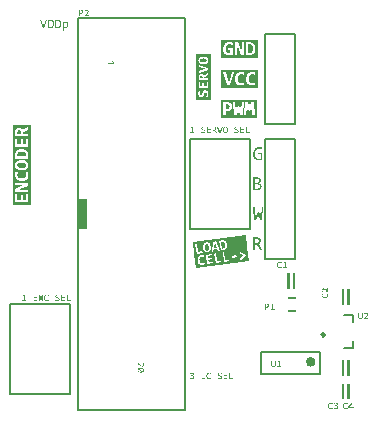
<source format=gto>
G04 Layer_Color=65535*
%FSLAX25Y25*%
%MOIN*%
G70*
G01*
G75*
%ADD22C,0.01575*%
%ADD23C,0.00984*%
%ADD24C,0.00100*%
%ADD25C,0.00787*%
%ADD26C,0.00800*%
%ADD27C,0.00500*%
%ADD28R,0.03090X0.10000*%
G36*
X393087Y334139D02*
X393133D01*
X393183Y334131D01*
X393237Y334123D01*
X393291Y334116D01*
X393344Y334101D01*
X393352D01*
X393367Y334093D01*
X393390Y334085D01*
X393421Y334070D01*
X393456Y334054D01*
X393494Y334035D01*
X393529Y334012D01*
X393563Y333985D01*
X393567Y333981D01*
X393579Y333974D01*
X393594Y333958D01*
X393613Y333935D01*
X393632Y333909D01*
X393655Y333882D01*
X393675Y333847D01*
X393690Y333809D01*
X393694Y333805D01*
X393698Y333789D01*
X393705Y333770D01*
X393713Y333739D01*
X393721Y333709D01*
X393724Y333667D01*
X393732Y333624D01*
Y333578D01*
Y333574D01*
Y333563D01*
Y333544D01*
X393728Y333517D01*
X393724Y333486D01*
X393721Y333455D01*
X393701Y333386D01*
Y333382D01*
X393698Y333371D01*
X393690Y333355D01*
X393678Y333332D01*
X393652Y333283D01*
X393613Y333225D01*
X393609Y333221D01*
X393602Y333213D01*
X393590Y333202D01*
X393575Y333183D01*
X393552Y333163D01*
X393529Y333144D01*
X393467Y333102D01*
X393463Y333098D01*
X393452Y333094D01*
X393437Y333083D01*
X393410Y333071D01*
X393383Y333060D01*
X393348Y333045D01*
X393314Y333033D01*
X393271Y333021D01*
X393275D01*
X393287Y333014D01*
X393302Y333006D01*
X393325Y332995D01*
X393348Y332979D01*
X393371Y332960D01*
X393398Y332937D01*
X393421Y332910D01*
X393425Y332906D01*
X393433Y332895D01*
X393444Y332879D01*
X393463Y332856D01*
X393483Y332826D01*
X393506Y332791D01*
X393529Y332753D01*
X393552Y332707D01*
X393893Y332000D01*
X393563D01*
X393245Y332683D01*
Y332687D01*
X393237Y332699D01*
X393229Y332710D01*
X393221Y332730D01*
X393195Y332772D01*
X393168Y332814D01*
Y332818D01*
X393160Y332822D01*
X393145Y332845D01*
X393118Y332872D01*
X393087Y332899D01*
X393079Y332902D01*
X393060Y332914D01*
X393029Y332929D01*
X392991Y332941D01*
X392987D01*
X392983Y332945D01*
X392972D01*
X392956Y332948D01*
X392922Y332952D01*
X392876Y332956D01*
X392741D01*
Y332000D01*
X392450D01*
Y334143D01*
X393053D01*
X393087Y334139D01*
D02*
G37*
G36*
X391870Y333897D02*
X390944D01*
Y333233D01*
X391831D01*
Y332987D01*
X390944D01*
Y332250D01*
X391870D01*
Y332000D01*
X390652D01*
Y334143D01*
X391870D01*
Y333897D01*
D02*
G37*
G36*
X402952D02*
X402027D01*
Y333233D01*
X402914D01*
Y332987D01*
X402027D01*
Y332250D01*
X402952D01*
Y332000D01*
X401735D01*
Y334143D01*
X402952D01*
Y333897D01*
D02*
G37*
G36*
X395126Y332000D02*
X394734D01*
X394020Y334143D01*
X394350D01*
X394815Y332695D01*
X394946Y332273D01*
X395080Y332695D01*
X395545Y334143D01*
X395856D01*
X395126Y332000D01*
D02*
G37*
G36*
X403931Y332250D02*
X404868D01*
Y332000D01*
X403636D01*
Y334143D01*
X403931D01*
Y332250D01*
D02*
G37*
G36*
X385937Y332265D02*
X386417D01*
Y332000D01*
X385069D01*
Y332265D01*
X385622D01*
Y333832D01*
X385104Y333551D01*
X385000Y333793D01*
X385683Y334154D01*
X385937D01*
Y332265D01*
D02*
G37*
G36*
X409110Y303000D02*
X408350D01*
X407820Y304528D01*
X407674Y305012D01*
X407513Y304482D01*
X407021Y303000D01*
X406292D01*
X406000Y307285D01*
X406553D01*
X406714Y304359D01*
X406760Y303568D01*
X406968Y304244D01*
X407490Y305842D01*
X407889D01*
X408488Y304129D01*
X408688Y303568D01*
X408703Y304152D01*
X408880Y307285D01*
X409402D01*
X409110Y303000D01*
D02*
G37*
G36*
X407275Y297278D02*
X407367D01*
X407467Y297262D01*
X407574Y297247D01*
X407682Y297232D01*
X407789Y297201D01*
X407805D01*
X407835Y297186D01*
X407882Y297170D01*
X407943Y297140D01*
X408012Y297109D01*
X408089Y297070D01*
X408158Y297024D01*
X408227Y296971D01*
X408235Y296963D01*
X408258Y296948D01*
X408289Y296917D01*
X408327Y296871D01*
X408365Y296817D01*
X408412Y296763D01*
X408450Y296694D01*
X408481Y296617D01*
X408488Y296610D01*
X408496Y296579D01*
X408511Y296540D01*
X408527Y296479D01*
X408542Y296418D01*
X408550Y296333D01*
X408565Y296249D01*
Y296157D01*
Y296149D01*
Y296126D01*
Y296087D01*
X408557Y296034D01*
X408550Y295972D01*
X408542Y295911D01*
X408504Y295773D01*
Y295765D01*
X408496Y295742D01*
X408481Y295711D01*
X408458Y295665D01*
X408404Y295565D01*
X408327Y295450D01*
X408319Y295442D01*
X408304Y295427D01*
X408281Y295404D01*
X408250Y295365D01*
X408204Y295327D01*
X408158Y295289D01*
X408035Y295204D01*
X408028Y295197D01*
X408005Y295189D01*
X407974Y295166D01*
X407920Y295143D01*
X407866Y295120D01*
X407797Y295089D01*
X407728Y295066D01*
X407644Y295043D01*
X407651D01*
X407674Y295027D01*
X407705Y295012D01*
X407751Y294989D01*
X407797Y294958D01*
X407843Y294920D01*
X407897Y294874D01*
X407943Y294820D01*
X407951Y294812D01*
X407966Y294789D01*
X407989Y294759D01*
X408028Y294713D01*
X408066Y294651D01*
X408112Y294582D01*
X408158Y294505D01*
X408204Y294413D01*
X408888Y293000D01*
X408227D01*
X407590Y294367D01*
Y294375D01*
X407574Y294398D01*
X407559Y294421D01*
X407544Y294459D01*
X407490Y294544D01*
X407436Y294628D01*
Y294636D01*
X407421Y294643D01*
X407390Y294690D01*
X407336Y294743D01*
X407275Y294797D01*
X407260Y294805D01*
X407221Y294828D01*
X407160Y294859D01*
X407083Y294882D01*
X407075D01*
X407067Y294889D01*
X407045D01*
X407014Y294897D01*
X406945Y294905D01*
X406852Y294912D01*
X406584D01*
Y293000D01*
X406000D01*
Y297285D01*
X407206D01*
X407275Y297278D01*
D02*
G37*
G36*
X407336Y317278D02*
X407429Y317270D01*
X407536Y317255D01*
X407659Y317232D01*
X407782Y317201D01*
X407920Y317155D01*
X408051Y317101D01*
X408173Y317032D01*
X408296Y316948D01*
X408404Y316848D01*
X408496Y316725D01*
X408565Y316587D01*
X408611Y316425D01*
X408627Y316333D01*
Y316241D01*
Y316226D01*
Y316179D01*
X408619Y316118D01*
X408603Y316034D01*
X408588Y315941D01*
X408557Y315834D01*
X408511Y315734D01*
X408458Y315634D01*
X408450Y315627D01*
X408427Y315596D01*
X408389Y315550D01*
X408335Y315496D01*
X408258Y315435D01*
X408166Y315381D01*
X408058Y315319D01*
X407928Y315273D01*
X407935D01*
X407958Y315266D01*
X407989Y315258D01*
X408035Y315243D01*
X408135Y315212D01*
X408250Y315158D01*
X408258D01*
X408273Y315143D01*
X408304Y315127D01*
X408342Y315104D01*
X408427Y315035D01*
X408519Y314951D01*
X408527Y314943D01*
X408542Y314928D01*
X408565Y314905D01*
X408588Y314866D01*
X408619Y314828D01*
X408650Y314774D01*
X408711Y314659D01*
Y314651D01*
X408719Y314628D01*
X408734Y314597D01*
X408749Y314551D01*
X408757Y314490D01*
X408773Y314428D01*
X408780Y314275D01*
Y314260D01*
Y314221D01*
X408773Y314167D01*
X408765Y314091D01*
X408749Y314006D01*
X408726Y313914D01*
X408696Y313822D01*
X408657Y313730D01*
X408650Y313722D01*
X408634Y313691D01*
X408611Y313645D01*
X408573Y313591D01*
X408527Y313530D01*
X408465Y313461D01*
X408396Y313392D01*
X408319Y313330D01*
X408312Y313323D01*
X408281Y313307D01*
X408235Y313277D01*
X408173Y313238D01*
X408097Y313200D01*
X408005Y313161D01*
X407905Y313123D01*
X407789Y313085D01*
X407774D01*
X407736Y313069D01*
X407674Y313061D01*
X407590Y313046D01*
X407490Y313031D01*
X407375Y313015D01*
X407244Y313008D01*
X407106Y313000D01*
X406000D01*
Y317285D01*
X407267D01*
X407336Y317278D01*
D02*
G37*
G36*
X396873Y334170D02*
X396923Y334166D01*
X396981Y334154D01*
X397038Y334143D01*
X397104Y334123D01*
X397161Y334097D01*
X397169Y334093D01*
X397188Y334081D01*
X397215Y334066D01*
X397250Y334039D01*
X397292Y334008D01*
X397334Y333974D01*
X397376Y333928D01*
X397415Y333878D01*
X397419Y333870D01*
X397430Y333855D01*
X397449Y333824D01*
X397472Y333782D01*
X397499Y333732D01*
X397522Y333674D01*
X397549Y333609D01*
X397568Y333536D01*
Y333532D01*
X397572Y333528D01*
Y333517D01*
X397576Y333501D01*
X397584Y333459D01*
X397595Y333405D01*
X397607Y333336D01*
X397614Y333260D01*
X397618Y333175D01*
X397622Y333083D01*
Y333079D01*
Y333071D01*
Y333056D01*
Y333033D01*
X397618Y333010D01*
Y332979D01*
X397614Y332914D01*
X397607Y332833D01*
X397591Y332753D01*
X397576Y332664D01*
X397553Y332584D01*
Y332580D01*
X397549Y332576D01*
X397545Y332564D01*
X397541Y332549D01*
X397526Y332511D01*
X397503Y332465D01*
X397476Y332407D01*
X397445Y332349D01*
X397411Y332292D01*
X397369Y332238D01*
X397365Y332230D01*
X397349Y332215D01*
X397323Y332192D01*
X397292Y332161D01*
X397253Y332127D01*
X397203Y332092D01*
X397154Y332061D01*
X397096Y332035D01*
X397088Y332031D01*
X397069Y332023D01*
X397038Y332015D01*
X396996Y332004D01*
X396950Y331989D01*
X396892Y331981D01*
X396835Y331973D01*
X396770Y331969D01*
X396735D01*
X396697Y331973D01*
X396647Y331977D01*
X396589Y331989D01*
X396532Y332000D01*
X396470Y332019D01*
X396409Y332042D01*
X396401Y332046D01*
X396382Y332058D01*
X396355Y332073D01*
X396320Y332096D01*
X396278Y332127D01*
X396236Y332165D01*
X396194Y332207D01*
X396151Y332257D01*
X396147Y332265D01*
X396136Y332284D01*
X396117Y332311D01*
X396094Y332353D01*
X396071Y332403D01*
X396048Y332461D01*
X396021Y332526D01*
X396002Y332599D01*
Y332603D01*
Y332607D01*
X395998Y332618D01*
X395994Y332634D01*
X395990Y332653D01*
X395986Y332676D01*
X395979Y332733D01*
X395971Y332803D01*
X395963Y332879D01*
X395959Y332968D01*
X395955Y333060D01*
Y333064D01*
Y333071D01*
Y333087D01*
Y333106D01*
X395959Y333133D01*
Y333160D01*
X395963Y333229D01*
X395971Y333306D01*
X395982Y333390D01*
X395998Y333475D01*
X396021Y333555D01*
Y333559D01*
X396025Y333563D01*
X396028Y333574D01*
X396032Y333590D01*
X396048Y333628D01*
X396071Y333678D01*
X396098Y333732D01*
X396128Y333789D01*
X396163Y333847D01*
X396205Y333901D01*
X396209Y333909D01*
X396224Y333924D01*
X396251Y333947D01*
X396282Y333978D01*
X396320Y334012D01*
X396366Y334047D01*
X396420Y334077D01*
X396474Y334104D01*
X396482Y334108D01*
X396501Y334116D01*
X396532Y334127D01*
X396574Y334139D01*
X396620Y334150D01*
X396677Y334162D01*
X396735Y334170D01*
X396800Y334173D01*
X396835D01*
X396873Y334170D01*
D02*
G37*
G36*
X408204Y327339D02*
X408289Y327331D01*
X408381Y327324D01*
X408573Y327293D01*
X408588D01*
X408619Y327285D01*
X408665Y327270D01*
X408734Y327255D01*
X408811Y327239D01*
X408895Y327209D01*
X409080Y327139D01*
Y326556D01*
X409072Y326564D01*
X409041Y326579D01*
X408988Y326602D01*
X408926Y326625D01*
X408849Y326656D01*
X408765Y326686D01*
X408580Y326748D01*
X408573D01*
X408534Y326763D01*
X408488Y326771D01*
X408419Y326786D01*
X408342Y326802D01*
X408250Y326809D01*
X408143Y326825D01*
X407974D01*
X407912Y326817D01*
X407828Y326809D01*
X407736Y326794D01*
X407628Y326771D01*
X407528Y326740D01*
X407421Y326702D01*
X407413Y326694D01*
X407375Y326679D01*
X407329Y326648D01*
X407267Y326610D01*
X407198Y326564D01*
X407121Y326502D01*
X407045Y326433D01*
X406975Y326356D01*
X406968Y326348D01*
X406945Y326318D01*
X406914Y326272D01*
X406876Y326203D01*
X406829Y326126D01*
X406783Y326034D01*
X406737Y325934D01*
X406699Y325819D01*
Y325803D01*
X406683Y325765D01*
X406668Y325703D01*
X406653Y325619D01*
X406637Y325519D01*
X406622Y325404D01*
X406614Y325273D01*
X406607Y325135D01*
Y325127D01*
Y325120D01*
Y325097D01*
Y325066D01*
X406614Y324989D01*
Y324897D01*
X406622Y324782D01*
X406637Y324667D01*
X406661Y324544D01*
X406683Y324421D01*
X406691Y324405D01*
X406699Y324367D01*
X406714Y324313D01*
X406745Y324236D01*
X406776Y324160D01*
X406822Y324067D01*
X406868Y323975D01*
X406929Y323891D01*
X406937Y323883D01*
X406960Y323852D01*
X406998Y323814D01*
X407045Y323768D01*
X407106Y323714D01*
X407183Y323660D01*
X407267Y323607D01*
X407359Y323561D01*
X407375Y323553D01*
X407405Y323545D01*
X407459Y323530D01*
X407536Y323507D01*
X407628Y323484D01*
X407736Y323468D01*
X407851Y323461D01*
X407981Y323453D01*
X408127D01*
X408158Y323461D01*
X408204D01*
X408258Y323468D01*
X408273D01*
X408304Y323476D01*
X408350Y323492D01*
X408404Y323499D01*
X408419D01*
X408442Y323507D01*
X408488Y323522D01*
X408527Y323538D01*
Y324905D01*
X407644D01*
Y325389D01*
X409103D01*
Y323192D01*
X409095D01*
X409080Y323184D01*
X409049Y323169D01*
X409018Y323154D01*
X408918Y323115D01*
X408811Y323077D01*
X408803D01*
X408788Y323069D01*
X408757Y323061D01*
X408719Y323054D01*
X408627Y323023D01*
X408511Y323000D01*
X408488D01*
X408458Y322992D01*
X408412Y322985D01*
X408312Y322977D01*
X408196Y322962D01*
X408173D01*
X408143Y322954D01*
X408104D01*
X408012Y322946D01*
X407905Y322939D01*
X407828D01*
X407743Y322946D01*
X407636Y322954D01*
X407513Y322969D01*
X407382Y322992D01*
X407244Y323023D01*
X407106Y323069D01*
X407091Y323077D01*
X407045Y323092D01*
X406983Y323131D01*
X406899Y323169D01*
X406806Y323230D01*
X406707Y323300D01*
X406607Y323384D01*
X406507Y323476D01*
X406499Y323492D01*
X406468Y323522D01*
X406422Y323584D01*
X406369Y323668D01*
X406307Y323760D01*
X406246Y323875D01*
X406184Y324006D01*
X406131Y324152D01*
Y324160D01*
X406123Y324167D01*
X406115Y324190D01*
X406108Y324221D01*
X406100Y324259D01*
X406092Y324306D01*
X406069Y324421D01*
X406038Y324559D01*
X406023Y324720D01*
X406008Y324897D01*
X406000Y325089D01*
Y325097D01*
Y325112D01*
Y325143D01*
Y325181D01*
X406008Y325227D01*
Y325281D01*
X406015Y325404D01*
X406038Y325550D01*
X406061Y325711D01*
X406100Y325872D01*
X406146Y326034D01*
Y326041D01*
X406154Y326049D01*
X406161Y326072D01*
X406177Y326103D01*
X406207Y326180D01*
X406253Y326279D01*
X406307Y326395D01*
X406376Y326510D01*
X406461Y326633D01*
X406553Y326748D01*
X406568Y326763D01*
X406599Y326794D01*
X406661Y326848D01*
X406737Y326917D01*
X406829Y326986D01*
X406937Y327063D01*
X407060Y327132D01*
X407198Y327193D01*
X407206D01*
X407213Y327201D01*
X407236Y327209D01*
X407267Y327216D01*
X407344Y327239D01*
X407444Y327270D01*
X407567Y327301D01*
X407705Y327324D01*
X407859Y327339D01*
X408028Y327347D01*
X408135D01*
X408204Y327339D01*
D02*
G37*
G36*
X389550Y334170D02*
X389593Y334166D01*
X389616D01*
X389635Y334162D01*
X389677Y334158D01*
X389723Y334150D01*
X389735D01*
X389746Y334147D01*
X389765D01*
X389804Y334139D01*
X389850Y334131D01*
X389861D01*
X389873Y334127D01*
X389888Y334123D01*
X389927Y334116D01*
X389969Y334108D01*
Y333847D01*
X389965D01*
X389946Y333855D01*
X389923Y333859D01*
X389888Y333866D01*
X389850Y333874D01*
X389808Y333885D01*
X389716Y333901D01*
X389712D01*
X389692Y333905D01*
X389669Y333909D01*
X389639Y333912D01*
X389600D01*
X389558Y333916D01*
X389470Y333920D01*
X389427D01*
X389385Y333916D01*
X389332Y333909D01*
X389270Y333901D01*
X389209Y333885D01*
X389151Y333862D01*
X389101Y333836D01*
X389097Y333832D01*
X389082Y333820D01*
X389067Y333801D01*
X389043Y333774D01*
X389024Y333743D01*
X389005Y333705D01*
X388990Y333659D01*
X388986Y333609D01*
Y333605D01*
Y333594D01*
X388990Y333578D01*
X388994Y333559D01*
X389005Y333509D01*
X389017Y333486D01*
X389032Y333459D01*
X389036Y333455D01*
X389040Y333448D01*
X389051Y333436D01*
X389067Y333421D01*
X389105Y333386D01*
X389159Y333348D01*
X389163Y333344D01*
X389174Y333340D01*
X389189Y333332D01*
X389212Y333321D01*
X389239Y333306D01*
X389270Y333290D01*
X389339Y333260D01*
X389343D01*
X389358Y333252D01*
X389378Y333244D01*
X389401Y333237D01*
X389431Y333221D01*
X389466Y333210D01*
X389543Y333175D01*
X389547D01*
X389562Y333167D01*
X389581Y333160D01*
X389608Y333148D01*
X389643Y333133D01*
X389677Y333117D01*
X389750Y333083D01*
X389754Y333079D01*
X389765Y333075D01*
X389785Y333064D01*
X389811Y333048D01*
X389865Y333010D01*
X389927Y332964D01*
X389931Y332960D01*
X389942Y332952D01*
X389954Y332937D01*
X389973Y332918D01*
X389996Y332895D01*
X390015Y332864D01*
X390057Y332799D01*
X390061Y332795D01*
X390065Y332783D01*
X390073Y332764D01*
X390084Y332737D01*
X390092Y332707D01*
X390100Y332668D01*
X390103Y332626D01*
X390107Y332580D01*
Y332572D01*
Y332553D01*
X390103Y332526D01*
X390100Y332488D01*
X390092Y332445D01*
X390080Y332403D01*
X390065Y332357D01*
X390042Y332311D01*
X390038Y332307D01*
X390030Y332292D01*
X390015Y332269D01*
X389996Y332246D01*
X389973Y332215D01*
X389942Y332181D01*
X389908Y332150D01*
X389869Y332119D01*
X389865Y332115D01*
X389850Y332107D01*
X389827Y332092D01*
X389792Y332077D01*
X389754Y332058D01*
X389708Y332038D01*
X389658Y332019D01*
X389600Y332004D01*
X389593D01*
X389573Y332000D01*
X389543Y331992D01*
X389500Y331989D01*
X389451Y331981D01*
X389393Y331973D01*
X389328Y331969D01*
X389205D01*
X389178Y331973D01*
X389147D01*
X389086Y331977D01*
X389070D01*
X389055Y331981D01*
X389036D01*
X388982Y331989D01*
X388925Y331992D01*
X388913D01*
X388898Y331996D01*
X388878Y332000D01*
X388832Y332004D01*
X388779Y332015D01*
X388775D01*
X388767Y332019D01*
X388755Y332023D01*
X388736Y332027D01*
X388698Y332035D01*
X388656Y332046D01*
Y332326D01*
X388660Y332323D01*
X388679Y332319D01*
X388702Y332311D01*
X388736Y332299D01*
X388775Y332284D01*
X388821Y332273D01*
X388875Y332261D01*
X388928Y332250D01*
X388936D01*
X388955Y332246D01*
X388986Y332242D01*
X389028Y332238D01*
X389082Y332234D01*
X389140Y332230D01*
X389205Y332227D01*
X389328D01*
X389362Y332230D01*
X389401D01*
X389439Y332234D01*
X389481Y332238D01*
X389520Y332246D01*
X389524D01*
X389535Y332250D01*
X389554Y332257D01*
X389577Y332261D01*
X389631Y332284D01*
X389681Y332311D01*
X389685Y332315D01*
X389692Y332319D01*
X389716Y332342D01*
X389746Y332376D01*
X389773Y332419D01*
Y332422D01*
X389777Y332430D01*
X389785Y332442D01*
X389789Y332461D01*
X389800Y332503D01*
X389804Y332561D01*
Y332564D01*
Y332576D01*
X389800Y332591D01*
X389796Y332614D01*
X389785Y332661D01*
X389769Y332687D01*
X389754Y332710D01*
X389750Y332714D01*
X389746Y332722D01*
X389735Y332733D01*
X389719Y332749D01*
X389677Y332783D01*
X389623Y332818D01*
X389619Y332822D01*
X389612Y332826D01*
X389593Y332837D01*
X389573Y332849D01*
X389547Y332860D01*
X389516Y332875D01*
X389447Y332906D01*
X389443Y332910D01*
X389431Y332914D01*
X389408Y332922D01*
X389385Y332933D01*
X389351Y332945D01*
X389316Y332960D01*
X389239Y332991D01*
X389235Y332995D01*
X389220Y332998D01*
X389201Y333006D01*
X389174Y333018D01*
X389143Y333033D01*
X389109Y333048D01*
X389036Y333083D01*
X389032Y333087D01*
X389020Y333091D01*
X389001Y333102D01*
X388974Y333117D01*
X388917Y333156D01*
X388855Y333202D01*
X388851Y333206D01*
X388844Y333213D01*
X388828Y333229D01*
X388809Y333248D01*
X388790Y333271D01*
X388771Y333298D01*
X388729Y333363D01*
Y333367D01*
X388721Y333379D01*
X388713Y333398D01*
X388706Y333425D01*
X388698Y333455D01*
X388690Y333494D01*
X388686Y333536D01*
X388683Y333582D01*
Y333586D01*
Y333601D01*
X388686Y333621D01*
Y333651D01*
X388694Y333682D01*
X388702Y333717D01*
X388709Y333759D01*
X388725Y333797D01*
X388729Y333801D01*
X388733Y333816D01*
X388744Y333836D01*
X388759Y333862D01*
X388779Y333889D01*
X388805Y333924D01*
X388832Y333955D01*
X388867Y333985D01*
X388871Y333989D01*
X388886Y334001D01*
X388905Y334016D01*
X388936Y334035D01*
X388971Y334054D01*
X389013Y334077D01*
X389063Y334101D01*
X389117Y334120D01*
X389124Y334123D01*
X389143Y334127D01*
X389178Y334135D01*
X389220Y334147D01*
X389274Y334158D01*
X389335Y334166D01*
X389401Y334170D01*
X389477Y334173D01*
X389512D01*
X389550Y334170D01*
D02*
G37*
G36*
X329937Y276265D02*
X330417D01*
Y276000D01*
X329069D01*
Y276265D01*
X329622D01*
Y277832D01*
X329104Y277551D01*
X329000Y277793D01*
X329683Y278154D01*
X329937D01*
Y276265D01*
D02*
G37*
G36*
X395042Y252170D02*
X395084Y252166D01*
X395107D01*
X395126Y252162D01*
X395168Y252158D01*
X395214Y252150D01*
X395226D01*
X395237Y252147D01*
X395257D01*
X395295Y252139D01*
X395341Y252131D01*
X395353D01*
X395364Y252127D01*
X395379Y252123D01*
X395418Y252116D01*
X395460Y252108D01*
Y251847D01*
X395456D01*
X395437Y251855D01*
X395414Y251859D01*
X395379Y251866D01*
X395341Y251874D01*
X395299Y251885D01*
X395207Y251901D01*
X395203D01*
X395184Y251905D01*
X395161Y251908D01*
X395130Y251912D01*
X395092D01*
X395049Y251916D01*
X394961Y251920D01*
X394919D01*
X394877Y251916D01*
X394823Y251908D01*
X394761Y251901D01*
X394700Y251885D01*
X394642Y251862D01*
X394592Y251835D01*
X394588Y251832D01*
X394573Y251820D01*
X394558Y251801D01*
X394535Y251774D01*
X394515Y251743D01*
X394496Y251705D01*
X394481Y251659D01*
X394477Y251609D01*
Y251605D01*
Y251594D01*
X394481Y251578D01*
X394485Y251559D01*
X394496Y251509D01*
X394508Y251486D01*
X394523Y251459D01*
X394527Y251455D01*
X394531Y251448D01*
X394542Y251436D01*
X394558Y251421D01*
X394596Y251386D01*
X394650Y251348D01*
X394654Y251344D01*
X394665Y251340D01*
X394681Y251332D01*
X394704Y251321D01*
X394731Y251306D01*
X394761Y251290D01*
X394830Y251259D01*
X394834D01*
X394850Y251252D01*
X394869Y251244D01*
X394892Y251237D01*
X394923Y251221D01*
X394957Y251210D01*
X395034Y251175D01*
X395038D01*
X395053Y251167D01*
X395072Y251160D01*
X395099Y251148D01*
X395134Y251133D01*
X395168Y251117D01*
X395241Y251083D01*
X395245Y251079D01*
X395257Y251075D01*
X395276Y251064D01*
X395303Y251048D01*
X395356Y251010D01*
X395418Y250964D01*
X395422Y250960D01*
X395433Y250952D01*
X395445Y250937D01*
X395464Y250918D01*
X395487Y250895D01*
X395506Y250864D01*
X395549Y250799D01*
X395552Y250795D01*
X395556Y250783D01*
X395564Y250764D01*
X395575Y250737D01*
X395583Y250707D01*
X395591Y250668D01*
X395595Y250626D01*
X395598Y250580D01*
Y250572D01*
Y250553D01*
X395595Y250526D01*
X395591Y250488D01*
X395583Y250445D01*
X395571Y250403D01*
X395556Y250357D01*
X395533Y250311D01*
X395529Y250307D01*
X395522Y250292D01*
X395506Y250269D01*
X395487Y250246D01*
X395464Y250215D01*
X395433Y250181D01*
X395399Y250150D01*
X395360Y250119D01*
X395356Y250115D01*
X395341Y250108D01*
X395318Y250092D01*
X395284Y250077D01*
X395245Y250058D01*
X395199Y250038D01*
X395149Y250019D01*
X395092Y250004D01*
X395084D01*
X395065Y250000D01*
X395034Y249992D01*
X394992Y249989D01*
X394942Y249981D01*
X394884Y249973D01*
X394819Y249969D01*
X394696D01*
X394669Y249973D01*
X394638D01*
X394577Y249977D01*
X394562D01*
X394546Y249981D01*
X394527D01*
X394473Y249989D01*
X394416Y249992D01*
X394404D01*
X394389Y249996D01*
X394370Y250000D01*
X394323Y250004D01*
X394270Y250015D01*
X394266D01*
X394258Y250019D01*
X394247Y250023D01*
X394228Y250027D01*
X394189Y250035D01*
X394147Y250046D01*
Y250326D01*
X394151Y250323D01*
X394170Y250319D01*
X394193Y250311D01*
X394228Y250300D01*
X394266Y250284D01*
X394312Y250273D01*
X394366Y250261D01*
X394420Y250250D01*
X394427D01*
X394446Y250246D01*
X394477Y250242D01*
X394519Y250238D01*
X394573Y250234D01*
X394631Y250230D01*
X394696Y250227D01*
X394819D01*
X394853Y250230D01*
X394892D01*
X394930Y250234D01*
X394972Y250238D01*
X395011Y250246D01*
X395015D01*
X395026Y250250D01*
X395045Y250257D01*
X395069Y250261D01*
X395122Y250284D01*
X395172Y250311D01*
X395176Y250315D01*
X395184Y250319D01*
X395207Y250342D01*
X395237Y250376D01*
X395264Y250419D01*
Y250422D01*
X395268Y250430D01*
X395276Y250442D01*
X395280Y250461D01*
X395291Y250503D01*
X395295Y250561D01*
Y250565D01*
Y250576D01*
X395291Y250591D01*
X395287Y250614D01*
X395276Y250660D01*
X395261Y250687D01*
X395245Y250710D01*
X395241Y250714D01*
X395237Y250722D01*
X395226Y250733D01*
X395211Y250749D01*
X395168Y250783D01*
X395115Y250818D01*
X395111Y250822D01*
X395103Y250826D01*
X395084Y250837D01*
X395065Y250849D01*
X395038Y250860D01*
X395007Y250875D01*
X394938Y250906D01*
X394934Y250910D01*
X394923Y250914D01*
X394900Y250922D01*
X394877Y250933D01*
X394842Y250945D01*
X394807Y250960D01*
X394731Y250991D01*
X394727Y250995D01*
X394711Y250998D01*
X394692Y251006D01*
X394665Y251018D01*
X394635Y251033D01*
X394600Y251048D01*
X394527Y251083D01*
X394523Y251087D01*
X394512Y251091D01*
X394493Y251102D01*
X394466Y251117D01*
X394408Y251156D01*
X394347Y251202D01*
X394343Y251206D01*
X394335Y251213D01*
X394320Y251229D01*
X394301Y251248D01*
X394281Y251271D01*
X394262Y251298D01*
X394220Y251363D01*
Y251367D01*
X394212Y251379D01*
X394204Y251398D01*
X394197Y251425D01*
X394189Y251455D01*
X394181Y251494D01*
X394178Y251536D01*
X394174Y251582D01*
Y251586D01*
Y251601D01*
X394178Y251621D01*
Y251651D01*
X394185Y251682D01*
X394193Y251716D01*
X394201Y251759D01*
X394216Y251797D01*
X394220Y251801D01*
X394224Y251816D01*
X394235Y251835D01*
X394251Y251862D01*
X394270Y251889D01*
X394297Y251924D01*
X394323Y251955D01*
X394358Y251985D01*
X394362Y251989D01*
X394377Y252001D01*
X394396Y252016D01*
X394427Y252035D01*
X394462Y252054D01*
X394504Y252077D01*
X394554Y252100D01*
X394608Y252120D01*
X394615Y252123D01*
X394635Y252127D01*
X394669Y252135D01*
X394711Y252147D01*
X394765Y252158D01*
X394827Y252166D01*
X394892Y252170D01*
X394969Y252173D01*
X395003D01*
X395042Y252170D01*
D02*
G37*
G36*
X334023Y277897D02*
X333097D01*
Y277233D01*
X333984D01*
Y276987D01*
X333097D01*
Y276250D01*
X334023D01*
Y276000D01*
X332805D01*
Y278143D01*
X334023D01*
Y277897D01*
D02*
G37*
G36*
X344237Y276250D02*
X345174D01*
Y276000D01*
X343941D01*
Y278143D01*
X344237D01*
Y276250D01*
D02*
G37*
G36*
X343258Y277897D02*
X342333D01*
Y277233D01*
X343219D01*
Y276987D01*
X342333D01*
Y276250D01*
X343258D01*
Y276000D01*
X342041D01*
Y278143D01*
X343258D01*
Y277897D01*
D02*
G37*
G36*
X391470Y252166D02*
X391513Y252162D01*
X391559Y252158D01*
X391655Y252143D01*
X391662D01*
X391678Y252139D01*
X391701Y252131D01*
X391735Y252123D01*
X391774Y252112D01*
X391816Y252100D01*
X391904Y252066D01*
Y251778D01*
X391900Y251782D01*
X391885Y251789D01*
X391858Y251801D01*
X391828Y251813D01*
X391793Y251828D01*
X391751Y251843D01*
X391659Y251874D01*
X391655D01*
X391635Y251878D01*
X391613Y251885D01*
X391578Y251893D01*
X391540Y251897D01*
X391493Y251905D01*
X391443Y251908D01*
X391363D01*
X391336Y251905D01*
X391301Y251901D01*
X391259Y251893D01*
X391213Y251885D01*
X391163Y251870D01*
X391117Y251851D01*
X391113Y251847D01*
X391098Y251839D01*
X391075Y251828D01*
X391044Y251809D01*
X391013Y251786D01*
X390975Y251759D01*
X390940Y251724D01*
X390906Y251686D01*
X390902Y251682D01*
X390891Y251667D01*
X390875Y251643D01*
X390860Y251613D01*
X390837Y251574D01*
X390814Y251532D01*
X390795Y251478D01*
X390775Y251425D01*
Y251417D01*
X390768Y251398D01*
X390764Y251367D01*
X390756Y251325D01*
X390749Y251271D01*
X390741Y251210D01*
X390737Y251144D01*
X390733Y251071D01*
Y251067D01*
Y251052D01*
Y251033D01*
X390737Y251002D01*
Y250968D01*
X390741Y250929D01*
X390749Y250883D01*
X390756Y250837D01*
X390775Y250737D01*
X390806Y250634D01*
X390848Y250534D01*
X390871Y250488D01*
X390902Y250445D01*
X390906Y250442D01*
X390910Y250438D01*
X390921Y250426D01*
X390933Y250411D01*
X390952Y250395D01*
X390971Y250380D01*
X390998Y250361D01*
X391029Y250342D01*
X391098Y250300D01*
X391182Y250269D01*
X391282Y250242D01*
X391340Y250238D01*
X391397Y250234D01*
X391447D01*
X391482Y250238D01*
X391520Y250242D01*
X391563Y250246D01*
X391659Y250265D01*
X391666D01*
X391682Y250273D01*
X391705Y250276D01*
X391735Y250288D01*
X391774Y250300D01*
X391816Y250319D01*
X391904Y250357D01*
Y250081D01*
X391900D01*
X391893Y250077D01*
X391877Y250069D01*
X391858Y250065D01*
X391835Y250058D01*
X391808Y250046D01*
X391774Y250038D01*
X391739Y250027D01*
X391659Y250008D01*
X391566Y249989D01*
X391467Y249977D01*
X391363Y249973D01*
X391321D01*
X391286Y249977D01*
X391251Y249981D01*
X391205Y249989D01*
X391156Y249996D01*
X391106Y250008D01*
X391048Y250019D01*
X390990Y250038D01*
X390933Y250061D01*
X390875Y250088D01*
X390818Y250119D01*
X390764Y250154D01*
X390710Y250196D01*
X390664Y250242D01*
X390660Y250246D01*
X390652Y250253D01*
X390641Y250269D01*
X390626Y250292D01*
X390606Y250323D01*
X390587Y250357D01*
X390564Y250395D01*
X390545Y250445D01*
X390522Y250499D01*
X390499Y250557D01*
X390480Y250622D01*
X390460Y250695D01*
X390445Y250772D01*
X390434Y250856D01*
X390426Y250949D01*
X390422Y251045D01*
Y251048D01*
Y251056D01*
Y251071D01*
Y251087D01*
X390426Y251110D01*
Y251137D01*
X390430Y251198D01*
X390437Y251271D01*
X390449Y251348D01*
X390464Y251429D01*
X390487Y251509D01*
Y251513D01*
X390491Y251517D01*
X390495Y251528D01*
X390499Y251544D01*
X390514Y251582D01*
X390537Y251632D01*
X390564Y251690D01*
X390599Y251747D01*
X390637Y251805D01*
X390679Y251862D01*
X390687Y251870D01*
X390702Y251885D01*
X390729Y251912D01*
X390764Y251947D01*
X390810Y251981D01*
X390860Y252020D01*
X390917Y252054D01*
X390983Y252089D01*
X390987D01*
X390990Y252093D01*
X391013Y252100D01*
X391052Y252116D01*
X391098Y252131D01*
X391156Y252143D01*
X391225Y252158D01*
X391298Y252166D01*
X391378Y252170D01*
X391432D01*
X391470Y252166D01*
D02*
G37*
G36*
X389105Y250250D02*
X390042D01*
Y250000D01*
X388809D01*
Y252143D01*
X389105D01*
Y250250D01*
D02*
G37*
G36*
X400633Y334170D02*
X400675Y334166D01*
X400698D01*
X400717Y334162D01*
X400759Y334158D01*
X400805Y334150D01*
X400817D01*
X400829Y334147D01*
X400848D01*
X400886Y334139D01*
X400932Y334131D01*
X400944D01*
X400955Y334127D01*
X400971Y334123D01*
X401009Y334116D01*
X401051Y334108D01*
Y333847D01*
X401047D01*
X401028Y333855D01*
X401005Y333859D01*
X400971Y333866D01*
X400932Y333874D01*
X400890Y333885D01*
X400798Y333901D01*
X400794D01*
X400775Y333905D01*
X400752Y333909D01*
X400721Y333912D01*
X400683D01*
X400640Y333916D01*
X400552Y333920D01*
X400510D01*
X400467Y333916D01*
X400414Y333909D01*
X400352Y333901D01*
X400291Y333885D01*
X400233Y333862D01*
X400183Y333836D01*
X400179Y333832D01*
X400164Y333820D01*
X400149Y333801D01*
X400126Y333774D01*
X400107Y333743D01*
X400087Y333705D01*
X400072Y333659D01*
X400068Y333609D01*
Y333605D01*
Y333594D01*
X400072Y333578D01*
X400076Y333559D01*
X400087Y333509D01*
X400099Y333486D01*
X400114Y333459D01*
X400118Y333455D01*
X400122Y333448D01*
X400133Y333436D01*
X400149Y333421D01*
X400187Y333386D01*
X400241Y333348D01*
X400245Y333344D01*
X400256Y333340D01*
X400272Y333332D01*
X400295Y333321D01*
X400322Y333306D01*
X400352Y333290D01*
X400421Y333260D01*
X400425D01*
X400441Y333252D01*
X400460Y333244D01*
X400483Y333237D01*
X400514Y333221D01*
X400548Y333210D01*
X400625Y333175D01*
X400629D01*
X400644Y333167D01*
X400663Y333160D01*
X400690Y333148D01*
X400725Y333133D01*
X400759Y333117D01*
X400832Y333083D01*
X400836Y333079D01*
X400848Y333075D01*
X400867Y333064D01*
X400894Y333048D01*
X400948Y333010D01*
X401009Y332964D01*
X401013Y332960D01*
X401024Y332952D01*
X401036Y332937D01*
X401055Y332918D01*
X401078Y332895D01*
X401097Y332864D01*
X401139Y332799D01*
X401143Y332795D01*
X401147Y332783D01*
X401155Y332764D01*
X401166Y332737D01*
X401174Y332707D01*
X401182Y332668D01*
X401186Y332626D01*
X401189Y332580D01*
Y332572D01*
Y332553D01*
X401186Y332526D01*
X401182Y332488D01*
X401174Y332445D01*
X401163Y332403D01*
X401147Y332357D01*
X401124Y332311D01*
X401120Y332307D01*
X401113Y332292D01*
X401097Y332269D01*
X401078Y332246D01*
X401055Y332215D01*
X401024Y332181D01*
X400990Y332150D01*
X400951Y332119D01*
X400948Y332115D01*
X400932Y332107D01*
X400909Y332092D01*
X400875Y332077D01*
X400836Y332058D01*
X400790Y332038D01*
X400740Y332019D01*
X400683Y332004D01*
X400675D01*
X400656Y332000D01*
X400625Y331992D01*
X400583Y331989D01*
X400533Y331981D01*
X400475Y331973D01*
X400410Y331969D01*
X400287D01*
X400260Y331973D01*
X400229D01*
X400168Y331977D01*
X400153D01*
X400137Y331981D01*
X400118D01*
X400064Y331989D01*
X400007Y331992D01*
X399995D01*
X399980Y331996D01*
X399961Y332000D01*
X399915Y332004D01*
X399861Y332015D01*
X399857D01*
X399849Y332019D01*
X399838Y332023D01*
X399819Y332027D01*
X399780Y332035D01*
X399738Y332046D01*
Y332326D01*
X399742Y332323D01*
X399761Y332319D01*
X399784Y332311D01*
X399819Y332299D01*
X399857Y332284D01*
X399903Y332273D01*
X399957Y332261D01*
X400011Y332250D01*
X400018D01*
X400037Y332246D01*
X400068Y332242D01*
X400110Y332238D01*
X400164Y332234D01*
X400222Y332230D01*
X400287Y332227D01*
X400410D01*
X400445Y332230D01*
X400483D01*
X400521Y332234D01*
X400563Y332238D01*
X400602Y332246D01*
X400606D01*
X400617Y332250D01*
X400636Y332257D01*
X400660Y332261D01*
X400713Y332284D01*
X400763Y332311D01*
X400767Y332315D01*
X400775Y332319D01*
X400798Y332342D01*
X400829Y332376D01*
X400855Y332419D01*
Y332422D01*
X400859Y332430D01*
X400867Y332442D01*
X400871Y332461D01*
X400882Y332503D01*
X400886Y332561D01*
Y332564D01*
Y332576D01*
X400882Y332591D01*
X400878Y332614D01*
X400867Y332661D01*
X400851Y332687D01*
X400836Y332710D01*
X400832Y332714D01*
X400829Y332722D01*
X400817Y332733D01*
X400802Y332749D01*
X400759Y332783D01*
X400706Y332818D01*
X400702Y332822D01*
X400694Y332826D01*
X400675Y332837D01*
X400656Y332849D01*
X400629Y332860D01*
X400598Y332875D01*
X400529Y332906D01*
X400525Y332910D01*
X400514Y332914D01*
X400491Y332922D01*
X400467Y332933D01*
X400433Y332945D01*
X400398Y332960D01*
X400322Y332991D01*
X400318Y332995D01*
X400302Y332998D01*
X400283Y333006D01*
X400256Y333018D01*
X400226Y333033D01*
X400191Y333048D01*
X400118Y333083D01*
X400114Y333087D01*
X400103Y333091D01*
X400083Y333102D01*
X400057Y333117D01*
X399999Y333156D01*
X399938Y333202D01*
X399934Y333206D01*
X399926Y333213D01*
X399911Y333229D01*
X399891Y333248D01*
X399872Y333271D01*
X399853Y333298D01*
X399811Y333363D01*
Y333367D01*
X399803Y333379D01*
X399796Y333398D01*
X399788Y333425D01*
X399780Y333455D01*
X399773Y333494D01*
X399769Y333536D01*
X399765Y333582D01*
Y333586D01*
Y333601D01*
X399769Y333621D01*
Y333651D01*
X399776Y333682D01*
X399784Y333717D01*
X399792Y333759D01*
X399807Y333797D01*
X399811Y333801D01*
X399815Y333816D01*
X399826Y333836D01*
X399842Y333862D01*
X399861Y333889D01*
X399888Y333924D01*
X399915Y333955D01*
X399949Y333985D01*
X399953Y333989D01*
X399968Y334001D01*
X399988Y334016D01*
X400018Y334035D01*
X400053Y334054D01*
X400095Y334077D01*
X400145Y334101D01*
X400199Y334120D01*
X400206Y334123D01*
X400226Y334127D01*
X400260Y334135D01*
X400302Y334147D01*
X400356Y334158D01*
X400418Y334166D01*
X400483Y334170D01*
X400560Y334173D01*
X400594D01*
X400633Y334170D01*
D02*
G37*
G36*
X397361Y251897D02*
X396435D01*
Y251233D01*
X397323D01*
Y250987D01*
X396435D01*
Y250250D01*
X397361D01*
Y250000D01*
X396144D01*
Y252143D01*
X397361D01*
Y251897D01*
D02*
G37*
G36*
X385649Y252170D02*
X385695Y252166D01*
X385745Y252158D01*
X385795Y252147D01*
X385845Y252135D01*
X385853D01*
X385868Y252127D01*
X385891Y252120D01*
X385922Y252108D01*
X385956Y252093D01*
X385991Y252074D01*
X386025Y252051D01*
X386060Y252028D01*
X386064Y252024D01*
X386075Y252016D01*
X386091Y252001D01*
X386110Y251981D01*
X386133Y251955D01*
X386156Y251928D01*
X386175Y251893D01*
X386194Y251859D01*
X386198Y251855D01*
X386202Y251843D01*
X386210Y251820D01*
X386217Y251797D01*
X386225Y251763D01*
X386233Y251724D01*
X386240Y251686D01*
Y251640D01*
Y251636D01*
Y251632D01*
Y251609D01*
X386237Y251574D01*
X386229Y251532D01*
X386217Y251482D01*
X386198Y251432D01*
X386175Y251379D01*
X386144Y251329D01*
X386140Y251325D01*
X386125Y251309D01*
X386106Y251286D01*
X386075Y251259D01*
X386041Y251229D01*
X385995Y251194D01*
X385945Y251164D01*
X385887Y251133D01*
X385891D01*
X385902Y251129D01*
X385918Y251125D01*
X385937Y251121D01*
X385991Y251102D01*
X386048Y251079D01*
X386052D01*
X386064Y251071D01*
X386079Y251064D01*
X386098Y251052D01*
X386148Y251021D01*
X386198Y250979D01*
X386202Y250975D01*
X386210Y250968D01*
X386221Y250956D01*
X386237Y250937D01*
X386252Y250918D01*
X386271Y250891D01*
X386302Y250833D01*
X386306Y250829D01*
X386309Y250818D01*
X386317Y250803D01*
X386325Y250780D01*
X386333Y250753D01*
X386336Y250722D01*
X386344Y250687D01*
Y250649D01*
Y250641D01*
Y250626D01*
X386340Y250599D01*
X386336Y250565D01*
X386329Y250522D01*
X386321Y250476D01*
X386306Y250430D01*
X386286Y250384D01*
X386283Y250380D01*
X386275Y250365D01*
X386263Y250342D01*
X386244Y250311D01*
X386217Y250276D01*
X386190Y250238D01*
X386156Y250203D01*
X386114Y250165D01*
X386110Y250161D01*
X386094Y250150D01*
X386068Y250134D01*
X386033Y250111D01*
X385991Y250088D01*
X385941Y250065D01*
X385887Y250042D01*
X385822Y250019D01*
X385814Y250015D01*
X385791Y250011D01*
X385756Y250004D01*
X385707Y249996D01*
X385649Y249985D01*
X385580Y249977D01*
X385503Y249973D01*
X385419Y249969D01*
X385342D01*
X385307Y249973D01*
X385269D01*
X385188Y249981D01*
X385173D01*
X385154Y249985D01*
X385127D01*
X385100Y249989D01*
X385065Y249992D01*
X385000Y250000D01*
Y250257D01*
X385004D01*
X385019Y250253D01*
X385038Y250250D01*
X385065Y250246D01*
X385096Y250242D01*
X385131Y250238D01*
X385211Y250227D01*
X385230D01*
X385253Y250223D01*
X385319D01*
X385357Y250219D01*
X385503D01*
X385538Y250223D01*
X385580Y250227D01*
X385626Y250230D01*
X385672Y250238D01*
X385718Y250246D01*
X385722D01*
X385737Y250250D01*
X385756Y250257D01*
X385783Y250265D01*
X385845Y250292D01*
X385876Y250307D01*
X385902Y250326D01*
X385906Y250330D01*
X385914Y250338D01*
X385929Y250349D01*
X385945Y250365D01*
X385979Y250407D01*
X386010Y250461D01*
Y250465D01*
X386014Y250476D01*
X386021Y250491D01*
X386029Y250511D01*
X386033Y250538D01*
X386041Y250565D01*
X386045Y250634D01*
Y250637D01*
Y250649D01*
X386041Y250664D01*
Y250687D01*
X386025Y250737D01*
X386018Y250760D01*
X386002Y250787D01*
Y250791D01*
X385995Y250799D01*
X385987Y250810D01*
X385975Y250826D01*
X385941Y250860D01*
X385891Y250895D01*
X385887Y250899D01*
X385879Y250902D01*
X385864Y250910D01*
X385845Y250922D01*
X385818Y250933D01*
X385791Y250945D01*
X385722Y250964D01*
X385718D01*
X385703Y250968D01*
X385683Y250972D01*
X385657Y250975D01*
X385626Y250979D01*
X385588Y250983D01*
X385503Y250987D01*
X385261D01*
Y251221D01*
X385541D01*
X385568Y251225D01*
X385622Y251233D01*
X385683Y251244D01*
X385687D01*
X385699Y251248D01*
X385710Y251256D01*
X385730Y251263D01*
X385776Y251286D01*
X385822Y251317D01*
X385826Y251321D01*
X385833Y251325D01*
X385856Y251348D01*
X385883Y251386D01*
X385910Y251432D01*
Y251436D01*
X385914Y251444D01*
X385922Y251459D01*
X385925Y251478D01*
X385933Y251505D01*
X385937Y251532D01*
X385941Y251594D01*
Y251597D01*
Y251601D01*
Y251621D01*
X385937Y251651D01*
X385929Y251690D01*
X385914Y251732D01*
X385895Y251770D01*
X385868Y251809D01*
X385833Y251843D01*
X385829Y251847D01*
X385814Y251855D01*
X385791Y251870D01*
X385756Y251885D01*
X385714Y251897D01*
X385661Y251912D01*
X385599Y251920D01*
X385526Y251924D01*
X385488D01*
X385457Y251920D01*
X385426D01*
X385388Y251916D01*
X385303Y251901D01*
X385299D01*
X385284Y251897D01*
X385261Y251893D01*
X385230Y251885D01*
X385192Y251878D01*
X385150Y251866D01*
X385058Y251839D01*
Y252089D01*
X385061D01*
X385065Y252093D01*
X385077Y252097D01*
X385092Y252100D01*
X385131Y252112D01*
X385173Y252123D01*
X385177D01*
X385184Y252127D01*
X385196D01*
X385215Y252131D01*
X385253Y252139D01*
X385299Y252147D01*
X385303D01*
X385311Y252150D01*
X385323D01*
X385342Y252154D01*
X385380Y252158D01*
X385426Y252166D01*
X385438D01*
X385449Y252170D01*
X385465D01*
X385503Y252173D01*
X385607D01*
X385649Y252170D01*
D02*
G37*
G36*
X398340Y250250D02*
X399277D01*
Y250000D01*
X398044D01*
Y252143D01*
X398340D01*
Y250250D01*
D02*
G37*
G36*
X410637Y275139D02*
X410683D01*
X410733Y275131D01*
X410787Y275124D01*
X410841Y275116D01*
X410895Y275100D01*
X410902D01*
X410918Y275093D01*
X410941Y275085D01*
X410971Y275070D01*
X411006Y275054D01*
X411045Y275035D01*
X411079Y275012D01*
X411114Y274985D01*
X411117Y274981D01*
X411129Y274974D01*
X411144Y274958D01*
X411164Y274935D01*
X411183Y274908D01*
X411206Y274882D01*
X411225Y274847D01*
X411240Y274809D01*
X411244Y274805D01*
X411248Y274789D01*
X411256Y274770D01*
X411263Y274740D01*
X411271Y274709D01*
X411275Y274667D01*
X411283Y274624D01*
Y274578D01*
Y274574D01*
Y274563D01*
Y274544D01*
X411279Y274517D01*
X411275Y274486D01*
X411271Y274455D01*
X411252Y274386D01*
Y274382D01*
X411248Y274371D01*
X411240Y274356D01*
X411229Y274332D01*
X411202Y274283D01*
X411164Y274225D01*
X411160Y274221D01*
X411152Y274213D01*
X411140Y274202D01*
X411125Y274183D01*
X411102Y274164D01*
X411079Y274144D01*
X411018Y274102D01*
X411014Y274098D01*
X411002Y274094D01*
X410987Y274083D01*
X410960Y274071D01*
X410933Y274060D01*
X410899Y274044D01*
X410864Y274033D01*
X410822Y274021D01*
X410826D01*
X410837Y274014D01*
X410852Y274006D01*
X410876Y273995D01*
X410899Y273979D01*
X410922Y273960D01*
X410949Y273937D01*
X410971Y273910D01*
X410975Y273906D01*
X410983Y273895D01*
X410995Y273879D01*
X411014Y273856D01*
X411033Y273826D01*
X411056Y273791D01*
X411079Y273753D01*
X411102Y273707D01*
X411444Y273000D01*
X411114D01*
X410795Y273684D01*
Y273687D01*
X410787Y273699D01*
X410779Y273710D01*
X410772Y273730D01*
X410745Y273772D01*
X410718Y273814D01*
Y273818D01*
X410710Y273822D01*
X410695Y273845D01*
X410668Y273872D01*
X410637Y273899D01*
X410630Y273902D01*
X410611Y273914D01*
X410580Y273929D01*
X410541Y273941D01*
X410538D01*
X410534Y273945D01*
X410522D01*
X410507Y273949D01*
X410472Y273952D01*
X410426Y273956D01*
X410292D01*
Y273000D01*
X410000D01*
Y275143D01*
X410603D01*
X410637Y275139D01*
D02*
G37*
G36*
X350534Y373170D02*
X350569D01*
X350607Y373162D01*
X350653Y373154D01*
X350696Y373143D01*
X350742Y373127D01*
X350746D01*
X350761Y373120D01*
X350784Y373108D01*
X350811Y373097D01*
X350845Y373077D01*
X350876Y373058D01*
X350945Y373005D01*
X350949Y373001D01*
X350961Y372989D01*
X350976Y372974D01*
X350995Y372951D01*
X351014Y372920D01*
X351037Y372889D01*
X351057Y372851D01*
X351076Y372809D01*
X351080Y372805D01*
X351083Y372789D01*
X351091Y372766D01*
X351103Y372732D01*
X351110Y372693D01*
X351118Y372651D01*
X351122Y372601D01*
X351126Y372548D01*
Y372544D01*
Y372528D01*
Y372501D01*
X351122Y372475D01*
X351118Y372436D01*
X351110Y372398D01*
X351091Y372317D01*
Y372313D01*
X351083Y372298D01*
X351076Y372279D01*
X351064Y372252D01*
X351053Y372221D01*
X351034Y372187D01*
X350991Y372110D01*
X350988Y372106D01*
X350980Y372091D01*
X350964Y372071D01*
X350945Y372044D01*
X350922Y372010D01*
X350891Y371975D01*
X350861Y371937D01*
X350822Y371895D01*
X350819Y371891D01*
X350803Y371876D01*
X350784Y371852D01*
X350757Y371822D01*
X350723Y371787D01*
X350680Y371745D01*
X350638Y371699D01*
X350588Y371649D01*
X350200Y371273D01*
X351241D01*
Y371000D01*
X349828D01*
Y371253D01*
X350381Y371806D01*
X350389Y371814D01*
X350404Y371829D01*
X350431Y371852D01*
X350461Y371887D01*
X350496Y371922D01*
X350534Y371960D01*
X350569Y371998D01*
X350604Y372037D01*
X350607Y372041D01*
X350619Y372052D01*
X350634Y372071D01*
X350653Y372098D01*
X350696Y372156D01*
X350734Y372217D01*
X350738Y372221D01*
X350742Y372233D01*
X350749Y372248D01*
X350761Y372267D01*
X350784Y372317D01*
X350799Y372371D01*
Y372375D01*
X350803Y372382D01*
X350807Y372398D01*
X350811Y372417D01*
Y372440D01*
X350815Y372467D01*
X350819Y372528D01*
Y372532D01*
Y372540D01*
Y372555D01*
X350815Y372574D01*
X350811Y372624D01*
X350796Y372674D01*
Y372678D01*
X350792Y372686D01*
X350788Y372701D01*
X350780Y372716D01*
X350757Y372759D01*
X350726Y372801D01*
Y372805D01*
X350719Y372809D01*
X350696Y372832D01*
X350661Y372859D01*
X350611Y372885D01*
X350607D01*
X350600Y372889D01*
X350584Y372897D01*
X350565Y372905D01*
X350542Y372908D01*
X350511Y372916D01*
X350446Y372920D01*
X350423D01*
X350396Y372916D01*
X350362Y372912D01*
X350323Y372905D01*
X350281Y372893D01*
X350239Y372878D01*
X350197Y372859D01*
X350193Y372855D01*
X350177Y372847D01*
X350158Y372835D01*
X350131Y372816D01*
X350097Y372793D01*
X350062Y372766D01*
X350027Y372736D01*
X349993Y372701D01*
X349835Y372889D01*
X349839Y372893D01*
X349859Y372912D01*
X349882Y372935D01*
X349916Y372962D01*
X349955Y372993D01*
X350001Y373027D01*
X350054Y373062D01*
X350112Y373093D01*
X350120Y373097D01*
X350139Y373104D01*
X350173Y373120D01*
X350219Y373135D01*
X350273Y373147D01*
X350335Y373162D01*
X350404Y373170D01*
X350481Y373173D01*
X350504D01*
X350534Y373170D01*
D02*
G37*
G36*
X412723Y273265D02*
X413203D01*
Y273000D01*
X411855D01*
Y273265D01*
X412408D01*
Y274832D01*
X411889Y274551D01*
X411786Y274793D01*
X412469Y275154D01*
X412723D01*
Y273265D01*
D02*
G37*
G36*
X415048Y289166D02*
X415091Y289162D01*
X415137Y289158D01*
X415233Y289143D01*
X415240D01*
X415256Y289139D01*
X415279Y289131D01*
X415313Y289124D01*
X415352Y289112D01*
X415394Y289101D01*
X415482Y289066D01*
Y288778D01*
X415478Y288782D01*
X415463Y288789D01*
X415436Y288801D01*
X415405Y288812D01*
X415371Y288828D01*
X415329Y288843D01*
X415237Y288874D01*
X415233D01*
X415213Y288878D01*
X415190Y288885D01*
X415156Y288893D01*
X415117Y288897D01*
X415071Y288905D01*
X415021Y288909D01*
X414941D01*
X414914Y288905D01*
X414879Y288901D01*
X414837Y288893D01*
X414791Y288885D01*
X414741Y288870D01*
X414695Y288851D01*
X414691Y288847D01*
X414676Y288839D01*
X414653Y288828D01*
X414622Y288809D01*
X414591Y288786D01*
X414553Y288759D01*
X414518Y288724D01*
X414484Y288686D01*
X414480Y288682D01*
X414468Y288667D01*
X414453Y288644D01*
X414438Y288613D01*
X414415Y288574D01*
X414392Y288532D01*
X414372Y288478D01*
X414353Y288425D01*
Y288417D01*
X414346Y288398D01*
X414342Y288367D01*
X414334Y288325D01*
X414326Y288271D01*
X414319Y288210D01*
X414315Y288144D01*
X414311Y288071D01*
Y288068D01*
Y288052D01*
Y288033D01*
X414315Y288002D01*
Y287968D01*
X414319Y287929D01*
X414326Y287883D01*
X414334Y287837D01*
X414353Y287737D01*
X414384Y287634D01*
X414426Y287534D01*
X414449Y287488D01*
X414480Y287445D01*
X414484Y287442D01*
X414488Y287438D01*
X414499Y287426D01*
X414511Y287411D01*
X414530Y287396D01*
X414549Y287380D01*
X414576Y287361D01*
X414607Y287342D01*
X414676Y287299D01*
X414760Y287269D01*
X414860Y287242D01*
X414918Y287238D01*
X414975Y287234D01*
X415025D01*
X415060Y287238D01*
X415098Y287242D01*
X415140Y287246D01*
X415237Y287265D01*
X415244D01*
X415260Y287273D01*
X415283Y287277D01*
X415313Y287288D01*
X415352Y287299D01*
X415394Y287319D01*
X415482Y287357D01*
Y287081D01*
X415478D01*
X415471Y287077D01*
X415455Y287069D01*
X415436Y287065D01*
X415413Y287058D01*
X415386Y287046D01*
X415352Y287038D01*
X415317Y287027D01*
X415237Y287008D01*
X415144Y286988D01*
X415044Y286977D01*
X414941Y286973D01*
X414899D01*
X414864Y286977D01*
X414829Y286981D01*
X414783Y286988D01*
X414733Y286996D01*
X414683Y287008D01*
X414626Y287019D01*
X414568Y287038D01*
X414511Y287061D01*
X414453Y287088D01*
X414396Y287119D01*
X414342Y287154D01*
X414288Y287196D01*
X414242Y287242D01*
X414238Y287246D01*
X414230Y287253D01*
X414219Y287269D01*
X414204Y287292D01*
X414184Y287323D01*
X414165Y287357D01*
X414142Y287396D01*
X414123Y287445D01*
X414100Y287499D01*
X414077Y287557D01*
X414058Y287622D01*
X414038Y287695D01*
X414023Y287772D01*
X414011Y287856D01*
X414004Y287948D01*
X414000Y288045D01*
Y288048D01*
Y288056D01*
Y288071D01*
Y288087D01*
X414004Y288110D01*
Y288137D01*
X414008Y288198D01*
X414015Y288271D01*
X414027Y288348D01*
X414042Y288428D01*
X414065Y288509D01*
Y288513D01*
X414069Y288517D01*
X414073Y288528D01*
X414077Y288544D01*
X414092Y288582D01*
X414115Y288632D01*
X414142Y288690D01*
X414177Y288747D01*
X414215Y288805D01*
X414257Y288862D01*
X414265Y288870D01*
X414280Y288885D01*
X414307Y288912D01*
X414342Y288947D01*
X414388Y288981D01*
X414438Y289020D01*
X414495Y289054D01*
X414561Y289089D01*
X414565D01*
X414568Y289093D01*
X414591Y289101D01*
X414630Y289116D01*
X414676Y289131D01*
X414733Y289143D01*
X414803Y289158D01*
X414876Y289166D01*
X414956Y289170D01*
X415010D01*
X415048Y289166D01*
D02*
G37*
G36*
X416853Y287265D02*
X417333D01*
Y287000D01*
X415985D01*
Y287265D01*
X416538D01*
Y288832D01*
X416020Y288551D01*
X415916Y288793D01*
X416600Y289154D01*
X416853D01*
Y287265D01*
D02*
G37*
G36*
X348699Y373139D02*
X348745Y373135D01*
X348799Y373127D01*
X348906Y373104D01*
X348914D01*
X348933Y373097D01*
X348960Y373089D01*
X348995Y373077D01*
X349037Y373062D01*
X349079Y373043D01*
X349121Y373016D01*
X349164Y372989D01*
X349167Y372985D01*
X349183Y372974D01*
X349202Y372958D01*
X349229Y372935D01*
X349256Y372905D01*
X349286Y372870D01*
X349313Y372832D01*
X349340Y372786D01*
X349344Y372782D01*
X349352Y372763D01*
X349363Y372736D01*
X349375Y372701D01*
X349386Y372659D01*
X349398Y372609D01*
X349405Y372551D01*
X349409Y372486D01*
Y372478D01*
Y372463D01*
X349405Y372436D01*
X349402Y372402D01*
X349398Y372363D01*
X349390Y372317D01*
X349375Y372271D01*
X349359Y372221D01*
X349356Y372217D01*
X349352Y372198D01*
X349336Y372175D01*
X349321Y372144D01*
X349302Y372110D01*
X349275Y372071D01*
X349244Y372029D01*
X349206Y371991D01*
X349202Y371987D01*
X349187Y371975D01*
X349164Y371956D01*
X349133Y371933D01*
X349094Y371906D01*
X349052Y371879D01*
X348998Y371852D01*
X348941Y371829D01*
X348933Y371826D01*
X348914Y371822D01*
X348879Y371810D01*
X348833Y371799D01*
X348776Y371787D01*
X348710Y371779D01*
X348637Y371772D01*
X348557Y371768D01*
X348292D01*
Y371000D01*
X348000D01*
Y373143D01*
X348660D01*
X348699Y373139D01*
D02*
G37*
G36*
X431000Y278939D02*
X430747D01*
X430194Y279492D01*
X430186Y279500D01*
X430171Y279515D01*
X430148Y279542D01*
X430113Y279573D01*
X430078Y279607D01*
X430040Y279646D01*
X430002Y279680D01*
X429963Y279715D01*
X429959Y279719D01*
X429948Y279730D01*
X429929Y279746D01*
X429902Y279765D01*
X429844Y279807D01*
X429783Y279845D01*
X429779Y279849D01*
X429767Y279853D01*
X429752Y279861D01*
X429733Y279872D01*
X429683Y279895D01*
X429629Y279911D01*
X429625D01*
X429618Y279915D01*
X429602Y279918D01*
X429583Y279922D01*
X429560D01*
X429533Y279926D01*
X429472Y279930D01*
X429445D01*
X429426Y279926D01*
X429376Y279922D01*
X429326Y279907D01*
X429322D01*
X429314Y279903D01*
X429299Y279899D01*
X429284Y279891D01*
X429241Y279869D01*
X429199Y279838D01*
X429195D01*
X429191Y279830D01*
X429168Y279807D01*
X429141Y279772D01*
X429115Y279723D01*
Y279719D01*
X429111Y279711D01*
X429103Y279696D01*
X429095Y279677D01*
X429092Y279653D01*
X429084Y279623D01*
X429080Y279557D01*
Y279550D01*
Y279534D01*
X429084Y279507D01*
X429088Y279473D01*
X429095Y279435D01*
X429107Y279392D01*
X429122Y279350D01*
X429141Y279308D01*
X429145Y279304D01*
X429153Y279289D01*
X429165Y279269D01*
X429184Y279243D01*
X429207Y279208D01*
X429234Y279173D01*
X429264Y279139D01*
X429299Y279104D01*
X429111Y278947D01*
X429107Y278951D01*
X429088Y278970D01*
X429065Y278993D01*
X429038Y279028D01*
X429007Y279066D01*
X428972Y279112D01*
X428938Y279166D01*
X428907Y279223D01*
X428903Y279231D01*
X428896Y279250D01*
X428880Y279285D01*
X428865Y279331D01*
X428853Y279385D01*
X428838Y279446D01*
X428830Y279515D01*
X428827Y279592D01*
Y279600D01*
Y279615D01*
X428830Y279646D01*
Y279680D01*
X428838Y279719D01*
X428846Y279765D01*
X428857Y279807D01*
X428873Y279853D01*
Y279857D01*
X428880Y279872D01*
X428892Y279895D01*
X428903Y279922D01*
X428923Y279957D01*
X428942Y279988D01*
X428996Y280057D01*
X428999Y280061D01*
X429011Y280072D01*
X429026Y280087D01*
X429049Y280107D01*
X429080Y280126D01*
X429111Y280149D01*
X429149Y280168D01*
X429191Y280187D01*
X429195Y280191D01*
X429211Y280195D01*
X429234Y280203D01*
X429268Y280214D01*
X429307Y280222D01*
X429349Y280229D01*
X429399Y280233D01*
X429453Y280237D01*
X429499D01*
X429525Y280233D01*
X429564Y280229D01*
X429602Y280222D01*
X429683Y280203D01*
X429687D01*
X429702Y280195D01*
X429721Y280187D01*
X429748Y280176D01*
X429779Y280164D01*
X429813Y280145D01*
X429890Y280103D01*
X429894Y280099D01*
X429909Y280091D01*
X429929Y280076D01*
X429955Y280057D01*
X429990Y280034D01*
X430025Y280003D01*
X430063Y279972D01*
X430105Y279934D01*
X430109Y279930D01*
X430125Y279915D01*
X430148Y279895D01*
X430178Y279869D01*
X430213Y279834D01*
X430255Y279792D01*
X430301Y279749D01*
X430351Y279699D01*
X430727Y279312D01*
Y280352D01*
X431000D01*
Y278939D01*
D02*
G37*
G36*
X430919Y278478D02*
X430923Y278471D01*
X430931Y278455D01*
X430935Y278436D01*
X430942Y278413D01*
X430954Y278386D01*
X430962Y278352D01*
X430973Y278317D01*
X430992Y278237D01*
X431011Y278144D01*
X431023Y278045D01*
X431027Y277941D01*
Y277937D01*
Y277922D01*
Y277899D01*
X431023Y277864D01*
X431019Y277829D01*
X431011Y277783D01*
X431004Y277733D01*
X430992Y277683D01*
X430981Y277626D01*
X430962Y277568D01*
X430939Y277511D01*
X430912Y277453D01*
X430881Y277396D01*
X430846Y277342D01*
X430804Y277288D01*
X430758Y277242D01*
X430754Y277238D01*
X430747Y277230D01*
X430731Y277219D01*
X430708Y277203D01*
X430677Y277184D01*
X430643Y277165D01*
X430605Y277142D01*
X430555Y277123D01*
X430501Y277100D01*
X430443Y277077D01*
X430378Y277058D01*
X430305Y277038D01*
X430228Y277023D01*
X430144Y277011D01*
X430052Y277004D01*
X429955Y277000D01*
X429913D01*
X429890Y277004D01*
X429863D01*
X429802Y277008D01*
X429729Y277015D01*
X429652Y277027D01*
X429571Y277042D01*
X429491Y277065D01*
X429487D01*
X429483Y277069D01*
X429472Y277073D01*
X429456Y277077D01*
X429418Y277092D01*
X429368Y277115D01*
X429310Y277142D01*
X429253Y277177D01*
X429195Y277215D01*
X429138Y277257D01*
X429130Y277265D01*
X429115Y277280D01*
X429088Y277307D01*
X429053Y277342D01*
X429019Y277388D01*
X428980Y277438D01*
X428946Y277495D01*
X428911Y277561D01*
Y277565D01*
X428907Y277568D01*
X428899Y277591D01*
X428884Y277630D01*
X428869Y277676D01*
X428857Y277733D01*
X428842Y277803D01*
X428834Y277875D01*
X428830Y277956D01*
Y277964D01*
Y277983D01*
Y278010D01*
X428834Y278048D01*
X428838Y278091D01*
X428842Y278137D01*
X428857Y278233D01*
Y278240D01*
X428861Y278256D01*
X428869Y278279D01*
X428876Y278313D01*
X428888Y278352D01*
X428899Y278394D01*
X428934Y278482D01*
X429222D01*
X429218Y278478D01*
X429211Y278463D01*
X429199Y278436D01*
X429187Y278405D01*
X429172Y278371D01*
X429157Y278329D01*
X429126Y278237D01*
Y278233D01*
X429122Y278213D01*
X429115Y278190D01*
X429107Y278156D01*
X429103Y278117D01*
X429095Y278071D01*
X429092Y278021D01*
Y277968D01*
Y277960D01*
Y277941D01*
X429095Y277914D01*
X429099Y277879D01*
X429107Y277837D01*
X429115Y277791D01*
X429130Y277741D01*
X429149Y277695D01*
X429153Y277691D01*
X429161Y277676D01*
X429172Y277653D01*
X429191Y277622D01*
X429214Y277591D01*
X429241Y277553D01*
X429276Y277518D01*
X429314Y277484D01*
X429318Y277480D01*
X429333Y277468D01*
X429356Y277453D01*
X429387Y277438D01*
X429426Y277415D01*
X429468Y277392D01*
X429522Y277373D01*
X429575Y277353D01*
X429583D01*
X429602Y277346D01*
X429633Y277342D01*
X429675Y277334D01*
X429729Y277326D01*
X429790Y277319D01*
X429856Y277315D01*
X429929Y277311D01*
X429967D01*
X429998Y277315D01*
X430032D01*
X430071Y277319D01*
X430117Y277326D01*
X430163Y277334D01*
X430263Y277353D01*
X430366Y277384D01*
X430466Y277426D01*
X430512Y277449D01*
X430555Y277480D01*
X430558Y277484D01*
X430562Y277488D01*
X430574Y277499D01*
X430589Y277511D01*
X430605Y277530D01*
X430620Y277549D01*
X430639Y277576D01*
X430658Y277607D01*
X430700Y277676D01*
X430731Y277760D01*
X430758Y277860D01*
X430762Y277918D01*
X430766Y277975D01*
Y277983D01*
Y277998D01*
Y278025D01*
X430762Y278060D01*
X430758Y278098D01*
X430754Y278140D01*
X430735Y278237D01*
Y278244D01*
X430727Y278259D01*
X430723Y278283D01*
X430712Y278313D01*
X430700Y278352D01*
X430681Y278394D01*
X430643Y278482D01*
X430919D01*
Y278478D01*
D02*
G37*
G36*
X359654Y355316D02*
Y355063D01*
X357765D01*
Y354583D01*
X357500D01*
Y355931D01*
X357765D01*
Y355378D01*
X359332D01*
X359051Y355896D01*
X359293Y356000D01*
X359654Y355316D01*
D02*
G37*
G36*
X368306Y254947D02*
X368314Y254939D01*
X368329Y254924D01*
X368353Y254897D01*
X368387Y254866D01*
X368422Y254832D01*
X368460Y254793D01*
X368498Y254759D01*
X368537Y254724D01*
X368541Y254720D01*
X368552Y254709D01*
X368571Y254694D01*
X368598Y254674D01*
X368656Y254632D01*
X368717Y254594D01*
X368721Y254590D01*
X368733Y254586D01*
X368748Y254578D01*
X368767Y254567D01*
X368817Y254544D01*
X368871Y254528D01*
X368875D01*
X368882Y254525D01*
X368898Y254521D01*
X368917Y254517D01*
X368940D01*
X368967Y254513D01*
X369028Y254509D01*
X369055D01*
X369074Y254513D01*
X369124Y254517D01*
X369174Y254532D01*
X369178D01*
X369186Y254536D01*
X369201Y254540D01*
X369216Y254548D01*
X369259Y254571D01*
X369301Y254601D01*
X369305D01*
X369309Y254609D01*
X369332Y254632D01*
X369359Y254667D01*
X369385Y254717D01*
Y254720D01*
X369389Y254728D01*
X369397Y254744D01*
X369405Y254763D01*
X369408Y254786D01*
X369416Y254817D01*
X369420Y254882D01*
Y254889D01*
Y254905D01*
X369416Y254932D01*
X369412Y254966D01*
X369405Y255005D01*
X369393Y255047D01*
X369378Y255089D01*
X369359Y255131D01*
X369355Y255135D01*
X369347Y255151D01*
X369336Y255170D01*
X369316Y255197D01*
X369293Y255231D01*
X369266Y255266D01*
X369236Y255300D01*
X369201Y255335D01*
X369389Y255492D01*
X369393Y255488D01*
X369412Y255469D01*
X369435Y255446D01*
X369462Y255412D01*
X369493Y255373D01*
X369528Y255327D01*
X369562Y255273D01*
X369593Y255216D01*
X369597Y255208D01*
X369604Y255189D01*
X369620Y255154D01*
X369635Y255108D01*
X369647Y255055D01*
X369662Y254993D01*
X369670Y254924D01*
X369673Y254847D01*
Y254839D01*
Y254824D01*
X369670Y254793D01*
Y254759D01*
X369662Y254720D01*
X369654Y254674D01*
X369643Y254632D01*
X369627Y254586D01*
Y254582D01*
X369620Y254567D01*
X369608Y254544D01*
X369597Y254517D01*
X369577Y254482D01*
X369558Y254452D01*
X369504Y254383D01*
X369501Y254379D01*
X369489Y254367D01*
X369474Y254352D01*
X369451Y254333D01*
X369420Y254313D01*
X369389Y254290D01*
X369351Y254271D01*
X369309Y254252D01*
X369305Y254248D01*
X369289Y254244D01*
X369266Y254237D01*
X369232Y254225D01*
X369193Y254217D01*
X369151Y254210D01*
X369101Y254206D01*
X369047Y254202D01*
X369001D01*
X368975Y254206D01*
X368936Y254210D01*
X368898Y254217D01*
X368817Y254237D01*
X368813D01*
X368798Y254244D01*
X368779Y254252D01*
X368752Y254263D01*
X368721Y254275D01*
X368687Y254294D01*
X368610Y254337D01*
X368606Y254340D01*
X368591Y254348D01*
X368571Y254363D01*
X368545Y254383D01*
X368510Y254406D01*
X368475Y254436D01*
X368437Y254467D01*
X368395Y254505D01*
X368391Y254509D01*
X368375Y254525D01*
X368353Y254544D01*
X368322Y254571D01*
X368287Y254605D01*
X368245Y254647D01*
X368199Y254690D01*
X368149Y254740D01*
X367773Y255128D01*
Y254087D01*
X367500D01*
Y255500D01*
X367753D01*
X368306Y254947D01*
D02*
G37*
G36*
X368656Y253745D02*
X368717Y253741D01*
X368786Y253737D01*
X368859Y253726D01*
X368940Y253714D01*
X369017Y253699D01*
X369021D01*
X369024Y253695D01*
X369036D01*
X369051Y253691D01*
X369090Y253680D01*
X369136Y253661D01*
X369193Y253641D01*
X369251Y253615D01*
X369309Y253588D01*
X369366Y253553D01*
X369374Y253549D01*
X369389Y253534D01*
X369416Y253515D01*
X369451Y253484D01*
X369485Y253449D01*
X369524Y253407D01*
X369558Y253357D01*
X369593Y253304D01*
X369597Y253296D01*
X369604Y253277D01*
X369620Y253246D01*
X369635Y253204D01*
X369647Y253154D01*
X369662Y253092D01*
X369670Y253027D01*
X369673Y252954D01*
Y252950D01*
Y252946D01*
Y252923D01*
X369670Y252893D01*
X369666Y252850D01*
X369658Y252800D01*
X369647Y252751D01*
X369631Y252697D01*
X369608Y252643D01*
X369604Y252635D01*
X369597Y252620D01*
X369581Y252593D01*
X369558Y252559D01*
X369531Y252520D01*
X369497Y252482D01*
X369455Y252439D01*
X369405Y252401D01*
X369397Y252397D01*
X369382Y252386D01*
X369351Y252367D01*
X369313Y252344D01*
X369263Y252321D01*
X369205Y252294D01*
X369136Y252271D01*
X369063Y252248D01*
X369059D01*
X369055Y252244D01*
X369044D01*
X369024Y252240D01*
X369005Y252232D01*
X368982Y252228D01*
X368925Y252217D01*
X368852Y252209D01*
X368767Y252198D01*
X368671Y252194D01*
X368567Y252190D01*
X368506D01*
X368479Y252194D01*
X368418Y252198D01*
X368349Y252201D01*
X368276Y252209D01*
X368195Y252224D01*
X368118Y252240D01*
X368114D01*
X368111Y252244D01*
X368099D01*
X368084Y252248D01*
X368049Y252259D01*
X367999Y252278D01*
X367945Y252297D01*
X367888Y252324D01*
X367830Y252355D01*
X367773Y252390D01*
X367765Y252393D01*
X367750Y252409D01*
X367723Y252428D01*
X367688Y252459D01*
X367654Y252493D01*
X367615Y252536D01*
X367581Y252585D01*
X367546Y252639D01*
X367542Y252647D01*
X367535Y252666D01*
X367523Y252697D01*
X367508Y252739D01*
X367492Y252789D01*
X367481Y252850D01*
X367473Y252916D01*
X367469Y252989D01*
Y252996D01*
Y253019D01*
X367473Y253050D01*
X367477Y253092D01*
X367485Y253142D01*
X367496Y253196D01*
X367512Y253250D01*
X367531Y253304D01*
X367535Y253311D01*
X367542Y253327D01*
X367558Y253353D01*
X367581Y253384D01*
X367607Y253423D01*
X367642Y253461D01*
X367684Y253503D01*
X367730Y253542D01*
X367738Y253545D01*
X367753Y253557D01*
X367784Y253576D01*
X367823Y253599D01*
X367873Y253622D01*
X367930Y253649D01*
X367999Y253672D01*
X368072Y253695D01*
X368076D01*
X368084Y253699D01*
X368095D01*
X368111Y253703D01*
X368130Y253707D01*
X368153Y253711D01*
X368214Y253722D01*
X368287Y253734D01*
X368372Y253741D01*
X368464Y253745D01*
X368567Y253749D01*
X368629D01*
X368656Y253745D01*
D02*
G37*
G36*
X443615Y272170D02*
X443650D01*
X443688Y272162D01*
X443734Y272154D01*
X443776Y272143D01*
X443822Y272127D01*
X443826D01*
X443842Y272120D01*
X443865Y272108D01*
X443891Y272097D01*
X443926Y272077D01*
X443957Y272058D01*
X444026Y272005D01*
X444030Y272001D01*
X444041Y271989D01*
X444057Y271974D01*
X444076Y271951D01*
X444095Y271920D01*
X444118Y271889D01*
X444137Y271851D01*
X444157Y271809D01*
X444160Y271805D01*
X444164Y271789D01*
X444172Y271766D01*
X444183Y271732D01*
X444191Y271693D01*
X444199Y271651D01*
X444203Y271601D01*
X444206Y271548D01*
Y271544D01*
Y271528D01*
Y271501D01*
X444203Y271475D01*
X444199Y271436D01*
X444191Y271398D01*
X444172Y271317D01*
Y271313D01*
X444164Y271298D01*
X444157Y271279D01*
X444145Y271252D01*
X444133Y271221D01*
X444114Y271187D01*
X444072Y271110D01*
X444068Y271106D01*
X444061Y271091D01*
X444045Y271071D01*
X444026Y271044D01*
X444003Y271010D01*
X443972Y270975D01*
X443941Y270937D01*
X443903Y270895D01*
X443899Y270891D01*
X443884Y270876D01*
X443865Y270852D01*
X443838Y270822D01*
X443803Y270787D01*
X443761Y270745D01*
X443719Y270699D01*
X443669Y270649D01*
X443281Y270273D01*
X444322D01*
Y270000D01*
X442908D01*
Y270253D01*
X443461Y270806D01*
X443469Y270814D01*
X443484Y270829D01*
X443511Y270852D01*
X443542Y270887D01*
X443577Y270922D01*
X443615Y270960D01*
X443650Y270998D01*
X443684Y271037D01*
X443688Y271041D01*
X443700Y271052D01*
X443715Y271071D01*
X443734Y271098D01*
X443776Y271156D01*
X443815Y271217D01*
X443819Y271221D01*
X443822Y271233D01*
X443830Y271248D01*
X443842Y271267D01*
X443865Y271317D01*
X443880Y271371D01*
Y271375D01*
X443884Y271382D01*
X443888Y271398D01*
X443891Y271417D01*
Y271440D01*
X443895Y271467D01*
X443899Y271528D01*
Y271532D01*
Y271540D01*
Y271555D01*
X443895Y271574D01*
X443891Y271624D01*
X443876Y271674D01*
Y271678D01*
X443872Y271686D01*
X443868Y271701D01*
X443861Y271716D01*
X443838Y271759D01*
X443807Y271801D01*
Y271805D01*
X443799Y271809D01*
X443776Y271832D01*
X443742Y271859D01*
X443692Y271885D01*
X443688D01*
X443680Y271889D01*
X443665Y271897D01*
X443646Y271905D01*
X443623Y271908D01*
X443592Y271916D01*
X443527Y271920D01*
X443504D01*
X443477Y271916D01*
X443442Y271912D01*
X443404Y271905D01*
X443362Y271893D01*
X443319Y271878D01*
X443277Y271859D01*
X443273Y271855D01*
X443258Y271847D01*
X443239Y271835D01*
X443212Y271816D01*
X443177Y271793D01*
X443143Y271766D01*
X443108Y271736D01*
X443074Y271701D01*
X442916Y271889D01*
X442920Y271893D01*
X442939Y271912D01*
X442962Y271935D01*
X442997Y271962D01*
X443035Y271993D01*
X443081Y272027D01*
X443135Y272062D01*
X443193Y272093D01*
X443200Y272097D01*
X443220Y272104D01*
X443254Y272120D01*
X443300Y272135D01*
X443354Y272147D01*
X443415Y272162D01*
X443484Y272170D01*
X443561Y272173D01*
X443584D01*
X443615Y272170D01*
D02*
G37*
G36*
X391845Y343213D02*
X386941D01*
Y358312D01*
X391845D01*
Y343213D01*
D02*
G37*
G36*
X432048Y242166D02*
X432091Y242162D01*
X432137Y242158D01*
X432233Y242143D01*
X432240D01*
X432256Y242139D01*
X432279Y242131D01*
X432313Y242124D01*
X432352Y242112D01*
X432394Y242101D01*
X432482Y242066D01*
Y241778D01*
X432478Y241782D01*
X432463Y241789D01*
X432436Y241801D01*
X432405Y241812D01*
X432371Y241828D01*
X432329Y241843D01*
X432236Y241874D01*
X432233D01*
X432213Y241878D01*
X432190Y241885D01*
X432156Y241893D01*
X432117Y241897D01*
X432071Y241905D01*
X432021Y241909D01*
X431941D01*
X431914Y241905D01*
X431879Y241901D01*
X431837Y241893D01*
X431791Y241885D01*
X431741Y241870D01*
X431695Y241851D01*
X431691Y241847D01*
X431676Y241839D01*
X431653Y241828D01*
X431622Y241809D01*
X431591Y241786D01*
X431553Y241759D01*
X431518Y241724D01*
X431484Y241686D01*
X431480Y241682D01*
X431468Y241667D01*
X431453Y241644D01*
X431438Y241613D01*
X431415Y241574D01*
X431392Y241532D01*
X431372Y241478D01*
X431353Y241425D01*
Y241417D01*
X431346Y241398D01*
X431342Y241367D01*
X431334Y241325D01*
X431326Y241271D01*
X431319Y241210D01*
X431315Y241144D01*
X431311Y241071D01*
Y241068D01*
Y241052D01*
Y241033D01*
X431315Y241002D01*
Y240968D01*
X431319Y240929D01*
X431326Y240883D01*
X431334Y240837D01*
X431353Y240737D01*
X431384Y240634D01*
X431426Y240534D01*
X431449Y240488D01*
X431480Y240445D01*
X431484Y240442D01*
X431488Y240438D01*
X431499Y240426D01*
X431511Y240411D01*
X431530Y240395D01*
X431549Y240380D01*
X431576Y240361D01*
X431607Y240342D01*
X431676Y240300D01*
X431760Y240269D01*
X431860Y240242D01*
X431918Y240238D01*
X431975Y240234D01*
X432025D01*
X432060Y240238D01*
X432098Y240242D01*
X432140Y240246D01*
X432236Y240265D01*
X432244D01*
X432260Y240273D01*
X432283Y240277D01*
X432313Y240288D01*
X432352Y240300D01*
X432394Y240319D01*
X432482Y240357D01*
Y240081D01*
X432478D01*
X432471Y240077D01*
X432455Y240069D01*
X432436Y240065D01*
X432413Y240058D01*
X432386Y240046D01*
X432352Y240038D01*
X432317Y240027D01*
X432236Y240008D01*
X432144Y239988D01*
X432045Y239977D01*
X431941Y239973D01*
X431899D01*
X431864Y239977D01*
X431829Y239981D01*
X431783Y239988D01*
X431733Y239996D01*
X431683Y240008D01*
X431626Y240019D01*
X431568Y240038D01*
X431511Y240061D01*
X431453Y240088D01*
X431395Y240119D01*
X431342Y240154D01*
X431288Y240196D01*
X431242Y240242D01*
X431238Y240246D01*
X431230Y240253D01*
X431219Y240269D01*
X431204Y240292D01*
X431184Y240323D01*
X431165Y240357D01*
X431142Y240395D01*
X431123Y240445D01*
X431100Y240499D01*
X431077Y240557D01*
X431058Y240622D01*
X431038Y240695D01*
X431023Y240772D01*
X431011Y240856D01*
X431004Y240949D01*
X431000Y241044D01*
Y241048D01*
Y241056D01*
Y241071D01*
Y241087D01*
X431004Y241110D01*
Y241137D01*
X431008Y241198D01*
X431015Y241271D01*
X431027Y241348D01*
X431042Y241428D01*
X431065Y241509D01*
Y241513D01*
X431069Y241517D01*
X431073Y241528D01*
X431077Y241544D01*
X431092Y241582D01*
X431115Y241632D01*
X431142Y241690D01*
X431177Y241747D01*
X431215Y241805D01*
X431257Y241862D01*
X431265Y241870D01*
X431280Y241885D01*
X431307Y241912D01*
X431342Y241947D01*
X431388Y241981D01*
X431438Y242020D01*
X431495Y242054D01*
X431561Y242089D01*
X431565D01*
X431568Y242093D01*
X431591Y242101D01*
X431630Y242116D01*
X431676Y242131D01*
X431733Y242143D01*
X431803Y242158D01*
X431876Y242166D01*
X431956Y242170D01*
X432010D01*
X432048Y242166D01*
D02*
G37*
G36*
X407547Y357136D02*
X395213D01*
Y363150D01*
X407547D01*
Y357136D01*
D02*
G37*
G36*
X407271Y337213D02*
X395213D01*
Y343073D01*
X407271D01*
Y337213D01*
D02*
G37*
G36*
X407478Y347151D02*
X395220D01*
Y353134D01*
X407478D01*
Y347151D01*
D02*
G37*
G36*
X433615Y242170D02*
X433661Y242166D01*
X433711Y242158D01*
X433761Y242147D01*
X433811Y242135D01*
X433819D01*
X433834Y242127D01*
X433857Y242120D01*
X433888Y242108D01*
X433922Y242093D01*
X433957Y242074D01*
X433991Y242051D01*
X434026Y242027D01*
X434030Y242024D01*
X434041Y242016D01*
X434057Y242001D01*
X434076Y241981D01*
X434099Y241955D01*
X434122Y241928D01*
X434141Y241893D01*
X434160Y241859D01*
X434164Y241855D01*
X434168Y241843D01*
X434176Y241820D01*
X434183Y241797D01*
X434191Y241763D01*
X434199Y241724D01*
X434206Y241686D01*
Y241640D01*
Y241636D01*
Y241632D01*
Y241609D01*
X434203Y241574D01*
X434195Y241532D01*
X434183Y241482D01*
X434164Y241432D01*
X434141Y241379D01*
X434110Y241329D01*
X434107Y241325D01*
X434091Y241309D01*
X434072Y241286D01*
X434041Y241260D01*
X434007Y241229D01*
X433961Y241194D01*
X433911Y241163D01*
X433853Y241133D01*
X433857D01*
X433869Y241129D01*
X433884Y241125D01*
X433903Y241121D01*
X433957Y241102D01*
X434014Y241079D01*
X434018D01*
X434030Y241071D01*
X434045Y241064D01*
X434064Y241052D01*
X434114Y241021D01*
X434164Y240979D01*
X434168Y240975D01*
X434176Y240968D01*
X434187Y240956D01*
X434203Y240937D01*
X434218Y240918D01*
X434237Y240891D01*
X434268Y240833D01*
X434272Y240829D01*
X434275Y240818D01*
X434283Y240803D01*
X434291Y240779D01*
X434299Y240753D01*
X434302Y240722D01*
X434310Y240687D01*
Y240649D01*
Y240641D01*
Y240626D01*
X434306Y240599D01*
X434302Y240564D01*
X434295Y240522D01*
X434287Y240476D01*
X434272Y240430D01*
X434253Y240384D01*
X434249Y240380D01*
X434241Y240365D01*
X434229Y240342D01*
X434210Y240311D01*
X434183Y240277D01*
X434157Y240238D01*
X434122Y240203D01*
X434080Y240165D01*
X434076Y240161D01*
X434060Y240150D01*
X434034Y240134D01*
X433999Y240111D01*
X433957Y240088D01*
X433907Y240065D01*
X433853Y240042D01*
X433788Y240019D01*
X433780Y240015D01*
X433757Y240012D01*
X433723Y240004D01*
X433673Y239996D01*
X433615Y239985D01*
X433546Y239977D01*
X433469Y239973D01*
X433385Y239969D01*
X433308D01*
X433273Y239973D01*
X433235D01*
X433154Y239981D01*
X433139D01*
X433120Y239985D01*
X433093D01*
X433066Y239988D01*
X433031Y239992D01*
X432966Y240000D01*
Y240257D01*
X432970D01*
X432985Y240253D01*
X433005Y240250D01*
X433031Y240246D01*
X433062Y240242D01*
X433097Y240238D01*
X433177Y240227D01*
X433196D01*
X433219Y240223D01*
X433285D01*
X433323Y240219D01*
X433469D01*
X433504Y240223D01*
X433546Y240227D01*
X433592Y240230D01*
X433638Y240238D01*
X433684Y240246D01*
X433688D01*
X433703Y240250D01*
X433723Y240257D01*
X433749Y240265D01*
X433811Y240292D01*
X433842Y240307D01*
X433869Y240326D01*
X433872Y240330D01*
X433880Y240338D01*
X433895Y240349D01*
X433911Y240365D01*
X433945Y240407D01*
X433976Y240461D01*
Y240465D01*
X433980Y240476D01*
X433988Y240492D01*
X433995Y240511D01*
X433999Y240538D01*
X434007Y240564D01*
X434011Y240634D01*
Y240637D01*
Y240649D01*
X434007Y240664D01*
Y240687D01*
X433991Y240737D01*
X433984Y240760D01*
X433968Y240787D01*
Y240791D01*
X433961Y240799D01*
X433953Y240810D01*
X433941Y240826D01*
X433907Y240860D01*
X433857Y240895D01*
X433853Y240899D01*
X433845Y240902D01*
X433830Y240910D01*
X433811Y240922D01*
X433784Y240933D01*
X433757Y240945D01*
X433688Y240964D01*
X433684D01*
X433669Y240968D01*
X433650Y240971D01*
X433623Y240975D01*
X433592Y240979D01*
X433554Y240983D01*
X433469Y240987D01*
X433227D01*
Y241221D01*
X433507D01*
X433534Y241225D01*
X433588Y241233D01*
X433650Y241244D01*
X433653D01*
X433665Y241248D01*
X433676Y241256D01*
X433696Y241263D01*
X433742Y241286D01*
X433788Y241317D01*
X433792Y241321D01*
X433799Y241325D01*
X433822Y241348D01*
X433849Y241386D01*
X433876Y241432D01*
Y241436D01*
X433880Y241444D01*
X433888Y241459D01*
X433891Y241478D01*
X433899Y241505D01*
X433903Y241532D01*
X433907Y241594D01*
Y241597D01*
Y241601D01*
Y241620D01*
X433903Y241651D01*
X433895Y241690D01*
X433880Y241732D01*
X433861Y241770D01*
X433834Y241809D01*
X433799Y241843D01*
X433795Y241847D01*
X433780Y241855D01*
X433757Y241870D01*
X433723Y241885D01*
X433680Y241897D01*
X433627Y241912D01*
X433565Y241920D01*
X433492Y241924D01*
X433454D01*
X433423Y241920D01*
X433392D01*
X433354Y241916D01*
X433269Y241901D01*
X433266D01*
X433250Y241897D01*
X433227Y241893D01*
X433196Y241885D01*
X433158Y241878D01*
X433116Y241866D01*
X433024Y241839D01*
Y242089D01*
X433028D01*
X433031Y242093D01*
X433043Y242097D01*
X433058Y242101D01*
X433097Y242112D01*
X433139Y242124D01*
X433143D01*
X433150Y242127D01*
X433162D01*
X433181Y242131D01*
X433219Y242139D01*
X433266Y242147D01*
X433269D01*
X433277Y242150D01*
X433289D01*
X433308Y242154D01*
X433346Y242158D01*
X433392Y242166D01*
X433404D01*
X433415Y242170D01*
X433431D01*
X433469Y242173D01*
X433573D01*
X433615Y242170D01*
D02*
G37*
G36*
X414822Y254265D02*
X415302D01*
Y254000D01*
X413955D01*
Y254265D01*
X414507D01*
Y255832D01*
X413989Y255551D01*
X413885Y255793D01*
X414569Y256154D01*
X414822D01*
Y254265D01*
D02*
G37*
G36*
X442490Y270745D02*
Y270741D01*
Y270737D01*
Y270714D01*
X442486Y270680D01*
X442482Y270637D01*
X442478Y270587D01*
X442467Y270534D01*
X442455Y270476D01*
X442436Y270422D01*
X442432Y270415D01*
X442428Y270399D01*
X442417Y270373D01*
X442398Y270338D01*
X442379Y270300D01*
X442355Y270257D01*
X442325Y270219D01*
X442290Y270177D01*
X442286Y270173D01*
X442275Y270161D01*
X442252Y270142D01*
X442225Y270119D01*
X442190Y270096D01*
X442148Y270069D01*
X442102Y270046D01*
X442052Y270023D01*
X442044Y270019D01*
X442029Y270015D01*
X441998Y270008D01*
X441960Y269996D01*
X441914Y269985D01*
X441860Y269977D01*
X441799Y269973D01*
X441733Y269969D01*
X441699D01*
X441664Y269973D01*
X441614Y269977D01*
X441561Y269981D01*
X441507Y269992D01*
X441445Y270004D01*
X441392Y270019D01*
X441384Y270023D01*
X441369Y270031D01*
X441342Y270042D01*
X441311Y270058D01*
X441277Y270081D01*
X441238Y270104D01*
X441200Y270134D01*
X441165Y270169D01*
X441161Y270173D01*
X441150Y270184D01*
X441134Y270207D01*
X441115Y270234D01*
X441096Y270269D01*
X441073Y270307D01*
X441054Y270349D01*
X441038Y270399D01*
Y270407D01*
X441031Y270422D01*
X441027Y270449D01*
X441019Y270488D01*
X441011Y270530D01*
X441008Y270584D01*
X441000Y270637D01*
Y270699D01*
Y272143D01*
X441292D01*
Y270722D01*
Y270718D01*
Y270699D01*
Y270676D01*
X441296Y270645D01*
Y270611D01*
X441303Y270576D01*
X441315Y270499D01*
Y270495D01*
X441319Y270484D01*
X441326Y270468D01*
X441334Y270445D01*
X441357Y270395D01*
X441392Y270342D01*
X441396Y270338D01*
X441403Y270330D01*
X441415Y270319D01*
X441430Y270307D01*
X441449Y270292D01*
X441472Y270276D01*
X441530Y270246D01*
X441534D01*
X441545Y270242D01*
X441565Y270238D01*
X441591Y270230D01*
X441622Y270227D01*
X441657Y270219D01*
X441695Y270215D01*
X441764D01*
X441780Y270219D01*
X441822Y270223D01*
X441872Y270230D01*
X441929Y270250D01*
X441987Y270273D01*
X442041Y270303D01*
X442087Y270349D01*
X442091Y270357D01*
X442106Y270373D01*
X442121Y270403D01*
X442144Y270445D01*
X442164Y270499D01*
X442183Y270565D01*
X442194Y270641D01*
X442198Y270726D01*
Y272143D01*
X442490D01*
Y270745D01*
D02*
G37*
G36*
X413490Y254745D02*
Y254741D01*
Y254737D01*
Y254714D01*
X413486Y254680D01*
X413482Y254637D01*
X413478Y254588D01*
X413467Y254534D01*
X413455Y254476D01*
X413436Y254422D01*
X413432Y254415D01*
X413428Y254399D01*
X413417Y254373D01*
X413398Y254338D01*
X413379Y254299D01*
X413355Y254257D01*
X413325Y254219D01*
X413290Y254177D01*
X413286Y254173D01*
X413275Y254161D01*
X413252Y254142D01*
X413225Y254119D01*
X413190Y254096D01*
X413148Y254069D01*
X413102Y254046D01*
X413052Y254023D01*
X413045Y254019D01*
X413029Y254015D01*
X412998Y254008D01*
X412960Y253996D01*
X412914Y253985D01*
X412860Y253977D01*
X412799Y253973D01*
X412733Y253969D01*
X412699D01*
X412664Y253973D01*
X412614Y253977D01*
X412561Y253981D01*
X412507Y253992D01*
X412445Y254004D01*
X412392Y254019D01*
X412384Y254023D01*
X412369Y254031D01*
X412342Y254042D01*
X412311Y254058D01*
X412277Y254081D01*
X412238Y254104D01*
X412200Y254134D01*
X412165Y254169D01*
X412161Y254173D01*
X412150Y254184D01*
X412134Y254207D01*
X412115Y254234D01*
X412096Y254269D01*
X412073Y254307D01*
X412054Y254349D01*
X412038Y254399D01*
Y254407D01*
X412031Y254422D01*
X412027Y254449D01*
X412019Y254488D01*
X412011Y254530D01*
X412008Y254584D01*
X412000Y254637D01*
Y254699D01*
Y256143D01*
X412292D01*
Y254722D01*
Y254718D01*
Y254699D01*
Y254676D01*
X412296Y254645D01*
Y254611D01*
X412303Y254576D01*
X412315Y254499D01*
Y254495D01*
X412319Y254484D01*
X412326Y254468D01*
X412334Y254445D01*
X412357Y254396D01*
X412392Y254342D01*
X412395Y254338D01*
X412403Y254330D01*
X412415Y254319D01*
X412430Y254307D01*
X412449Y254292D01*
X412472Y254276D01*
X412530Y254246D01*
X412534D01*
X412545Y254242D01*
X412565Y254238D01*
X412591Y254230D01*
X412622Y254227D01*
X412657Y254219D01*
X412695Y254215D01*
X412764D01*
X412780Y254219D01*
X412822Y254223D01*
X412872Y254230D01*
X412929Y254250D01*
X412987Y254273D01*
X413041Y254303D01*
X413087Y254349D01*
X413091Y254357D01*
X413106Y254373D01*
X413121Y254403D01*
X413144Y254445D01*
X413164Y254499D01*
X413183Y254564D01*
X413194Y254641D01*
X413198Y254726D01*
Y256143D01*
X413490D01*
Y254745D01*
D02*
G37*
G36*
X437048Y242166D02*
X437091Y242162D01*
X437137Y242158D01*
X437233Y242143D01*
X437240D01*
X437256Y242139D01*
X437279Y242131D01*
X437313Y242124D01*
X437352Y242112D01*
X437394Y242101D01*
X437482Y242066D01*
Y241778D01*
X437478Y241782D01*
X437463Y241789D01*
X437436Y241801D01*
X437405Y241812D01*
X437371Y241828D01*
X437329Y241843D01*
X437236Y241874D01*
X437233D01*
X437213Y241878D01*
X437190Y241885D01*
X437156Y241893D01*
X437117Y241897D01*
X437071Y241905D01*
X437021Y241909D01*
X436941D01*
X436914Y241905D01*
X436879Y241901D01*
X436837Y241893D01*
X436791Y241885D01*
X436741Y241870D01*
X436695Y241851D01*
X436691Y241847D01*
X436676Y241839D01*
X436653Y241828D01*
X436622Y241809D01*
X436591Y241786D01*
X436553Y241759D01*
X436518Y241724D01*
X436484Y241686D01*
X436480Y241682D01*
X436469Y241667D01*
X436453Y241644D01*
X436438Y241613D01*
X436415Y241574D01*
X436392Y241532D01*
X436373Y241478D01*
X436353Y241425D01*
Y241417D01*
X436346Y241398D01*
X436342Y241367D01*
X436334Y241325D01*
X436326Y241271D01*
X436319Y241210D01*
X436315Y241144D01*
X436311Y241071D01*
Y241068D01*
Y241052D01*
Y241033D01*
X436315Y241002D01*
Y240968D01*
X436319Y240929D01*
X436326Y240883D01*
X436334Y240837D01*
X436353Y240737D01*
X436384Y240634D01*
X436426Y240534D01*
X436449Y240488D01*
X436480Y240445D01*
X436484Y240442D01*
X436488Y240438D01*
X436499Y240426D01*
X436511Y240411D01*
X436530Y240395D01*
X436549Y240380D01*
X436576Y240361D01*
X436607Y240342D01*
X436676Y240300D01*
X436760Y240269D01*
X436860Y240242D01*
X436918Y240238D01*
X436975Y240234D01*
X437025D01*
X437060Y240238D01*
X437098Y240242D01*
X437141Y240246D01*
X437236Y240265D01*
X437244D01*
X437259Y240273D01*
X437283Y240277D01*
X437313Y240288D01*
X437352Y240300D01*
X437394Y240319D01*
X437482Y240357D01*
Y240081D01*
X437478D01*
X437471Y240077D01*
X437455Y240069D01*
X437436Y240065D01*
X437413Y240058D01*
X437386Y240046D01*
X437352Y240038D01*
X437317Y240027D01*
X437236Y240008D01*
X437144Y239988D01*
X437044Y239977D01*
X436941Y239973D01*
X436899D01*
X436864Y239977D01*
X436829Y239981D01*
X436783Y239988D01*
X436733Y239996D01*
X436684Y240008D01*
X436626Y240019D01*
X436568Y240038D01*
X436511Y240061D01*
X436453Y240088D01*
X436396Y240119D01*
X436342Y240154D01*
X436288Y240196D01*
X436242Y240242D01*
X436238Y240246D01*
X436230Y240253D01*
X436219Y240269D01*
X436203Y240292D01*
X436184Y240323D01*
X436165Y240357D01*
X436142Y240395D01*
X436123Y240445D01*
X436100Y240499D01*
X436077Y240557D01*
X436058Y240622D01*
X436038Y240695D01*
X436023Y240772D01*
X436012Y240856D01*
X436004Y240949D01*
X436000Y241044D01*
Y241048D01*
Y241056D01*
Y241071D01*
Y241087D01*
X436004Y241110D01*
Y241137D01*
X436008Y241198D01*
X436015Y241271D01*
X436027Y241348D01*
X436042Y241428D01*
X436065Y241509D01*
Y241513D01*
X436069Y241517D01*
X436073Y241528D01*
X436077Y241544D01*
X436092Y241582D01*
X436115Y241632D01*
X436142Y241690D01*
X436177Y241747D01*
X436215Y241805D01*
X436257Y241862D01*
X436265Y241870D01*
X436280Y241885D01*
X436307Y241912D01*
X436342Y241947D01*
X436388Y241981D01*
X436438Y242020D01*
X436495Y242054D01*
X436561Y242089D01*
X436564D01*
X436568Y242093D01*
X436591Y242101D01*
X436630Y242116D01*
X436676Y242131D01*
X436733Y242143D01*
X436803Y242158D01*
X436875Y242166D01*
X436956Y242170D01*
X437010D01*
X437048Y242166D01*
D02*
G37*
G36*
X439091Y240722D02*
X439456D01*
Y240472D01*
X439091D01*
Y240000D01*
X438799D01*
Y240472D01*
X437766D01*
Y240722D01*
X438680Y242143D01*
X439091D01*
Y240722D01*
D02*
G37*
G36*
X437871Y243663D02*
X437371D01*
Y248463D01*
X437871D01*
Y243663D01*
D02*
G37*
G36*
X338453Y369779D02*
X338503Y369774D01*
X338568Y369764D01*
X338638Y369755D01*
X338713Y369744D01*
X338867Y369700D01*
X338947Y369675D01*
X339032Y369640D01*
X339107Y369605D01*
X339182Y369555D01*
X339251Y369505D01*
X339316Y369445D01*
X339321Y369440D01*
X339331Y369430D01*
X339346Y369410D01*
X339366Y369380D01*
X339391Y369345D01*
X339421Y369305D01*
X339446Y369250D01*
X339481Y369191D01*
X339511Y369126D01*
X339536Y369051D01*
X339566Y368966D01*
X339591Y368871D01*
X339611Y368772D01*
X339626Y368662D01*
X339636Y368547D01*
X339641Y368422D01*
Y368412D01*
Y368387D01*
Y368347D01*
X339636Y368297D01*
X339631Y368243D01*
X339626Y368178D01*
X339606Y368038D01*
Y368028D01*
X339601Y368008D01*
X339591Y367973D01*
X339581Y367928D01*
X339571Y367873D01*
X339551Y367813D01*
X339506Y367694D01*
X339501Y367689D01*
X339496Y367669D01*
X339481Y367639D01*
X339461Y367599D01*
X339436Y367554D01*
X339406Y367509D01*
X339331Y367409D01*
X339326Y367404D01*
X339311Y367389D01*
X339286Y367364D01*
X339257Y367334D01*
X339217Y367299D01*
X339172Y367265D01*
X339122Y367225D01*
X339062Y367190D01*
X339057Y367185D01*
X339037Y367175D01*
X339002Y367160D01*
X338957Y367140D01*
X338907Y367115D01*
X338842Y367095D01*
X338772Y367070D01*
X338698Y367050D01*
X338688D01*
X338663Y367040D01*
X338618Y367035D01*
X338558Y367025D01*
X338488Y367015D01*
X338408Y367010D01*
X338318Y367000D01*
X337630D01*
Y369784D01*
X338408D01*
X338453Y369779D01*
D02*
G37*
G36*
X435971Y251537D02*
X435471D01*
Y256337D01*
X435971D01*
Y251537D01*
D02*
G37*
G36*
X419991Y272589D02*
X417691D01*
Y273089D01*
X419991D01*
Y272589D01*
D02*
G37*
G36*
X437871Y251537D02*
X437371D01*
Y256337D01*
X437871D01*
Y251537D01*
D02*
G37*
G36*
X340853Y369779D02*
X340903Y369774D01*
X340968Y369764D01*
X341038Y369755D01*
X341113Y369744D01*
X341267Y369700D01*
X341347Y369675D01*
X341432Y369640D01*
X341507Y369605D01*
X341582Y369555D01*
X341652Y369505D01*
X341717Y369445D01*
X341722Y369440D01*
X341732Y369430D01*
X341746Y369410D01*
X341766Y369380D01*
X341791Y369345D01*
X341821Y369305D01*
X341846Y369250D01*
X341881Y369191D01*
X341911Y369126D01*
X341936Y369051D01*
X341966Y368966D01*
X341991Y368871D01*
X342011Y368772D01*
X342026Y368662D01*
X342036Y368547D01*
X342041Y368422D01*
Y368412D01*
Y368387D01*
Y368347D01*
X342036Y368297D01*
X342031Y368243D01*
X342026Y368178D01*
X342006Y368038D01*
Y368028D01*
X342001Y368008D01*
X341991Y367973D01*
X341981Y367928D01*
X341971Y367873D01*
X341951Y367813D01*
X341906Y367694D01*
X341901Y367689D01*
X341896Y367669D01*
X341881Y367639D01*
X341861Y367599D01*
X341836Y367554D01*
X341806Y367509D01*
X341732Y367409D01*
X341726Y367404D01*
X341711Y367389D01*
X341687Y367364D01*
X341657Y367334D01*
X341617Y367299D01*
X341572Y367265D01*
X341522Y367225D01*
X341462Y367190D01*
X341457Y367185D01*
X341437Y367175D01*
X341402Y367160D01*
X341357Y367140D01*
X341307Y367115D01*
X341243Y367095D01*
X341173Y367070D01*
X341098Y367050D01*
X341088D01*
X341063Y367040D01*
X341018Y367035D01*
X340958Y367025D01*
X340888Y367015D01*
X340808Y367010D01*
X340719Y367000D01*
X340030D01*
Y369784D01*
X340808D01*
X340853Y369779D01*
D02*
G37*
G36*
X404594Y289295D02*
X387000Y287000D01*
X386386Y291708D01*
X403980Y294003D01*
X404594Y289295D01*
D02*
G37*
G36*
X403980Y294003D02*
X386386Y291708D01*
X385854Y295790D01*
X403448Y298085D01*
X403980Y294003D01*
D02*
G37*
G36*
X343683Y369176D02*
X343727Y369171D01*
X343777Y369161D01*
X343832Y369146D01*
X343887Y369126D01*
X343942Y369101D01*
X343947Y369096D01*
X343967Y369086D01*
X343992Y369071D01*
X344022Y369046D01*
X344062Y369016D01*
X344102Y368981D01*
X344142Y368936D01*
X344177Y368886D01*
X344182Y368881D01*
X344192Y368861D01*
X344212Y368831D01*
X344232Y368791D01*
X344251Y368741D01*
X344276Y368687D01*
X344296Y368617D01*
X344316Y368547D01*
Y368537D01*
X344326Y368512D01*
X344331Y368472D01*
X344341Y368417D01*
X344351Y368352D01*
X344356Y368277D01*
X344366Y368198D01*
Y368108D01*
Y368103D01*
Y368093D01*
Y368078D01*
Y368058D01*
X344361Y368008D01*
X344356Y367938D01*
X344346Y367863D01*
X344331Y367778D01*
X344311Y367694D01*
X344281Y367609D01*
X344276Y367599D01*
X344266Y367574D01*
X344247Y367534D01*
X344227Y367484D01*
X344192Y367429D01*
X344157Y367369D01*
X344112Y367309D01*
X344062Y367254D01*
X344057Y367249D01*
X344037Y367230D01*
X344007Y367205D01*
X343967Y367175D01*
X343917Y367140D01*
X343862Y367110D01*
X343797Y367075D01*
X343727Y367045D01*
X343718Y367040D01*
X343693Y367035D01*
X343658Y367025D01*
X343603Y367010D01*
X343543Y366995D01*
X343473Y366985D01*
X343398Y366980D01*
X343313Y366975D01*
X343249D01*
X343179Y366980D01*
X343104Y366990D01*
X343089D01*
X343069Y366995D01*
X343044Y367000D01*
X342979Y367005D01*
X342904Y367020D01*
Y366127D01*
X342535D01*
Y369141D01*
X342859D01*
X342884Y368781D01*
Y368786D01*
X342889Y368791D01*
X342914Y368816D01*
X342944Y368856D01*
X342989Y368901D01*
X343039Y368956D01*
X343094Y369006D01*
X343159Y369051D01*
X343224Y369091D01*
X343233Y369096D01*
X343253Y369106D01*
X343293Y369121D01*
X343343Y369136D01*
X343403Y369151D01*
X343468Y369166D01*
X343543Y369176D01*
X343618Y369181D01*
X343648D01*
X343683Y369176D01*
D02*
G37*
G36*
X435971Y243663D02*
X435471D01*
Y248463D01*
X435971D01*
Y243663D01*
D02*
G37*
G36*
X336437Y367000D02*
X335928D01*
X335000Y369784D01*
X335429D01*
X336033Y367903D01*
X336203Y367354D01*
X336377Y367903D01*
X336981Y369784D01*
X337385D01*
X336437Y367000D01*
D02*
G37*
G36*
X331864Y308213D02*
X325850D01*
Y334878D01*
X331864D01*
Y308213D01*
D02*
G37*
G36*
X419704Y280513D02*
X419204D01*
Y285313D01*
X419704D01*
Y280513D01*
D02*
G37*
G36*
X417804D02*
X417304D01*
Y285313D01*
X417804D01*
Y280513D01*
D02*
G37*
G36*
X335977Y276000D02*
X335578D01*
X334983Y277336D01*
X334810Y277766D01*
Y276683D01*
Y276000D01*
X334518D01*
Y278143D01*
X334906D01*
X335478Y276872D01*
X335685Y276384D01*
Y277532D01*
Y278143D01*
X335977D01*
Y276000D01*
D02*
G37*
G36*
X337367Y278166D02*
X337410Y278162D01*
X337456Y278158D01*
X337552Y278143D01*
X337559D01*
X337575Y278139D01*
X337598Y278131D01*
X337632Y278123D01*
X337671Y278112D01*
X337713Y278100D01*
X337801Y278066D01*
Y277778D01*
X337797Y277782D01*
X337782Y277789D01*
X337755Y277801D01*
X337724Y277813D01*
X337690Y277828D01*
X337648Y277843D01*
X337556Y277874D01*
X337552D01*
X337532Y277878D01*
X337509Y277885D01*
X337475Y277893D01*
X337437Y277897D01*
X337390Y277905D01*
X337340Y277908D01*
X337260D01*
X337233Y277905D01*
X337198Y277901D01*
X337156Y277893D01*
X337110Y277885D01*
X337060Y277870D01*
X337014Y277851D01*
X337010Y277847D01*
X336995Y277839D01*
X336972Y277828D01*
X336941Y277809D01*
X336910Y277786D01*
X336872Y277759D01*
X336837Y277724D01*
X336803Y277686D01*
X336799Y277682D01*
X336788Y277667D01*
X336772Y277643D01*
X336757Y277613D01*
X336734Y277574D01*
X336711Y277532D01*
X336691Y277478D01*
X336672Y277425D01*
Y277417D01*
X336665Y277398D01*
X336661Y277367D01*
X336653Y277325D01*
X336645Y277271D01*
X336638Y277210D01*
X336634Y277144D01*
X336630Y277071D01*
Y277067D01*
Y277052D01*
Y277033D01*
X336634Y277002D01*
Y276968D01*
X336638Y276929D01*
X336645Y276883D01*
X336653Y276837D01*
X336672Y276737D01*
X336703Y276634D01*
X336745Y276534D01*
X336768Y276488D01*
X336799Y276445D01*
X336803Y276442D01*
X336807Y276438D01*
X336818Y276426D01*
X336830Y276411D01*
X336849Y276396D01*
X336868Y276380D01*
X336895Y276361D01*
X336926Y276342D01*
X336995Y276300D01*
X337079Y276269D01*
X337179Y276242D01*
X337237Y276238D01*
X337294Y276234D01*
X337344D01*
X337379Y276238D01*
X337417Y276242D01*
X337459Y276246D01*
X337556Y276265D01*
X337563D01*
X337579Y276273D01*
X337602Y276276D01*
X337632Y276288D01*
X337671Y276300D01*
X337713Y276319D01*
X337801Y276357D01*
Y276081D01*
X337797D01*
X337790Y276077D01*
X337774Y276069D01*
X337755Y276065D01*
X337732Y276058D01*
X337705Y276046D01*
X337671Y276038D01*
X337636Y276027D01*
X337556Y276008D01*
X337463Y275989D01*
X337364Y275977D01*
X337260Y275973D01*
X337218D01*
X337183Y275977D01*
X337148Y275981D01*
X337102Y275989D01*
X337052Y275996D01*
X337003Y276008D01*
X336945Y276019D01*
X336887Y276038D01*
X336830Y276061D01*
X336772Y276088D01*
X336715Y276119D01*
X336661Y276154D01*
X336607Y276196D01*
X336561Y276242D01*
X336557Y276246D01*
X336549Y276253D01*
X336538Y276269D01*
X336523Y276292D01*
X336503Y276323D01*
X336484Y276357D01*
X336461Y276396D01*
X336442Y276445D01*
X336419Y276499D01*
X336396Y276557D01*
X336377Y276622D01*
X336357Y276695D01*
X336342Y276772D01*
X336331Y276856D01*
X336323Y276948D01*
X336319Y277045D01*
Y277048D01*
Y277056D01*
Y277071D01*
Y277087D01*
X336323Y277110D01*
Y277137D01*
X336327Y277198D01*
X336334Y277271D01*
X336346Y277348D01*
X336361Y277429D01*
X336384Y277509D01*
Y277513D01*
X336388Y277517D01*
X336392Y277528D01*
X336396Y277544D01*
X336411Y277582D01*
X336434Y277632D01*
X336461Y277690D01*
X336496Y277747D01*
X336534Y277805D01*
X336576Y277862D01*
X336584Y277870D01*
X336599Y277885D01*
X336626Y277912D01*
X336661Y277947D01*
X336707Y277981D01*
X336757Y278020D01*
X336814Y278054D01*
X336880Y278089D01*
X336883D01*
X336887Y278093D01*
X336910Y278100D01*
X336949Y278116D01*
X336995Y278131D01*
X337052Y278143D01*
X337122Y278158D01*
X337195Y278166D01*
X337275Y278170D01*
X337329D01*
X337367Y278166D01*
D02*
G37*
G36*
X340939Y278170D02*
X340981Y278166D01*
X341004D01*
X341023Y278162D01*
X341065Y278158D01*
X341111Y278150D01*
X341123D01*
X341134Y278147D01*
X341154D01*
X341192Y278139D01*
X341238Y278131D01*
X341250D01*
X341261Y278127D01*
X341277Y278123D01*
X341315Y278116D01*
X341357Y278108D01*
Y277847D01*
X341353D01*
X341334Y277855D01*
X341311Y277859D01*
X341277Y277866D01*
X341238Y277874D01*
X341196Y277885D01*
X341104Y277901D01*
X341100D01*
X341081Y277905D01*
X341058Y277908D01*
X341027Y277912D01*
X340988D01*
X340946Y277916D01*
X340858Y277920D01*
X340816D01*
X340773Y277916D01*
X340720Y277908D01*
X340658Y277901D01*
X340597Y277885D01*
X340539Y277862D01*
X340489Y277835D01*
X340485Y277832D01*
X340470Y277820D01*
X340455Y277801D01*
X340432Y277774D01*
X340412Y277743D01*
X340393Y277705D01*
X340378Y277659D01*
X340374Y277609D01*
Y277605D01*
Y277594D01*
X340378Y277578D01*
X340382Y277559D01*
X340393Y277509D01*
X340405Y277486D01*
X340420Y277459D01*
X340424Y277455D01*
X340428Y277448D01*
X340439Y277436D01*
X340455Y277421D01*
X340493Y277386D01*
X340547Y277348D01*
X340551Y277344D01*
X340562Y277340D01*
X340578Y277332D01*
X340601Y277321D01*
X340628Y277306D01*
X340658Y277290D01*
X340727Y277259D01*
X340731D01*
X340747Y277252D01*
X340766Y277244D01*
X340789Y277237D01*
X340820Y277221D01*
X340854Y277210D01*
X340931Y277175D01*
X340935D01*
X340950Y277167D01*
X340969Y277160D01*
X340996Y277148D01*
X341031Y277133D01*
X341065Y277117D01*
X341138Y277083D01*
X341142Y277079D01*
X341154Y277075D01*
X341173Y277064D01*
X341200Y277048D01*
X341253Y277010D01*
X341315Y276964D01*
X341319Y276960D01*
X341330Y276952D01*
X341342Y276937D01*
X341361Y276918D01*
X341384Y276895D01*
X341403Y276864D01*
X341445Y276799D01*
X341449Y276795D01*
X341453Y276783D01*
X341461Y276764D01*
X341472Y276737D01*
X341480Y276707D01*
X341488Y276668D01*
X341492Y276626D01*
X341495Y276580D01*
Y276572D01*
Y276553D01*
X341492Y276526D01*
X341488Y276488D01*
X341480Y276445D01*
X341469Y276403D01*
X341453Y276357D01*
X341430Y276311D01*
X341426Y276307D01*
X341419Y276292D01*
X341403Y276269D01*
X341384Y276246D01*
X341361Y276215D01*
X341330Y276181D01*
X341296Y276150D01*
X341257Y276119D01*
X341253Y276115D01*
X341238Y276108D01*
X341215Y276092D01*
X341180Y276077D01*
X341142Y276058D01*
X341096Y276038D01*
X341046Y276019D01*
X340988Y276004D01*
X340981D01*
X340962Y276000D01*
X340931Y275992D01*
X340889Y275989D01*
X340839Y275981D01*
X340781Y275973D01*
X340716Y275969D01*
X340593D01*
X340566Y275973D01*
X340535D01*
X340474Y275977D01*
X340459D01*
X340443Y275981D01*
X340424D01*
X340370Y275989D01*
X340313Y275992D01*
X340301D01*
X340286Y275996D01*
X340267Y276000D01*
X340220Y276004D01*
X340167Y276015D01*
X340163D01*
X340155Y276019D01*
X340144Y276023D01*
X340125Y276027D01*
X340086Y276035D01*
X340044Y276046D01*
Y276326D01*
X340048Y276323D01*
X340067Y276319D01*
X340090Y276311D01*
X340125Y276300D01*
X340163Y276284D01*
X340209Y276273D01*
X340263Y276261D01*
X340317Y276250D01*
X340324D01*
X340343Y276246D01*
X340374Y276242D01*
X340416Y276238D01*
X340470Y276234D01*
X340528Y276230D01*
X340593Y276227D01*
X340716D01*
X340750Y276230D01*
X340789D01*
X340827Y276234D01*
X340869Y276238D01*
X340908Y276246D01*
X340912D01*
X340923Y276250D01*
X340942Y276257D01*
X340965Y276261D01*
X341019Y276284D01*
X341069Y276311D01*
X341073Y276315D01*
X341081Y276319D01*
X341104Y276342D01*
X341134Y276376D01*
X341161Y276419D01*
Y276422D01*
X341165Y276430D01*
X341173Y276442D01*
X341177Y276461D01*
X341188Y276503D01*
X341192Y276561D01*
Y276565D01*
Y276576D01*
X341188Y276591D01*
X341184Y276614D01*
X341173Y276660D01*
X341157Y276687D01*
X341142Y276710D01*
X341138Y276714D01*
X341134Y276722D01*
X341123Y276733D01*
X341108Y276749D01*
X341065Y276783D01*
X341012Y276818D01*
X341008Y276822D01*
X341000Y276826D01*
X340981Y276837D01*
X340962Y276849D01*
X340935Y276860D01*
X340904Y276875D01*
X340835Y276906D01*
X340831Y276910D01*
X340820Y276914D01*
X340796Y276922D01*
X340773Y276933D01*
X340739Y276945D01*
X340704Y276960D01*
X340628Y276991D01*
X340624Y276995D01*
X340608Y276998D01*
X340589Y277006D01*
X340562Y277018D01*
X340531Y277033D01*
X340497Y277048D01*
X340424Y277083D01*
X340420Y277087D01*
X340409Y277091D01*
X340389Y277102D01*
X340363Y277117D01*
X340305Y277156D01*
X340244Y277202D01*
X340240Y277206D01*
X340232Y277213D01*
X340217Y277229D01*
X340197Y277248D01*
X340178Y277271D01*
X340159Y277298D01*
X340117Y277363D01*
Y277367D01*
X340109Y277379D01*
X340101Y277398D01*
X340094Y277425D01*
X340086Y277455D01*
X340078Y277494D01*
X340075Y277536D01*
X340071Y277582D01*
Y277586D01*
Y277601D01*
X340075Y277621D01*
Y277651D01*
X340082Y277682D01*
X340090Y277716D01*
X340098Y277759D01*
X340113Y277797D01*
X340117Y277801D01*
X340121Y277816D01*
X340132Y277835D01*
X340147Y277862D01*
X340167Y277889D01*
X340194Y277924D01*
X340220Y277955D01*
X340255Y277985D01*
X340259Y277989D01*
X340274Y278001D01*
X340293Y278016D01*
X340324Y278035D01*
X340359Y278054D01*
X340401Y278077D01*
X340451Y278100D01*
X340505Y278120D01*
X340512Y278123D01*
X340531Y278127D01*
X340566Y278135D01*
X340608Y278147D01*
X340662Y278158D01*
X340723Y278166D01*
X340789Y278170D01*
X340866Y278173D01*
X340900D01*
X340939Y278170D01*
D02*
G37*
G36*
X437871Y275159D02*
X437371D01*
Y279959D01*
X437871D01*
Y275159D01*
D02*
G37*
G36*
X435971D02*
X435471D01*
Y279959D01*
X435971D01*
Y275159D01*
D02*
G37*
G36*
X419991Y276989D02*
X417691D01*
Y277489D01*
X419991D01*
Y276989D01*
D02*
G37*
%LPC*%
G36*
X393014Y333897D02*
X392741D01*
Y333190D01*
X393014D01*
X393037Y333194D01*
X393099Y333202D01*
X393160Y333213D01*
X393164D01*
X393175Y333217D01*
X393191Y333225D01*
X393210Y333233D01*
X393256Y333252D01*
X393302Y333283D01*
X393306Y333286D01*
X393314Y333290D01*
X393337Y333313D01*
X393367Y333348D01*
X393394Y333394D01*
Y333398D01*
X393398Y333405D01*
X393406Y333421D01*
X393413Y333440D01*
X393417Y333463D01*
X393425Y333490D01*
X393429Y333551D01*
Y333555D01*
Y333559D01*
Y333578D01*
X393425Y333609D01*
X393413Y333647D01*
X393402Y333690D01*
X393383Y333732D01*
X393356Y333774D01*
X393317Y333809D01*
X393314Y333812D01*
X393298Y333824D01*
X393271Y333836D01*
X393241Y333855D01*
X393195Y333870D01*
X393145Y333882D01*
X393083Y333893D01*
X393014Y333897D01*
D02*
G37*
G36*
X407129Y296794D02*
X406584D01*
Y295381D01*
X407129D01*
X407175Y295389D01*
X407298Y295404D01*
X407421Y295427D01*
X407429D01*
X407451Y295435D01*
X407482Y295450D01*
X407521Y295465D01*
X407613Y295504D01*
X407705Y295565D01*
X407713Y295573D01*
X407728Y295581D01*
X407774Y295627D01*
X407835Y295696D01*
X407889Y295788D01*
Y295795D01*
X407897Y295811D01*
X407912Y295842D01*
X407928Y295880D01*
X407935Y295926D01*
X407951Y295980D01*
X407958Y296103D01*
Y296110D01*
Y296118D01*
Y296157D01*
X407951Y296218D01*
X407928Y296295D01*
X407905Y296379D01*
X407866Y296464D01*
X407812Y296548D01*
X407736Y296617D01*
X407728Y296625D01*
X407697Y296648D01*
X407644Y296671D01*
X407582Y296709D01*
X407490Y296740D01*
X407390Y296763D01*
X407267Y296786D01*
X407129Y296794D01*
D02*
G37*
G36*
X407275Y316794D02*
X406584D01*
Y315450D01*
X407229D01*
X407283Y315458D01*
X407398Y315465D01*
X407521Y315488D01*
X407528D01*
X407551Y315496D01*
X407574Y315511D01*
X407613Y315519D01*
X407705Y315565D01*
X407797Y315619D01*
X407805Y315627D01*
X407820Y315634D01*
X407866Y315680D01*
X407920Y315749D01*
X407974Y315842D01*
Y315849D01*
X407981Y315865D01*
X407997Y315895D01*
X408012Y315934D01*
X408020Y315980D01*
X408035Y316034D01*
X408043Y316157D01*
Y316164D01*
Y316179D01*
Y316203D01*
X408035Y316233D01*
X408028Y316318D01*
X407997Y316402D01*
Y316410D01*
X407989Y316425D01*
X407981Y316448D01*
X407966Y316471D01*
X407920Y316541D01*
X407859Y316610D01*
X407851Y316617D01*
X407843Y316625D01*
X407820Y316640D01*
X407789Y316656D01*
X407751Y316679D01*
X407713Y316702D01*
X407597Y316740D01*
X407590D01*
X407567Y316748D01*
X407536Y316756D01*
X407482Y316771D01*
X407429Y316779D01*
X407352Y316786D01*
X407275Y316794D01*
D02*
G37*
G36*
X407260Y314966D02*
X406584D01*
Y313492D01*
X407283D01*
X407367Y313499D01*
X407482Y313515D01*
X407597Y313538D01*
X407720Y313568D01*
X407843Y313614D01*
X407943Y313676D01*
X407951Y313684D01*
X407981Y313714D01*
X408020Y313753D01*
X408074Y313822D01*
X408120Y313899D01*
X408158Y313998D01*
X408189Y314121D01*
X408196Y314260D01*
Y314267D01*
Y314290D01*
Y314321D01*
X408189Y314359D01*
X408166Y314452D01*
X408127Y314551D01*
Y314559D01*
X408112Y314574D01*
X408097Y314597D01*
X408074Y314628D01*
X408012Y314697D01*
X407920Y314774D01*
X407912Y314782D01*
X407897Y314789D01*
X407866Y314805D01*
X407828Y314828D01*
X407782Y314851D01*
X407728Y314874D01*
X407597Y314912D01*
X407590D01*
X407567Y314920D01*
X407528Y314928D01*
X407475Y314943D01*
X407413Y314951D01*
X407344Y314958D01*
X407260Y314966D01*
D02*
G37*
G36*
X396785Y333916D02*
X396762D01*
X396735Y333912D01*
X396701Y333909D01*
X396662Y333901D01*
X396620Y333885D01*
X396581Y333870D01*
X396539Y333847D01*
X396535Y333843D01*
X396524Y333836D01*
X396505Y333820D01*
X396482Y333801D01*
X396455Y333774D01*
X396428Y333743D01*
X396401Y333709D01*
X396374Y333667D01*
X396370Y333663D01*
X396363Y333647D01*
X396351Y333621D01*
X396340Y333590D01*
X396320Y333551D01*
X396305Y333505D01*
X396290Y333455D01*
X396278Y333398D01*
Y333390D01*
X396274Y333371D01*
X396270Y333340D01*
X396263Y333302D01*
X396259Y333252D01*
X396251Y333198D01*
X396247Y333140D01*
Y333075D01*
Y333071D01*
Y333067D01*
Y333045D01*
Y333006D01*
X396251Y332960D01*
X396255Y332906D01*
X396259Y332849D01*
X396274Y332726D01*
Y332718D01*
X396282Y332699D01*
X396286Y332672D01*
X396297Y332634D01*
X396313Y332591D01*
X396328Y332549D01*
X396370Y332457D01*
X396374Y332453D01*
X396382Y332438D01*
X396397Y332419D01*
X396416Y332396D01*
X396439Y332365D01*
X396466Y332338D01*
X396501Y332311D01*
X396535Y332284D01*
X396539Y332280D01*
X396555Y332277D01*
X396578Y332265D01*
X396604Y332253D01*
X396643Y332242D01*
X396685Y332234D01*
X396731Y332227D01*
X396785Y332223D01*
X396808D01*
X396835Y332227D01*
X396869Y332230D01*
X396908Y332238D01*
X396946Y332250D01*
X396989Y332265D01*
X397027Y332288D01*
X397031Y332292D01*
X397046Y332299D01*
X397061Y332315D01*
X397088Y332334D01*
X397115Y332361D01*
X397142Y332392D01*
X397169Y332426D01*
X397196Y332469D01*
X397200Y332472D01*
X397207Y332488D01*
X397219Y332515D01*
X397234Y332545D01*
X397250Y332584D01*
X397269Y332630D01*
X397284Y332680D01*
X397296Y332733D01*
Y332741D01*
X397300Y332760D01*
X397307Y332791D01*
X397315Y332833D01*
X397319Y332879D01*
X397326Y332937D01*
X397330Y332995D01*
Y333060D01*
Y333064D01*
Y333067D01*
Y333091D01*
Y333129D01*
X397326Y333175D01*
X397323Y333229D01*
X397319Y333286D01*
X397300Y333405D01*
Y333413D01*
X397296Y333432D01*
X397288Y333463D01*
X397276Y333498D01*
X397261Y333540D01*
X397246Y333586D01*
X397227Y333632D01*
X397203Y333674D01*
X397200Y333678D01*
X397192Y333693D01*
X397177Y333713D01*
X397157Y333739D01*
X397134Y333766D01*
X397104Y333797D01*
X397073Y333824D01*
X397035Y333851D01*
X397031Y333855D01*
X397015Y333862D01*
X396992Y333870D01*
X396965Y333885D01*
X396927Y333897D01*
X396885Y333905D01*
X396839Y333912D01*
X396785Y333916D01*
D02*
G37*
G36*
X410565Y274897D02*
X410292D01*
Y274190D01*
X410565D01*
X410588Y274194D01*
X410649Y274202D01*
X410710Y274213D01*
X410714D01*
X410726Y274217D01*
X410741Y274225D01*
X410760Y274233D01*
X410806Y274252D01*
X410852Y274283D01*
X410856Y274286D01*
X410864Y274290D01*
X410887Y274313D01*
X410918Y274348D01*
X410945Y274394D01*
Y274398D01*
X410949Y274405D01*
X410956Y274421D01*
X410964Y274440D01*
X410968Y274463D01*
X410975Y274490D01*
X410979Y274551D01*
Y274555D01*
Y274559D01*
Y274578D01*
X410975Y274609D01*
X410964Y274647D01*
X410952Y274690D01*
X410933Y274732D01*
X410906Y274774D01*
X410868Y274809D01*
X410864Y274813D01*
X410849Y274824D01*
X410822Y274835D01*
X410791Y274855D01*
X410745Y274870D01*
X410695Y274882D01*
X410634Y274893D01*
X410565Y274897D01*
D02*
G37*
G36*
X348587Y372901D02*
X348292D01*
Y372018D01*
X348607D01*
X348630Y372021D01*
X348653Y372025D01*
X348710Y372033D01*
X348776Y372044D01*
X348841Y372064D01*
X348906Y372091D01*
X348964Y372129D01*
X348972Y372133D01*
X348987Y372152D01*
X349010Y372179D01*
X349037Y372213D01*
X349060Y372263D01*
X349083Y372321D01*
X349098Y372390D01*
X349106Y372471D01*
Y372475D01*
Y372478D01*
Y372490D01*
X349102Y372505D01*
X349098Y372544D01*
X349091Y372590D01*
X349071Y372640D01*
X349048Y372693D01*
X349014Y372743D01*
X348968Y372789D01*
X348960Y372793D01*
X348945Y372809D01*
X348914Y372824D01*
X348872Y372847D01*
X348814Y372866D01*
X348753Y372885D01*
X348676Y372897D01*
X348587Y372901D01*
D02*
G37*
G36*
X368103Y253403D02*
X368099D01*
X368088Y253399D01*
X368072Y253392D01*
X368049Y253384D01*
X367999Y253365D01*
X367942Y253342D01*
X367938D01*
X367930Y253334D01*
X367919Y253327D01*
X367899Y253315D01*
X367861Y253288D01*
X367819Y253250D01*
X367815Y253246D01*
X367811Y253238D01*
X367803Y253231D01*
X367792Y253215D01*
X367765Y253177D01*
X367742Y253127D01*
Y253123D01*
X367738Y253115D01*
X367734Y253100D01*
X367730Y253081D01*
X367723Y253058D01*
X367719Y253031D01*
X367715Y252973D01*
Y252969D01*
Y252954D01*
X367719Y252931D01*
X367723Y252904D01*
X367727Y252873D01*
X367738Y252839D01*
X367750Y252804D01*
X367769Y252770D01*
X367773Y252766D01*
X367780Y252754D01*
X367792Y252735D01*
X367807Y252716D01*
X367830Y252689D01*
X367857Y252666D01*
X367892Y252639D01*
X367926Y252612D01*
X367930Y252608D01*
X367945Y252601D01*
X367969Y252589D01*
X367999Y252574D01*
X368038Y252559D01*
X368084Y252543D01*
X368134Y252528D01*
X368191Y252513D01*
X368199D01*
X368218Y252509D01*
X368253Y252501D01*
X368295Y252493D01*
X368349Y252489D01*
X368414Y252482D01*
X368483Y252478D01*
X368594D01*
X368629Y252482D01*
X368667Y252486D01*
X368690D01*
X368702Y252489D01*
X368740D01*
X368779Y252493D01*
X368103Y253403D01*
D02*
G37*
G36*
X368656Y253461D02*
X368414D01*
X368379Y253457D01*
X369051Y252547D01*
X369055D01*
X369067Y252551D01*
X369082Y252555D01*
X369101Y252562D01*
X369147Y252582D01*
X369201Y252608D01*
X369205D01*
X369213Y252616D01*
X369224Y252624D01*
X369243Y252635D01*
X369282Y252662D01*
X369320Y252701D01*
X369324Y252705D01*
X369328Y252708D01*
X369339Y252720D01*
X369347Y252735D01*
X369374Y252774D01*
X369397Y252823D01*
Y252827D01*
X369401Y252835D01*
X369408Y252847D01*
X369412Y252866D01*
X369424Y252912D01*
X369428Y252969D01*
Y252973D01*
Y252989D01*
X369424Y253012D01*
X369420Y253039D01*
X369412Y253069D01*
X369405Y253104D01*
X369389Y253142D01*
X369370Y253177D01*
X369366Y253181D01*
X369359Y253192D01*
X369347Y253207D01*
X369332Y253231D01*
X369309Y253254D01*
X369278Y253280D01*
X369247Y253304D01*
X369209Y253330D01*
X369205Y253334D01*
X369190Y253342D01*
X369167Y253353D01*
X369136Y253369D01*
X369097Y253384D01*
X369051Y253399D01*
X369001Y253415D01*
X368944Y253430D01*
X368936D01*
X368917Y253434D01*
X368882Y253438D01*
X368840Y253446D01*
X368786Y253449D01*
X368725Y253457D01*
X368656Y253461D01*
D02*
G37*
G36*
X389456Y357524D02*
X389381D01*
X389237Y357519D01*
X389099Y357513D01*
X388967Y357496D01*
X388851Y357473D01*
X388742Y357450D01*
X388638Y357421D01*
X388546Y357392D01*
X388466Y357363D01*
X388391Y357334D01*
X388327Y357306D01*
X388276Y357277D01*
X388235Y357254D01*
X388201Y357231D01*
X388172Y357213D01*
X388160Y357208D01*
X388155Y357202D01*
X388080Y357139D01*
X388016Y357069D01*
X387959Y356995D01*
X387907Y356920D01*
X387867Y356839D01*
X387832Y356758D01*
X387803Y356683D01*
X387780Y356603D01*
X387763Y356534D01*
X387751Y356465D01*
X387740Y356401D01*
X387734Y356349D01*
X387728Y356309D01*
Y356275D01*
Y356252D01*
Y356246D01*
X387734Y356148D01*
X387746Y356050D01*
X387763Y355963D01*
X387780Y355889D01*
X387797Y355825D01*
X387815Y355773D01*
X387826Y355745D01*
X387832Y355733D01*
X387872Y355647D01*
X387918Y355566D01*
X387970Y355497D01*
X388022Y355439D01*
X388068Y355387D01*
X388103Y355353D01*
X388126Y355324D01*
X388137Y355318D01*
X388218Y355255D01*
X388304Y355197D01*
X388391Y355151D01*
X388471Y355111D01*
X388546Y355077D01*
X388604Y355053D01*
X388627Y355048D01*
X388644Y355042D01*
X388650Y355036D01*
X388656D01*
X388777Y355002D01*
X388909Y354979D01*
X389036Y354961D01*
X389151Y354950D01*
X389255Y354944D01*
X389301D01*
X389335Y354938D01*
X389410D01*
X389554Y354944D01*
X389692Y354950D01*
X389825Y354967D01*
X389940Y354990D01*
X390050Y355013D01*
X390153Y355036D01*
X390245Y355065D01*
X390326Y355100D01*
X390401Y355128D01*
X390459Y355157D01*
X390516Y355180D01*
X390557Y355203D01*
X390591Y355226D01*
X390620Y355243D01*
X390631Y355249D01*
X390637Y355255D01*
X390712Y355318D01*
X390775Y355387D01*
X390833Y355462D01*
X390879Y355537D01*
X390919Y355618D01*
X390954Y355699D01*
X390983Y355773D01*
X391006Y355854D01*
X391023Y355923D01*
X391035Y355992D01*
X391046Y356056D01*
X391052Y356107D01*
Y356148D01*
X391058Y356182D01*
Y356205D01*
Y356211D01*
X391052Y356309D01*
X391040Y356407D01*
X391029Y356493D01*
X391006Y356568D01*
X390988Y356632D01*
X390977Y356678D01*
X390965Y356707D01*
X390960Y356718D01*
X390919Y356804D01*
X390873Y356885D01*
X390821Y356960D01*
X390775Y357018D01*
X390729Y357069D01*
X390695Y357110D01*
X390672Y357133D01*
X390660Y357139D01*
X390580Y357202D01*
X390493Y357259D01*
X390401Y357306D01*
X390320Y357346D01*
X390245Y357381D01*
X390188Y357403D01*
X390165Y357409D01*
X390147Y357415D01*
X390142Y357421D01*
X390136D01*
X390015Y357455D01*
X389883Y357478D01*
X389756Y357501D01*
X389641Y357513D01*
X389537Y357519D01*
X389491D01*
X389456Y357524D01*
D02*
G37*
G36*
X391000Y351955D02*
X389923Y351436D01*
X389854Y351402D01*
X389790Y351367D01*
X389739Y351332D01*
X389692Y351304D01*
X389658Y351275D01*
X389629Y351258D01*
X389618Y351246D01*
X389612Y351240D01*
X389571Y351206D01*
X389543Y351165D01*
X389520Y351131D01*
X389502Y351096D01*
X389491Y351067D01*
X389479Y351045D01*
X389474Y351033D01*
Y351027D01*
X389451Y351137D01*
X389439Y351183D01*
X389422Y351223D01*
X389410Y351258D01*
X389405Y351281D01*
X389393Y351298D01*
Y351304D01*
X389341Y351396D01*
X389312Y351430D01*
X389289Y351465D01*
X389266Y351494D01*
X389249Y351511D01*
X389237Y351523D01*
X389232Y351528D01*
X389151Y351592D01*
X389070Y351638D01*
X389042Y351655D01*
X389013Y351667D01*
X388996Y351678D01*
X388990D01*
X388880Y351707D01*
X388828Y351718D01*
X388782Y351724D01*
X388742Y351730D01*
X388679D01*
X388592Y351724D01*
X388512Y351718D01*
X388437Y351701D01*
X388379Y351690D01*
X388327Y351672D01*
X388293Y351655D01*
X388270Y351649D01*
X388264Y351643D01*
X388201Y351609D01*
X388149Y351574D01*
X388103Y351534D01*
X388062Y351494D01*
X388028Y351459D01*
X388005Y351430D01*
X387993Y351413D01*
X387987Y351407D01*
X387947Y351350D01*
X387918Y351286D01*
X387890Y351223D01*
X387867Y351165D01*
X387855Y351114D01*
X387843Y351073D01*
X387832Y351050D01*
Y351039D01*
X387803Y350872D01*
X387797Y350791D01*
X387792Y350716D01*
X387786Y350653D01*
Y350601D01*
Y350566D01*
Y350561D01*
Y350555D01*
Y349622D01*
X391000D01*
Y350227D01*
X389669D01*
Y350342D01*
X389675Y350399D01*
X389681Y350451D01*
X389692Y350497D01*
X389710Y350538D01*
X389727Y350566D01*
X389739Y350589D01*
X389744Y350607D01*
X389750Y350612D01*
X389779Y350653D01*
X389813Y350687D01*
X389888Y350745D01*
X389917Y350762D01*
X389946Y350780D01*
X389963Y350791D01*
X389969D01*
X391000Y351246D01*
Y351955D01*
D02*
G37*
G36*
X387786Y354840D02*
Y354195D01*
X389687Y353660D01*
X390361Y353475D01*
X389721Y353302D01*
X387786Y352755D01*
Y352076D01*
X391000Y353055D01*
Y353855D01*
X387786Y354840D01*
D02*
G37*
G36*
X390078Y346269D02*
X389963D01*
X389894Y346258D01*
X389837Y346246D01*
X389790Y346235D01*
X389750Y346223D01*
X389716Y346212D01*
X389698Y346206D01*
X389692Y346200D01*
X389595Y346143D01*
X389548Y346114D01*
X389514Y346085D01*
X389485Y346056D01*
X389462Y346033D01*
X389451Y346022D01*
X389445Y346016D01*
X389370Y345930D01*
X389312Y345849D01*
X389289Y345814D01*
X389272Y345786D01*
X389266Y345768D01*
X389261Y345763D01*
X389209Y345659D01*
X389186Y345613D01*
X389168Y345567D01*
X389151Y345532D01*
X389140Y345498D01*
X389128Y345480D01*
Y345475D01*
X389088Y345371D01*
X389070Y345319D01*
X389053Y345279D01*
X389042Y345238D01*
X389030Y345210D01*
X389024Y345192D01*
Y345187D01*
X388984Y345089D01*
X388967Y345048D01*
X388949Y345008D01*
X388938Y344979D01*
X388926Y344956D01*
X388915Y344939D01*
Y344933D01*
X388869Y344858D01*
X388823Y344801D01*
X388805Y344783D01*
X388794Y344766D01*
X388788Y344760D01*
X388782Y344755D01*
X388754Y344731D01*
X388725Y344720D01*
X388667Y344697D01*
X388644D01*
X388627Y344691D01*
X388610D01*
X388552Y344697D01*
X388506Y344708D01*
X388471Y344714D01*
X388466Y344720D01*
X388460D01*
X388414Y344749D01*
X388373Y344783D01*
X388350Y344812D01*
X388345Y344824D01*
X388316Y344881D01*
X388293Y344939D01*
X388287Y344962D01*
X388281Y344985D01*
X388276Y344997D01*
Y345002D01*
X388258Y345094D01*
X388252Y345181D01*
X388247Y345215D01*
Y345250D01*
Y345267D01*
Y345273D01*
Y345342D01*
X388252Y345405D01*
Y345428D01*
X388258Y345446D01*
Y345457D01*
Y345463D01*
X388270Y345538D01*
X388281Y345601D01*
X388287Y345630D01*
Y345647D01*
X388293Y345659D01*
Y345665D01*
X388304Y345740D01*
X388322Y345803D01*
X388327Y345826D01*
Y345843D01*
X388333Y345855D01*
Y345861D01*
X388350Y345924D01*
X388368Y345981D01*
X388373Y346005D01*
X388379Y346022D01*
X388385Y346027D01*
Y346033D01*
X387832D01*
X387821Y345970D01*
X387809Y345912D01*
X387803Y345889D01*
X387797Y345872D01*
Y345861D01*
Y345855D01*
X387780Y345786D01*
X387769Y345722D01*
Y345699D01*
X387763Y345676D01*
Y345665D01*
Y345659D01*
X387751Y345584D01*
X387746Y345521D01*
Y345492D01*
X387740Y345469D01*
Y345457D01*
Y345451D01*
X387734Y345377D01*
X387728Y345313D01*
Y345290D01*
Y345273D01*
Y345261D01*
Y345256D01*
X387734Y345135D01*
X387740Y345031D01*
X387751Y344933D01*
X387769Y344852D01*
X387786Y344789D01*
X387797Y344737D01*
X387803Y344708D01*
X387809Y344697D01*
X387838Y344616D01*
X387872Y344541D01*
X387907Y344478D01*
X387936Y344421D01*
X387965Y344374D01*
X387987Y344346D01*
X388005Y344323D01*
X388011Y344317D01*
X388062Y344265D01*
X388108Y344219D01*
X388160Y344184D01*
X388206Y344150D01*
X388247Y344127D01*
X388281Y344109D01*
X388304Y344104D01*
X388310Y344098D01*
X388373Y344075D01*
X388437Y344063D01*
X388494Y344052D01*
X388552Y344040D01*
X388598D01*
X388633Y344035D01*
X388667D01*
X388742Y344040D01*
X388805Y344046D01*
X388869Y344058D01*
X388921Y344069D01*
X388961Y344081D01*
X388990Y344086D01*
X389013Y344098D01*
X389019D01*
X389117Y344156D01*
X389163Y344184D01*
X389197Y344213D01*
X389232Y344236D01*
X389255Y344259D01*
X389266Y344271D01*
X389272Y344276D01*
X389341Y344363D01*
X389399Y344443D01*
X389422Y344478D01*
X389439Y344507D01*
X389445Y344524D01*
X389451Y344530D01*
X389497Y344634D01*
X389520Y344685D01*
X389537Y344726D01*
X389554Y344766D01*
X389566Y344795D01*
X389577Y344812D01*
Y344818D01*
X389618Y344922D01*
X389635Y344973D01*
X389652Y345014D01*
X389669Y345054D01*
X389675Y345083D01*
X389687Y345100D01*
Y345106D01*
X389721Y345204D01*
X389739Y345250D01*
X389756Y345285D01*
X389773Y345319D01*
X389785Y345342D01*
X389790Y345354D01*
X389796Y345359D01*
X389842Y345434D01*
X389888Y345492D01*
X389906Y345509D01*
X389923Y345526D01*
X389929Y345532D01*
X389934Y345538D01*
X389963Y345561D01*
X389998Y345578D01*
X390061Y345601D01*
X390090D01*
X390113Y345607D01*
X390130D01*
X390194Y345601D01*
X390245Y345590D01*
X390280Y345578D01*
X390286Y345572D01*
X390292D01*
X390338Y345538D01*
X390378Y345503D01*
X390401Y345469D01*
X390412Y345463D01*
Y345457D01*
X390447Y345394D01*
X390470Y345331D01*
X390482Y345302D01*
X390487Y345285D01*
X390493Y345267D01*
Y345261D01*
X390510Y345163D01*
X390516Y345071D01*
X390522Y345031D01*
Y344997D01*
Y344973D01*
Y344968D01*
Y344881D01*
X390516Y344806D01*
Y344772D01*
X390510Y344749D01*
Y344731D01*
Y344726D01*
X390499Y344634D01*
X390482Y344559D01*
X390476Y344524D01*
Y344501D01*
X390470Y344484D01*
Y344478D01*
X390447Y344386D01*
X390430Y344311D01*
X390418Y344276D01*
X390412Y344253D01*
X390407Y344236D01*
Y344230D01*
X390378Y344144D01*
X390355Y344069D01*
X390343Y344040D01*
X390338Y344017D01*
X390332Y344006D01*
Y344000D01*
X390931D01*
X390977Y344173D01*
X390994Y344248D01*
X391006Y344323D01*
X391017Y344380D01*
X391023Y344426D01*
X391029Y344455D01*
Y344467D01*
X391046Y344645D01*
X391052Y344726D01*
Y344801D01*
X391058Y344864D01*
Y344916D01*
Y344945D01*
Y344956D01*
Y345060D01*
X391046Y345158D01*
X391040Y345244D01*
X391029Y345325D01*
X391017Y345388D01*
X391012Y345440D01*
X391000Y345469D01*
Y345480D01*
X390971Y345567D01*
X390942Y345647D01*
X390914Y345717D01*
X390879Y345780D01*
X390856Y345826D01*
X390833Y345866D01*
X390816Y345889D01*
X390810Y345895D01*
X390758Y345958D01*
X390706Y346016D01*
X390654Y346062D01*
X390603Y346102D01*
X390562Y346131D01*
X390522Y346154D01*
X390499Y346166D01*
X390493Y346171D01*
X390418Y346206D01*
X390338Y346229D01*
X390263Y346246D01*
X390188Y346258D01*
X390125Y346264D01*
X390078Y346269D01*
D02*
G37*
G36*
X391000Y348925D02*
X390487D01*
Y347606D01*
X389595D01*
Y348861D01*
X389093D01*
Y347606D01*
X388299D01*
Y348925D01*
X387786D01*
Y346989D01*
X391000D01*
Y348925D01*
D02*
G37*
%LPD*%
G36*
X389595Y356879D02*
X389675Y356874D01*
X389744Y356868D01*
X389802Y356856D01*
X389848Y356851D01*
X389871Y356845D01*
X389883D01*
X389957Y356827D01*
X390027Y356810D01*
X390084Y356793D01*
X390130Y356776D01*
X390171Y356758D01*
X390205Y356741D01*
X390222Y356735D01*
X390228Y356730D01*
X390274Y356695D01*
X390320Y356666D01*
X390355Y356626D01*
X390384Y356597D01*
X390412Y356568D01*
X390430Y356545D01*
X390436Y356528D01*
X390441Y356522D01*
X390464Y356476D01*
X390482Y356424D01*
X390499Y356332D01*
X390505Y356292D01*
X390510Y356257D01*
Y356234D01*
Y356228D01*
X390505Y356165D01*
X390499Y356107D01*
X390464Y356004D01*
X390424Y355917D01*
X390372Y355848D01*
X390320Y355797D01*
X390274Y355756D01*
X390245Y355733D01*
X390240Y355727D01*
X390234D01*
X390176Y355699D01*
X390119Y355676D01*
X389981Y355641D01*
X389842Y355612D01*
X389704Y355595D01*
X389635Y355589D01*
X389577Y355583D01*
X389520D01*
X389474Y355578D01*
X389283D01*
X389197Y355583D01*
X389117Y355589D01*
X389047Y355595D01*
X388990Y355601D01*
X388944Y355606D01*
X388921Y355612D01*
X388909D01*
X388834Y355629D01*
X388765Y355647D01*
X388707Y355664D01*
X388656Y355681D01*
X388615Y355699D01*
X388587Y355716D01*
X388569Y355722D01*
X388563Y355727D01*
X388512Y355762D01*
X388471Y355791D01*
X388437Y355825D01*
X388402Y355860D01*
X388379Y355889D01*
X388362Y355912D01*
X388356Y355923D01*
X388350Y355929D01*
X388327Y355981D01*
X388304Y356027D01*
X388293Y356079D01*
X388287Y356125D01*
X388281Y356165D01*
X388276Y356200D01*
Y356223D01*
Y356228D01*
X388281Y356292D01*
X388287Y356349D01*
X388322Y356453D01*
X388362Y356540D01*
X388414Y356609D01*
X388466Y356666D01*
X388512Y356701D01*
X388546Y356724D01*
X388552Y356730D01*
X388558D01*
X388615Y356758D01*
X388673Y356781D01*
X388811Y356822D01*
X388949Y356845D01*
X389088Y356868D01*
X389157Y356874D01*
X389214Y356879D01*
X389272D01*
X389318Y356885D01*
X389508D01*
X389595Y356879D01*
D02*
G37*
G36*
X388817Y351091D02*
X388880Y351073D01*
X388903Y351067D01*
X388921Y351056D01*
X388932Y351050D01*
X388938D01*
X388996Y351010D01*
X389042Y350970D01*
X389070Y350935D01*
X389082Y350929D01*
Y350923D01*
X389122Y350860D01*
X389145Y350797D01*
X389157Y350768D01*
X389163Y350745D01*
X389168Y350733D01*
Y350728D01*
X389186Y350641D01*
X389191Y350555D01*
X389197Y350520D01*
Y350491D01*
Y350474D01*
Y350468D01*
Y350227D01*
X388293D01*
Y350491D01*
X388299Y350595D01*
X388310Y350687D01*
X388327Y350768D01*
X388345Y350831D01*
X388362Y350877D01*
X388379Y350912D01*
X388391Y350935D01*
X388397Y350941D01*
X388443Y350993D01*
X388494Y351033D01*
X388552Y351056D01*
X388604Y351079D01*
X388656Y351091D01*
X388696Y351096D01*
X388736D01*
X388817Y351091D01*
D02*
G37*
%LPC*%
G36*
X404909Y362285D02*
X403519D01*
Y358000D01*
X404602D01*
X404809Y358008D01*
X404993Y358023D01*
X405162Y358046D01*
X405301Y358077D01*
X405416Y358107D01*
X405462Y358115D01*
X405508Y358131D01*
X405539Y358138D01*
X405562Y358146D01*
X405569Y358154D01*
X405577D01*
X405723Y358215D01*
X405853Y358284D01*
X405969Y358361D01*
X406061Y358430D01*
X406138Y358491D01*
X406199Y358545D01*
X406230Y358576D01*
X406245Y358591D01*
X406337Y358707D01*
X406414Y358822D01*
X406483Y358945D01*
X406537Y359052D01*
X406575Y359144D01*
X406606Y359221D01*
X406614Y359252D01*
X406621Y359275D01*
X406629Y359283D01*
Y359290D01*
X406675Y359444D01*
X406706Y359605D01*
X406729Y359759D01*
X406744Y359897D01*
X406752Y360020D01*
X406760Y360066D01*
Y360112D01*
Y360150D01*
Y360173D01*
Y360189D01*
Y360196D01*
X406752Y360388D01*
X406737Y360565D01*
X406721Y360726D01*
X406698Y360865D01*
X406668Y360972D01*
X406660Y361018D01*
X406652Y361057D01*
X406644Y361087D01*
X406637Y361110D01*
X406629Y361118D01*
Y361126D01*
X406575Y361272D01*
X406522Y361395D01*
X406460Y361510D01*
X406399Y361602D01*
X406345Y361679D01*
X406299Y361733D01*
X406268Y361771D01*
X406260Y361779D01*
X406161Y361871D01*
X406061Y361947D01*
X405961Y362009D01*
X405861Y362063D01*
X405777Y362101D01*
X405708Y362132D01*
X405661Y362147D01*
X405654Y362155D01*
X405646D01*
X405500Y362201D01*
X405354Y362232D01*
X405216Y362255D01*
X405078Y362270D01*
X404963Y362278D01*
X404909Y362285D01*
D02*
G37*
G36*
X402950D02*
X402213D01*
Y361095D01*
Y359206D01*
X402006Y359705D01*
X400838Y362285D01*
X399848D01*
Y358000D01*
X400585D01*
Y359329D01*
Y361103D01*
X400815Y360557D01*
X401960Y358000D01*
X402950D01*
Y362285D01*
D02*
G37*
G36*
X398197Y362362D02*
X398089D01*
X397905Y362355D01*
X397736Y362339D01*
X397590Y362309D01*
X397459Y362285D01*
X397352Y362255D01*
X397267Y362224D01*
X397236Y362216D01*
X397213Y362209D01*
X397206Y362201D01*
X397198D01*
X397060Y362140D01*
X396929Y362070D01*
X396814Y361994D01*
X396722Y361925D01*
X396645Y361855D01*
X396584Y361802D01*
X396553Y361771D01*
X396538Y361755D01*
X396445Y361640D01*
X396369Y361517D01*
X396300Y361402D01*
X396238Y361287D01*
X396200Y361187D01*
X396161Y361103D01*
X396154Y361072D01*
X396146Y361057D01*
X396138Y361041D01*
Y361034D01*
X396092Y360872D01*
X396061Y360703D01*
X396031Y360550D01*
X396015Y360396D01*
X396008Y360273D01*
Y360220D01*
X396000Y360173D01*
Y360135D01*
Y360104D01*
Y360089D01*
Y360081D01*
X396008Y359889D01*
X396023Y359713D01*
X396038Y359551D01*
X396069Y359413D01*
X396092Y359298D01*
X396100Y359252D01*
X396108Y359213D01*
X396115Y359183D01*
X396123Y359160D01*
X396131Y359152D01*
Y359144D01*
X396184Y358998D01*
X396246Y358868D01*
X396307Y358753D01*
X396369Y358653D01*
X396422Y358568D01*
X396468Y358507D01*
X396499Y358476D01*
X396507Y358461D01*
X396607Y358369D01*
X396707Y358284D01*
X396814Y358215D01*
X396906Y358154D01*
X396991Y358115D01*
X397052Y358077D01*
X397098Y358061D01*
X397114Y358054D01*
X397252Y358008D01*
X397390Y357977D01*
X397528Y357954D01*
X397651Y357939D01*
X397759Y357931D01*
X397843Y357923D01*
X398058D01*
X398189Y357931D01*
X398304Y357946D01*
X398411Y357962D01*
X398496Y357969D01*
X398565Y357985D01*
X398604Y357992D01*
X398619D01*
X398742Y358015D01*
X398849Y358046D01*
X398957Y358085D01*
X399049Y358115D01*
X399126Y358146D01*
X399187Y358169D01*
X399226Y358184D01*
X399241Y358192D01*
Y360481D01*
X397713D01*
Y359812D01*
X398442D01*
Y358714D01*
X398404Y358707D01*
X398373Y358691D01*
X398350Y358683D01*
X398342D01*
X398281Y358668D01*
X398258Y358661D01*
X398250D01*
X398212Y358653D01*
X398181D01*
X398150Y358645D01*
X398012D01*
X397897Y358653D01*
X397797Y358661D01*
X397705Y358676D01*
X397628Y358699D01*
X397559Y358714D01*
X397513Y358730D01*
X397482Y358737D01*
X397475Y358745D01*
X397398Y358783D01*
X397329Y358829D01*
X397267Y358883D01*
X397221Y358929D01*
X397175Y358968D01*
X397144Y359006D01*
X397129Y359029D01*
X397121Y359037D01*
X397029Y359190D01*
X396998Y359267D01*
X396968Y359336D01*
X396952Y359405D01*
X396937Y359452D01*
X396922Y359482D01*
Y359498D01*
X396883Y359713D01*
X396876Y359812D01*
X396868Y359912D01*
X396860Y359997D01*
Y360058D01*
Y360104D01*
Y360120D01*
Y360250D01*
X396876Y360365D01*
X396883Y360481D01*
X396899Y360573D01*
X396914Y360650D01*
X396922Y360711D01*
X396937Y360742D01*
Y360757D01*
X396968Y360857D01*
X397006Y360949D01*
X397044Y361034D01*
X397083Y361103D01*
X397114Y361157D01*
X397144Y361203D01*
X397160Y361226D01*
X397167Y361233D01*
X397229Y361302D01*
X397298Y361364D01*
X397359Y361410D01*
X397421Y361456D01*
X397475Y361487D01*
X397521Y361510D01*
X397551Y361525D01*
X397559Y361533D01*
X397651Y361571D01*
X397743Y361594D01*
X397828Y361617D01*
X397912Y361625D01*
X397989Y361633D01*
X398043Y361640D01*
X398097D01*
X398312Y361625D01*
X398411Y361617D01*
X398496Y361602D01*
X398573Y361587D01*
X398634Y361579D01*
X398665Y361563D01*
X398680D01*
X398788Y361533D01*
X398895Y361502D01*
X398988Y361471D01*
X399064Y361441D01*
X399133Y361418D01*
X399180Y361395D01*
X399218Y361387D01*
X399226Y361379D01*
Y362178D01*
X399018Y362232D01*
X398918Y362255D01*
X398834Y362270D01*
X398765Y362285D01*
X398703Y362301D01*
X398673Y362309D01*
X398657D01*
X398450Y362339D01*
X398358Y362347D01*
X398273Y362355D01*
X398197Y362362D01*
D02*
G37*
%LPD*%
G36*
X404847Y361602D02*
X404955Y361594D01*
X405055Y361579D01*
X405131Y361563D01*
X405201Y361541D01*
X405247Y361525D01*
X405277Y361517D01*
X405285Y361510D01*
X405362Y361471D01*
X405431Y361425D01*
X405492Y361371D01*
X405546Y361325D01*
X405585Y361287D01*
X405615Y361249D01*
X405631Y361226D01*
X405638Y361218D01*
X405685Y361149D01*
X405731Y361072D01*
X405761Y360995D01*
X405784Y360918D01*
X405807Y360857D01*
X405823Y360803D01*
X405830Y360772D01*
Y360757D01*
X405869Y360550D01*
X405876Y360442D01*
X405884Y360350D01*
X405892Y360266D01*
Y360204D01*
Y360158D01*
Y360150D01*
Y360143D01*
Y360004D01*
X405876Y359874D01*
X405861Y359759D01*
X405846Y359651D01*
X405823Y359551D01*
X405792Y359459D01*
X405761Y359375D01*
X405738Y359298D01*
X405708Y359237D01*
X405677Y359183D01*
X405654Y359137D01*
X405623Y359098D01*
X405608Y359068D01*
X405592Y359045D01*
X405577Y359037D01*
Y359029D01*
X405515Y358968D01*
X405454Y358914D01*
X405308Y358822D01*
X405155Y358760D01*
X405016Y358722D01*
X404886Y358691D01*
X404824Y358683D01*
X404778D01*
X404732Y358676D01*
X404325D01*
Y361610D01*
X404732D01*
X404847Y361602D01*
D02*
G37*
%LPC*%
G36*
X406276Y342285D02*
X405347D01*
X404947Y341018D01*
X404763Y340373D01*
X404579Y341064D01*
X404202Y342285D01*
X403296D01*
X403081Y338000D01*
X403764D01*
X403841Y340442D01*
X403864Y341387D01*
X404041Y340734D01*
X404471Y339275D01*
X404978D01*
X405454Y340734D01*
X405661Y341387D01*
X405692Y340419D01*
X405769Y338000D01*
X406483D01*
X406276Y342285D01*
D02*
G37*
G36*
X402835D02*
X402152D01*
X402044Y339459D01*
X402029Y338791D01*
X401867Y339352D01*
X401368Y340980D01*
X400861D01*
X400393Y339452D01*
X400201Y338783D01*
X400170Y339536D01*
X400070Y342285D01*
X399356D01*
X399602Y338000D01*
X400508D01*
X400923Y339313D01*
X401069Y339866D01*
X401222Y339321D01*
X401645Y338000D01*
X402597D01*
X402835Y342285D01*
D02*
G37*
G36*
X397321D02*
X396000D01*
Y338000D01*
X396814D01*
Y339375D01*
X397221D01*
X397375Y339382D01*
X397521Y339390D01*
X397651Y339405D01*
X397759Y339428D01*
X397851Y339452D01*
X397920Y339467D01*
X397958Y339475D01*
X397974Y339482D01*
X398089Y339528D01*
X398197Y339582D01*
X398296Y339636D01*
X398373Y339690D01*
X398442Y339736D01*
X398488Y339774D01*
X398519Y339797D01*
X398527Y339805D01*
X398604Y339889D01*
X398673Y339966D01*
X398726Y340051D01*
X398773Y340127D01*
X398811Y340196D01*
X398834Y340250D01*
X398849Y340281D01*
X398857Y340296D01*
X398895Y340404D01*
X398926Y340511D01*
X398941Y340619D01*
X398957Y340711D01*
X398965Y340795D01*
X398972Y340865D01*
Y340903D01*
Y340918D01*
X398965Y341034D01*
X398957Y341141D01*
X398934Y341241D01*
X398918Y341325D01*
X398895Y341395D01*
X398872Y341448D01*
X398865Y341487D01*
X398857Y341494D01*
X398811Y341587D01*
X398757Y341671D01*
X398703Y341748D01*
X398642Y341809D01*
X398596Y341855D01*
X398557Y341894D01*
X398527Y341917D01*
X398519Y341925D01*
X398435Y341986D01*
X398342Y342040D01*
X398258Y342086D01*
X398173Y342124D01*
X398097Y342155D01*
X398035Y342178D01*
X397997Y342186D01*
X397981Y342193D01*
X397859Y342224D01*
X397736Y342247D01*
X397613Y342262D01*
X397498Y342278D01*
X397398D01*
X397321Y342285D01*
D02*
G37*
%LPD*%
G36*
X397390Y341610D02*
X397459Y341602D01*
X397513Y341594D01*
X397567Y341579D01*
X397597Y341571D01*
X397621Y341564D01*
X397628D01*
X397743Y341517D01*
X397789Y341494D01*
X397828Y341464D01*
X397859Y341448D01*
X397889Y341425D01*
X397897Y341418D01*
X397905Y341410D01*
X397974Y341333D01*
X398027Y341256D01*
X398043Y341218D01*
X398058Y341195D01*
X398066Y341179D01*
Y341172D01*
X398104Y341064D01*
X398120Y340965D01*
X398127Y340926D01*
Y340895D01*
Y340872D01*
Y340865D01*
X398120Y340726D01*
X398112Y340673D01*
X398097Y340619D01*
X398089Y340581D01*
X398074Y340550D01*
X398066Y340527D01*
Y340519D01*
X398020Y340419D01*
X397958Y340335D01*
X397935Y340304D01*
X397912Y340281D01*
X397905Y340266D01*
X397897Y340258D01*
X397813Y340189D01*
X397720Y340135D01*
X397682Y340120D01*
X397659Y340104D01*
X397636Y340097D01*
X397628D01*
X397505Y340066D01*
X397382Y340051D01*
X397336Y340043D01*
X396814D01*
Y341617D01*
X397321D01*
X397390Y341610D01*
D02*
G37*
%LPC*%
G36*
X399694Y352285D02*
X398834D01*
X398120Y349751D01*
X397874Y348852D01*
X397643Y349705D01*
X396914Y352285D01*
X396008D01*
X397313Y348000D01*
X398381D01*
X399694Y352285D01*
D02*
G37*
G36*
X402121Y352347D02*
X401944D01*
X401775Y352339D01*
X401622Y352324D01*
X401476Y352301D01*
X401361Y352270D01*
X401253Y352239D01*
X401176Y352216D01*
X401153Y352209D01*
X401130Y352201D01*
X401123Y352193D01*
X401115D01*
X400984Y352132D01*
X400869Y352063D01*
X400762Y351986D01*
X400669Y351917D01*
X400593Y351848D01*
X400539Y351794D01*
X400508Y351763D01*
X400493Y351748D01*
X400401Y351633D01*
X400324Y351510D01*
X400255Y351395D01*
X400201Y351279D01*
X400155Y351180D01*
X400124Y351103D01*
X400116Y351072D01*
X400109Y351049D01*
X400101Y351041D01*
Y351034D01*
X400055Y350872D01*
X400024Y350703D01*
X400001Y350542D01*
X399986Y350396D01*
X399978Y350266D01*
Y350212D01*
X399971Y350166D01*
Y350127D01*
Y350097D01*
Y350081D01*
Y350074D01*
X399978Y349882D01*
X399994Y349705D01*
X400009Y349544D01*
X400032Y349413D01*
X400055Y349298D01*
X400063Y349252D01*
X400078Y349213D01*
X400086Y349183D01*
Y349160D01*
X400093Y349152D01*
Y349144D01*
X400147Y348998D01*
X400201Y348875D01*
X400262Y348760D01*
X400324Y348660D01*
X400378Y348584D01*
X400424Y348522D01*
X400454Y348492D01*
X400462Y348476D01*
X400562Y348384D01*
X400662Y348300D01*
X400762Y348230D01*
X400854Y348169D01*
X400938Y348131D01*
X401000Y348092D01*
X401046Y348077D01*
X401061Y348069D01*
X401199Y348023D01*
X401345Y347992D01*
X401483Y347969D01*
X401606Y347954D01*
X401722Y347946D01*
X401806Y347939D01*
X401990D01*
X402090Y347946D01*
X402190Y347954D01*
X402267Y347969D01*
X402336Y347977D01*
X402390Y347985D01*
X402421Y347992D01*
X402436D01*
X402635Y348038D01*
X402735Y348069D01*
X402820Y348100D01*
X402889Y348123D01*
X402950Y348146D01*
X402981Y348154D01*
X402996Y348161D01*
Y348914D01*
X402912Y348875D01*
X402828Y348845D01*
X402797Y348829D01*
X402774Y348822D01*
X402758Y348814D01*
X402751D01*
X402659Y348783D01*
X402582Y348753D01*
X402543Y348745D01*
X402520Y348737D01*
X402505Y348730D01*
X402497D01*
X402405Y348707D01*
X402328Y348691D01*
X402290Y348684D01*
X402267D01*
X402251Y348676D01*
X402244D01*
X402159Y348668D01*
X402083Y348660D01*
X402013D01*
X401906Y348668D01*
X401798Y348676D01*
X401714Y348691D01*
X401637Y348714D01*
X401568Y348730D01*
X401522Y348745D01*
X401491Y348753D01*
X401483Y348760D01*
X401407Y348799D01*
X401338Y348845D01*
X401276Y348891D01*
X401222Y348937D01*
X401184Y348983D01*
X401146Y349014D01*
X401130Y349037D01*
X401123Y349044D01*
X401077Y349121D01*
X401030Y349198D01*
X401000Y349275D01*
X400969Y349352D01*
X400946Y349413D01*
X400931Y349467D01*
X400915Y349498D01*
Y349513D01*
X400877Y349728D01*
X400869Y349828D01*
X400861Y349928D01*
X400854Y350012D01*
Y350074D01*
Y350120D01*
Y350135D01*
Y350258D01*
X400861Y350365D01*
X400877Y350473D01*
X400884Y350557D01*
X400900Y350634D01*
X400908Y350688D01*
X400915Y350719D01*
Y350734D01*
X400946Y350834D01*
X400977Y350926D01*
X401015Y351003D01*
X401046Y351080D01*
X401077Y351133D01*
X401099Y351172D01*
X401115Y351203D01*
X401123Y351210D01*
X401176Y351279D01*
X401238Y351341D01*
X401292Y351395D01*
X401353Y351441D01*
X401399Y351471D01*
X401437Y351494D01*
X401468Y351510D01*
X401476Y351517D01*
X401560Y351556D01*
X401645Y351587D01*
X401737Y351602D01*
X401821Y351617D01*
X401891Y351625D01*
X401944Y351633D01*
X401998D01*
X402159Y351625D01*
X402236Y351617D01*
X402305Y351602D01*
X402367Y351594D01*
X402413Y351579D01*
X402451Y351571D01*
X402459D01*
X402651Y351517D01*
X402743Y351487D01*
X402820Y351456D01*
X402897Y351433D01*
X402950Y351410D01*
X402981Y351395D01*
X402996Y351387D01*
Y352186D01*
X402897Y352216D01*
X402812Y352239D01*
X402774Y352247D01*
X402751Y352255D01*
X402735Y352262D01*
X402728D01*
X402635Y352285D01*
X402551Y352301D01*
X402520D01*
X402497Y352309D01*
X402474D01*
X402382Y352324D01*
X402305Y352331D01*
X402267Y352339D01*
X402221D01*
X402121Y352347D01*
D02*
G37*
G36*
X405815D02*
X405638D01*
X405469Y352339D01*
X405316Y352324D01*
X405170Y352301D01*
X405055Y352270D01*
X404947Y352239D01*
X404870Y352216D01*
X404847Y352209D01*
X404824Y352201D01*
X404817Y352193D01*
X404809D01*
X404678Y352132D01*
X404563Y352063D01*
X404456Y351986D01*
X404363Y351917D01*
X404287Y351848D01*
X404233Y351794D01*
X404202Y351763D01*
X404187Y351748D01*
X404095Y351633D01*
X404018Y351510D01*
X403949Y351395D01*
X403895Y351279D01*
X403849Y351180D01*
X403818Y351103D01*
X403811Y351072D01*
X403803Y351049D01*
X403795Y351041D01*
Y351034D01*
X403749Y350872D01*
X403718Y350703D01*
X403695Y350542D01*
X403680Y350396D01*
X403672Y350266D01*
Y350212D01*
X403665Y350166D01*
Y350127D01*
Y350097D01*
Y350081D01*
Y350074D01*
X403672Y349882D01*
X403688Y349705D01*
X403703Y349544D01*
X403726Y349413D01*
X403749Y349298D01*
X403757Y349252D01*
X403772Y349213D01*
X403780Y349183D01*
Y349160D01*
X403788Y349152D01*
Y349144D01*
X403841Y348998D01*
X403895Y348875D01*
X403957Y348760D01*
X404018Y348660D01*
X404072Y348584D01*
X404118Y348522D01*
X404148Y348492D01*
X404156Y348476D01*
X404256Y348384D01*
X404356Y348300D01*
X404456Y348230D01*
X404548Y348169D01*
X404632Y348131D01*
X404694Y348092D01*
X404740Y348077D01*
X404755Y348069D01*
X404893Y348023D01*
X405039Y347992D01*
X405178Y347969D01*
X405301Y347954D01*
X405416Y347946D01*
X405500Y347939D01*
X405685D01*
X405784Y347946D01*
X405884Y347954D01*
X405961Y347969D01*
X406030Y347977D01*
X406084Y347985D01*
X406115Y347992D01*
X406130D01*
X406330Y348038D01*
X406429Y348069D01*
X406514Y348100D01*
X406583Y348123D01*
X406644Y348146D01*
X406675Y348154D01*
X406691Y348161D01*
Y348914D01*
X406606Y348875D01*
X406522Y348845D01*
X406491Y348829D01*
X406468Y348822D01*
X406453Y348814D01*
X406445D01*
X406353Y348783D01*
X406276Y348753D01*
X406237Y348745D01*
X406214Y348737D01*
X406199Y348730D01*
X406191D01*
X406099Y348707D01*
X406022Y348691D01*
X405984Y348684D01*
X405961D01*
X405946Y348676D01*
X405938D01*
X405853Y348668D01*
X405777Y348660D01*
X405708D01*
X405600Y348668D01*
X405492Y348676D01*
X405408Y348691D01*
X405331Y348714D01*
X405262Y348730D01*
X405216Y348745D01*
X405185Y348753D01*
X405178Y348760D01*
X405101Y348799D01*
X405032Y348845D01*
X404970Y348891D01*
X404916Y348937D01*
X404878Y348983D01*
X404840Y349014D01*
X404824Y349037D01*
X404817Y349044D01*
X404771Y349121D01*
X404725Y349198D01*
X404694Y349275D01*
X404663Y349352D01*
X404640Y349413D01*
X404625Y349467D01*
X404609Y349498D01*
Y349513D01*
X404571Y349728D01*
X404563Y349828D01*
X404556Y349928D01*
X404548Y350012D01*
Y350074D01*
Y350120D01*
Y350135D01*
Y350258D01*
X404556Y350365D01*
X404571Y350473D01*
X404579Y350557D01*
X404594Y350634D01*
X404602Y350688D01*
X404609Y350719D01*
Y350734D01*
X404640Y350834D01*
X404671Y350926D01*
X404709Y351003D01*
X404740Y351080D01*
X404771Y351133D01*
X404794Y351172D01*
X404809Y351203D01*
X404817Y351210D01*
X404870Y351279D01*
X404932Y351341D01*
X404986Y351395D01*
X405047Y351441D01*
X405093Y351471D01*
X405131Y351494D01*
X405162Y351510D01*
X405170Y351517D01*
X405254Y351556D01*
X405339Y351587D01*
X405431Y351602D01*
X405515Y351617D01*
X405585Y351625D01*
X405638Y351633D01*
X405692D01*
X405853Y351625D01*
X405930Y351617D01*
X405999Y351602D01*
X406061Y351594D01*
X406107Y351579D01*
X406145Y351571D01*
X406153D01*
X406345Y351517D01*
X406437Y351487D01*
X406514Y351456D01*
X406591Y351433D01*
X406644Y351410D01*
X406675Y351395D01*
X406691Y351387D01*
Y352186D01*
X406591Y352216D01*
X406506Y352239D01*
X406468Y352247D01*
X406445Y352255D01*
X406429Y352262D01*
X406422D01*
X406330Y352285D01*
X406245Y352301D01*
X406214D01*
X406191Y352309D01*
X406168D01*
X406076Y352324D01*
X405999Y352331D01*
X405961Y352339D01*
X405915D01*
X405815Y352347D01*
D02*
G37*
G36*
X438799Y241866D02*
X438051Y240722D01*
X438799D01*
Y241866D01*
D02*
G37*
G36*
X338418Y369465D02*
X338009D01*
Y367329D01*
X338328D01*
X338378Y367334D01*
X338438Y367344D01*
X338508Y367364D01*
X338588Y367384D01*
X338678Y367419D01*
X338768Y367464D01*
X338852Y367519D01*
X338942Y367589D01*
X339022Y367674D01*
X339092Y367778D01*
X339127Y367838D01*
X339152Y367898D01*
X339177Y367968D01*
X339202Y368043D01*
X339217Y368123D01*
X339231Y368208D01*
X339236Y368297D01*
X339242Y368392D01*
Y368397D01*
Y368407D01*
Y368422D01*
Y368442D01*
X339236Y368497D01*
Y368567D01*
X339227Y368647D01*
X339217Y368731D01*
X339202Y368816D01*
X339182Y368896D01*
Y368906D01*
X339172Y368931D01*
X339157Y368966D01*
X339142Y369016D01*
X339117Y369066D01*
X339087Y369121D01*
X339052Y369176D01*
X339012Y369226D01*
X339007Y369231D01*
X338992Y369246D01*
X338967Y369270D01*
X338937Y369295D01*
X338897Y369325D01*
X338847Y369355D01*
X338792Y369380D01*
X338733Y369405D01*
X338722Y369410D01*
X338703Y369415D01*
X338668Y369425D01*
X338618Y369435D01*
X338563Y369445D01*
X338493Y369455D01*
X338418Y369465D01*
D02*
G37*
G36*
X340818D02*
X340409D01*
Y367329D01*
X340728D01*
X340778Y367334D01*
X340838Y367344D01*
X340908Y367364D01*
X340988Y367384D01*
X341078Y367419D01*
X341168Y367464D01*
X341252Y367519D01*
X341342Y367589D01*
X341422Y367674D01*
X341492Y367778D01*
X341527Y367838D01*
X341552Y367898D01*
X341577Y367968D01*
X341602Y368043D01*
X341617Y368123D01*
X341632Y368208D01*
X341637Y368297D01*
X341642Y368392D01*
Y368397D01*
Y368407D01*
Y368422D01*
Y368442D01*
X341637Y368497D01*
Y368567D01*
X341627Y368647D01*
X341617Y368731D01*
X341602Y368816D01*
X341582Y368896D01*
Y368906D01*
X341572Y368931D01*
X341557Y368966D01*
X341542Y369016D01*
X341517Y369066D01*
X341487Y369121D01*
X341452Y369176D01*
X341412Y369226D01*
X341407Y369231D01*
X341392Y369246D01*
X341367Y369270D01*
X341337Y369295D01*
X341297Y369325D01*
X341248Y369355D01*
X341193Y369380D01*
X341133Y369405D01*
X341123Y369410D01*
X341103Y369415D01*
X341068Y369425D01*
X341018Y369435D01*
X340963Y369445D01*
X340893Y369455D01*
X340818Y369465D01*
D02*
G37*
G36*
X401705Y292529D02*
X401379Y292092D01*
X402715Y291244D01*
X401640Y290093D01*
X402067Y289759D01*
X403531Y291356D01*
X401705Y292529D01*
D02*
G37*
G36*
X388958Y291390D02*
X388941Y291387D01*
X388930Y291386D01*
X388924Y291385D01*
X388849Y291381D01*
X388786Y291373D01*
X388758Y291369D01*
X388735Y291366D01*
X388723Y291365D01*
X388718Y291364D01*
X388593Y291342D01*
X388480Y291316D01*
X388374Y291284D01*
X388291Y291250D01*
X388214Y291217D01*
X388159Y291192D01*
X388143Y291184D01*
X388126Y291177D01*
X388122Y291170D01*
X388116Y291169D01*
X388025Y291111D01*
X387946Y291048D01*
X387873Y290981D01*
X387811Y290920D01*
X387761Y290862D01*
X387726Y290816D01*
X387706Y290791D01*
X387696Y290778D01*
X387639Y290683D01*
X387594Y290584D01*
X387554Y290492D01*
X387525Y290401D01*
X387500Y290322D01*
X387485Y290262D01*
X387482Y290238D01*
X387479Y290221D01*
X387474Y290214D01*
X387474Y290209D01*
X387456Y290084D01*
X387449Y289955D01*
X387448Y289833D01*
X387451Y289723D01*
X387457Y289625D01*
X387463Y289585D01*
X387461Y289550D01*
X387465Y289522D01*
X387468Y289499D01*
X387470Y289488D01*
X387470Y289482D01*
X387495Y289340D01*
X387523Y289210D01*
X387550Y289091D01*
X387580Y288997D01*
X387608Y288913D01*
X387619Y288880D01*
X387634Y288853D01*
X387643Y288830D01*
X387645Y288813D01*
X387651Y288808D01*
X387652Y288803D01*
X387706Y288699D01*
X387758Y288613D01*
X387815Y288533D01*
X387870Y288465D01*
X387918Y288413D01*
X387958Y288372D01*
X387984Y288352D01*
X387991Y288341D01*
X388074Y288283D01*
X388157Y288229D01*
X388237Y288188D01*
X388312Y288151D01*
X388379Y288131D01*
X388428Y288108D01*
X388464Y288101D01*
X388476Y288097D01*
X388583Y288076D01*
X388695Y288067D01*
X388800Y288064D01*
X388893Y288064D01*
X388979Y288070D01*
X389042Y288072D01*
X389065Y288075D01*
X389083Y288077D01*
X389094Y288079D01*
X389100Y288080D01*
X389180Y288090D01*
X389253Y288105D01*
X389327Y288121D01*
X389382Y288140D01*
X389433Y288152D01*
X389472Y288163D01*
X389494Y288172D01*
X389506Y288173D01*
X389650Y288227D01*
X389721Y288259D01*
X389781Y288290D01*
X389830Y288314D01*
X389874Y288337D01*
X389896Y288346D01*
X389906Y288353D01*
X389833Y288913D01*
X389774Y288876D01*
X389714Y288845D01*
X389693Y288831D01*
X389676Y288823D01*
X389666Y288816D01*
X389660Y288815D01*
X389595Y288783D01*
X389541Y288753D01*
X389513Y288743D01*
X389496Y288735D01*
X389486Y288728D01*
X389480Y288727D01*
X389413Y288701D01*
X389358Y288683D01*
X389330Y288673D01*
X389313Y288671D01*
X389302Y288664D01*
X389297Y288663D01*
X389234Y288649D01*
X389178Y288636D01*
X389155Y288633D01*
X389138Y288631D01*
X389132Y288630D01*
X389127Y288629D01*
X389046Y288624D01*
X388965Y288620D01*
X388901Y288623D01*
X388842Y288633D01*
X388789Y288637D01*
X388753Y288644D01*
X388729Y288647D01*
X388723Y288652D01*
X388662Y288673D01*
X388606Y288701D01*
X388556Y288729D01*
X388512Y288758D01*
X388479Y288789D01*
X388447Y288808D01*
X388433Y288823D01*
X388427Y288828D01*
X388385Y288881D01*
X388344Y288934D01*
X388313Y288988D01*
X388283Y289042D01*
X388260Y289085D01*
X388243Y289124D01*
X388229Y289145D01*
X388227Y289157D01*
X388178Y289313D01*
X388162Y289386D01*
X388147Y289460D01*
X388133Y289522D01*
X388127Y289567D01*
X388123Y289602D01*
X388121Y289613D01*
X388109Y289705D01*
X388105Y289785D01*
X388106Y289867D01*
X388103Y289930D01*
X388107Y289989D01*
X388108Y290030D01*
X388110Y290053D01*
X388109Y290065D01*
X388122Y290142D01*
X388136Y290213D01*
X388157Y290274D01*
X388172Y290334D01*
X388190Y290377D01*
X388203Y290408D01*
X388212Y290433D01*
X388217Y290439D01*
X388250Y290496D01*
X388290Y290547D01*
X388325Y290592D01*
X388366Y290633D01*
X388397Y290660D01*
X388423Y290681D01*
X388445Y290695D01*
X388450Y290702D01*
X388509Y290738D01*
X388569Y290770D01*
X388636Y290790D01*
X388697Y290809D01*
X388748Y290822D01*
X388787Y290833D01*
X388816Y290837D01*
X388827Y290838D01*
X388948Y290848D01*
X389006Y290850D01*
X389058Y290845D01*
X389105Y290845D01*
X389141Y290838D01*
X389170Y290836D01*
X389176Y290837D01*
X389324Y290816D01*
X389395Y290802D01*
X389455Y290786D01*
X389515Y290777D01*
X389557Y290765D01*
X389581Y290756D01*
X389593Y290752D01*
X389516Y291346D01*
X389439Y291359D01*
X389374Y291368D01*
X389344Y291370D01*
X389326Y291374D01*
X389314Y291378D01*
X389309Y291377D01*
X389238Y291385D01*
X389173Y291389D01*
X389151Y291386D01*
X389133Y291389D01*
X389121Y291388D01*
X389116Y291387D01*
X389046Y291389D01*
X388988Y291388D01*
X388958Y291390D01*
D02*
G37*
G36*
X400389Y291219D02*
X398870Y291021D01*
X398939Y290490D01*
X400458Y290688D01*
X400389Y291219D01*
D02*
G37*
G36*
X392174Y291768D02*
X390254Y291518D01*
X390670Y288331D01*
X392589Y288581D01*
X392523Y289089D01*
X391215Y288919D01*
X391100Y289804D01*
X392345Y289967D01*
X392280Y290463D01*
X391035Y290301D01*
X390932Y291089D01*
X392240Y291260D01*
X392174Y291768D01*
D02*
G37*
G36*
X396389Y292318D02*
X395778Y292238D01*
X396193Y289051D01*
X398152Y289307D01*
X398085Y289821D01*
X396737Y289645D01*
X396389Y292318D01*
D02*
G37*
G36*
X393641Y291960D02*
X393030Y291880D01*
X393446Y288693D01*
X395405Y288948D01*
X395338Y289462D01*
X393990Y289287D01*
X393641Y291960D01*
D02*
G37*
G36*
X395982Y296236D02*
X395878Y296234D01*
X395792Y296228D01*
X395751Y296229D01*
X395722Y296225D01*
X395694Y296221D01*
X395677Y296219D01*
X395665Y296218D01*
X395659Y296217D01*
X394717Y296094D01*
X395133Y292907D01*
X395938Y293012D01*
X396092Y293038D01*
X396227Y293067D01*
X396351Y293101D01*
X396450Y293137D01*
X396533Y293171D01*
X396567Y293181D01*
X396599Y293197D01*
X396621Y293206D01*
X396638Y293214D01*
X396643Y293220D01*
X396649Y293221D01*
X396751Y293281D01*
X396842Y293345D01*
X396920Y293413D01*
X396982Y293473D01*
X397033Y293527D01*
X397073Y293572D01*
X397093Y293598D01*
X397103Y293611D01*
X397160Y293706D01*
X397206Y293799D01*
X397246Y293897D01*
X397275Y293982D01*
X397295Y294055D01*
X397310Y294115D01*
X397313Y294138D01*
X397317Y294156D01*
X397322Y294163D01*
X397321Y294168D01*
X397340Y294287D01*
X397347Y294410D01*
X397350Y294526D01*
X397348Y294631D01*
X397341Y294723D01*
X397343Y294758D01*
X397338Y294792D01*
X397334Y294821D01*
X397332Y294838D01*
X397331Y294849D01*
X397330Y294855D01*
X397306Y294997D01*
X397277Y295127D01*
X397250Y295245D01*
X397219Y295346D01*
X397186Y295423D01*
X397176Y295456D01*
X397166Y295484D01*
X397158Y295506D01*
X397150Y295523D01*
X397143Y295528D01*
X397143Y295533D01*
X397089Y295637D01*
X397037Y295723D01*
X396980Y295802D01*
X396925Y295865D01*
X396878Y295917D01*
X396838Y295953D01*
X396812Y295978D01*
X396805Y295983D01*
X396722Y296042D01*
X396640Y296089D01*
X396560Y296125D01*
X396481Y296156D01*
X396414Y296176D01*
X396360Y296192D01*
X396324Y296199D01*
X396318Y296204D01*
X396312Y296203D01*
X396199Y296223D01*
X396087Y296232D01*
X395982Y296236D01*
D02*
G37*
G36*
X387355Y295134D02*
X386744Y295054D01*
X387159Y291867D01*
X389118Y292123D01*
X389051Y292637D01*
X387703Y292461D01*
X387355Y295134D01*
D02*
G37*
G36*
X390547Y295597D02*
X390495Y295596D01*
X390454Y295596D01*
X390420Y295592D01*
X390397Y295589D01*
X390392Y295588D01*
X390295Y295570D01*
X390200Y295546D01*
X390116Y295517D01*
X390044Y295490D01*
X389984Y295465D01*
X389934Y295441D01*
X389907Y295426D01*
X389897Y295419D01*
X389816Y295368D01*
X389742Y295312D01*
X389680Y295251D01*
X389630Y295192D01*
X389584Y295140D01*
X389555Y295101D01*
X389529Y295075D01*
X389525Y295063D01*
X389473Y294974D01*
X389426Y294881D01*
X389392Y294790D01*
X389363Y294705D01*
X389338Y294626D01*
X389322Y294566D01*
X389320Y294542D01*
X389316Y294524D01*
X389311Y294518D01*
X389312Y294512D01*
X389293Y294388D01*
X389288Y294253D01*
X389287Y294125D01*
X389290Y294010D01*
X389298Y293906D01*
X389304Y293860D01*
X389303Y293825D01*
X389307Y293791D01*
X389310Y293768D01*
X389312Y293757D01*
X389313Y293751D01*
X389337Y293609D01*
X389360Y293473D01*
X389395Y293344D01*
X389433Y293232D01*
X389470Y293127D01*
X389506Y293027D01*
X389546Y292939D01*
X389591Y292864D01*
X389629Y292793D01*
X389665Y292740D01*
X389696Y292686D01*
X389723Y292649D01*
X389751Y292618D01*
X389772Y292591D01*
X389779Y292581D01*
X389785Y292576D01*
X389858Y292510D01*
X389935Y292456D01*
X390016Y292408D01*
X390096Y292372D01*
X390182Y292343D01*
X390266Y292319D01*
X390344Y292300D01*
X390427Y292287D01*
X390498Y292279D01*
X390568Y292277D01*
X390632Y292273D01*
X390684Y292274D01*
X390724Y292280D01*
X390759Y292279D01*
X390782Y292282D01*
X390788Y292282D01*
X390884Y292301D01*
X390980Y292325D01*
X391064Y292347D01*
X391135Y292380D01*
X391196Y292405D01*
X391240Y292423D01*
X391267Y292438D01*
X391278Y292445D01*
X391358Y292496D01*
X391432Y292552D01*
X391500Y292613D01*
X391551Y292666D01*
X391597Y292719D01*
X391632Y292758D01*
X391652Y292784D01*
X391656Y292796D01*
X391708Y292884D01*
X391754Y292978D01*
X391788Y293075D01*
X391818Y293160D01*
X391842Y293239D01*
X391858Y293299D01*
X391860Y293322D01*
X391864Y293340D01*
X391869Y293347D01*
X391868Y293353D01*
X391887Y293477D01*
X391893Y293611D01*
X391899Y293740D01*
X391895Y293856D01*
X391888Y293959D01*
X391882Y294005D01*
X391883Y294040D01*
X391879Y294074D01*
X391876Y294097D01*
X391874Y294109D01*
X391873Y294114D01*
X391849Y294256D01*
X391825Y294392D01*
X391791Y294522D01*
X391753Y294633D01*
X391716Y294739D01*
X391674Y294838D01*
X391634Y294925D01*
X391595Y295002D01*
X391557Y295072D01*
X391520Y295131D01*
X391485Y295179D01*
X391457Y295216D01*
X391429Y295247D01*
X391408Y295273D01*
X391401Y295284D01*
X391395Y295289D01*
X391322Y295355D01*
X391246Y295409D01*
X391164Y295456D01*
X391083Y295498D01*
X390998Y295528D01*
X390913Y295551D01*
X390835Y295570D01*
X390752Y295583D01*
X390682Y295591D01*
X390612Y295594D01*
X390547Y295597D01*
D02*
G37*
G36*
X393552Y295942D02*
X392712Y295833D01*
X392180Y292522D01*
X392774Y292599D01*
X392875Y293251D01*
X393988Y293397D01*
X394247Y292792D01*
X394910Y292878D01*
X393552Y295942D01*
D02*
G37*
%LPD*%
G36*
X395928Y295718D02*
X395987Y295714D01*
X396040Y295703D01*
X396076Y295696D01*
X396099Y295693D01*
X396106Y295689D01*
X396167Y295668D01*
X396223Y295640D01*
X396273Y295606D01*
X396318Y295577D01*
X396350Y295552D01*
X396377Y295526D01*
X396391Y295511D01*
X396397Y295506D01*
X396438Y295459D01*
X396480Y295406D01*
X396510Y295352D01*
X396534Y295297D01*
X396558Y295254D01*
X396574Y295215D01*
X396583Y295193D01*
X396585Y295182D01*
X396633Y295031D01*
X396649Y294952D01*
X396664Y294884D01*
X396678Y294822D01*
X396684Y294776D01*
X396688Y294742D01*
X396689Y294737D01*
X396690Y294731D01*
X396703Y294628D01*
X396704Y294529D01*
X396704Y294442D01*
X396703Y294361D01*
X396696Y294284D01*
X396682Y294213D01*
X396667Y294147D01*
X396657Y294088D01*
X396641Y294039D01*
X396623Y293996D01*
X396610Y293959D01*
X396591Y293928D01*
X396583Y293903D01*
X396573Y293885D01*
X396563Y293878D01*
X396564Y293872D01*
X396524Y293820D01*
X396483Y293774D01*
X396384Y293692D01*
X396275Y293631D01*
X396176Y293589D01*
X396082Y293554D01*
X396037Y293542D01*
X396003Y293537D01*
X395970Y293527D01*
X395947Y293524D01*
X395935Y293523D01*
X395930Y293522D01*
X395667Y293488D01*
X395382Y295670D01*
X395685Y295709D01*
X395771Y295715D01*
X395852Y295719D01*
X395928Y295718D01*
D02*
G37*
G36*
X390674Y295026D02*
X390765Y294998D01*
X390840Y294955D01*
X390904Y294911D01*
X390944Y294870D01*
X390971Y294839D01*
X390978Y294834D01*
X390979Y294828D01*
X391015Y294775D01*
X391045Y294721D01*
X391103Y294589D01*
X391143Y294455D01*
X391184Y294321D01*
X391199Y294253D01*
X391212Y294196D01*
X391219Y294139D01*
X391231Y294094D01*
X391236Y294054D01*
X391240Y294026D01*
X391242Y294009D01*
X391243Y294003D01*
X391256Y293906D01*
X391261Y293819D01*
X391266Y293739D01*
X391269Y293669D01*
X391265Y293611D01*
X391265Y293564D01*
X391263Y293541D01*
X391264Y293529D01*
X391257Y293453D01*
X391248Y293382D01*
X391239Y293323D01*
X391228Y293275D01*
X391216Y293233D01*
X391203Y293196D01*
X391200Y293178D01*
X391195Y293172D01*
X391166Y293122D01*
X391144Y293072D01*
X391108Y293033D01*
X391083Y293000D01*
X391059Y292968D01*
X391038Y292948D01*
X391022Y292940D01*
X391017Y292934D01*
X390974Y292905D01*
X390925Y292881D01*
X390836Y292852D01*
X390796Y292841D01*
X390763Y292831D01*
X390740Y292828D01*
X390734Y292827D01*
X390671Y292825D01*
X390613Y292823D01*
X390506Y292844D01*
X390415Y292873D01*
X390339Y292915D01*
X390281Y292960D01*
X390235Y293000D01*
X390209Y293026D01*
X390202Y293031D01*
X390202Y293036D01*
X390166Y293090D01*
X390135Y293144D01*
X390083Y293277D01*
X390037Y293410D01*
X390002Y293545D01*
X389987Y293613D01*
X389974Y293669D01*
X389966Y293726D01*
X389955Y293771D01*
X389949Y293811D01*
X389946Y293840D01*
X389944Y293857D01*
X389943Y293862D01*
X389930Y293959D01*
X389925Y294046D01*
X389920Y294127D01*
X389917Y294196D01*
X389915Y294254D01*
X389915Y294300D01*
X389917Y294324D01*
X389916Y294335D01*
X389924Y294412D01*
X389932Y294482D01*
X389941Y294542D01*
X389952Y294595D01*
X389964Y294638D01*
X389977Y294669D01*
X389981Y294686D01*
X389985Y294693D01*
X390013Y294749D01*
X390037Y294792D01*
X390066Y294831D01*
X390096Y294870D01*
X390122Y294896D01*
X390142Y294917D01*
X390153Y294924D01*
X390158Y294930D01*
X390206Y294960D01*
X390249Y294989D01*
X390299Y295007D01*
X390344Y295018D01*
X390383Y295029D01*
X390417Y295040D01*
X390440Y295042D01*
X390445Y295043D01*
X390509Y295046D01*
X390567Y295047D01*
X390674Y295026D01*
D02*
G37*
G36*
X393787Y293870D02*
X392948Y293760D01*
X393182Y295301D01*
X393787Y293870D01*
D02*
G37*
%LPC*%
G36*
X343588Y368856D02*
X343518D01*
X343503Y368851D01*
X343453Y368846D01*
X343398Y368831D01*
X343393D01*
X343388Y368826D01*
X343373Y368821D01*
X343353Y368816D01*
X343303Y368791D01*
X343249Y368757D01*
X343244D01*
X343233Y368746D01*
X343218Y368737D01*
X343199Y368722D01*
X343149Y368677D01*
X343084Y368617D01*
X343079Y368612D01*
X343069Y368602D01*
X343054Y368582D01*
X343029Y368557D01*
X343004Y368527D01*
X342974Y368492D01*
X342939Y368447D01*
X342904Y368402D01*
Y367364D01*
X342909D01*
X342924Y367359D01*
X342944Y367349D01*
X342969Y367339D01*
X342999Y367329D01*
X343039Y367314D01*
X343119Y367294D01*
X343124D01*
X343139Y367289D01*
X343159D01*
X343189Y367284D01*
X343258Y367279D01*
X343338Y367274D01*
X343368D01*
X343388Y367279D01*
X343443Y367284D01*
X343513Y367299D01*
X343588Y367324D01*
X343668Y367359D01*
X343742Y367409D01*
X343812Y367474D01*
X343822Y367484D01*
X343842Y367514D01*
X343867Y367559D01*
X343902Y367629D01*
X343932Y367714D01*
X343962Y367818D01*
X343982Y367943D01*
X343987Y368088D01*
Y368098D01*
Y368118D01*
Y368148D01*
X343982Y368193D01*
Y368237D01*
X343977Y368292D01*
X343962Y368397D01*
Y368402D01*
X343957Y368422D01*
X343952Y368447D01*
X343942Y368482D01*
X343917Y368562D01*
X343882Y368642D01*
Y368647D01*
X343872Y368657D01*
X343862Y368677D01*
X343842Y368697D01*
X343802Y368752D01*
X343742Y368796D01*
X343738Y368801D01*
X343727Y368806D01*
X343712Y368816D01*
X343688Y368826D01*
X343658Y368836D01*
X343628Y368846D01*
X343588Y368856D01*
D02*
G37*
G36*
X328934Y326695D02*
X328803D01*
X328611Y326687D01*
X328435Y326672D01*
X328274Y326656D01*
X328135Y326633D01*
X328028Y326603D01*
X327982Y326595D01*
X327943Y326587D01*
X327913Y326579D01*
X327890Y326572D01*
X327882Y326564D01*
X327874D01*
X327728Y326510D01*
X327605Y326457D01*
X327490Y326395D01*
X327398Y326334D01*
X327321Y326280D01*
X327268Y326234D01*
X327229Y326203D01*
X327221Y326196D01*
X327129Y326096D01*
X327052Y325996D01*
X326991Y325896D01*
X326937Y325796D01*
X326899Y325712D01*
X326868Y325643D01*
X326853Y325596D01*
X326845Y325589D01*
Y325581D01*
X326799Y325435D01*
X326768Y325289D01*
X326745Y325151D01*
X326730Y325013D01*
X326722Y324898D01*
X326715Y324844D01*
Y324805D01*
Y324767D01*
Y324744D01*
Y324729D01*
Y324721D01*
Y323454D01*
X331000D01*
Y324537D01*
X330992Y324744D01*
X330977Y324928D01*
X330954Y325097D01*
X330923Y325236D01*
X330892Y325351D01*
X330885Y325397D01*
X330869Y325443D01*
X330862Y325474D01*
X330854Y325497D01*
X330846Y325504D01*
Y325512D01*
X330785Y325658D01*
X330716Y325788D01*
X330639Y325904D01*
X330570Y325996D01*
X330508Y326073D01*
X330455Y326134D01*
X330424Y326165D01*
X330409Y326180D01*
X330293Y326272D01*
X330178Y326349D01*
X330055Y326418D01*
X329948Y326472D01*
X329856Y326510D01*
X329779Y326541D01*
X329748Y326549D01*
X329725Y326556D01*
X329717Y326564D01*
X329710D01*
X329556Y326610D01*
X329395Y326641D01*
X329241Y326664D01*
X329103Y326679D01*
X328980Y326687D01*
X328934Y326695D01*
D02*
G37*
G36*
X331000Y330051D02*
X330316D01*
Y328292D01*
X329126D01*
Y329966D01*
X328458D01*
Y328292D01*
X327398D01*
Y330051D01*
X326715D01*
Y327470D01*
X331000D01*
Y330051D01*
D02*
G37*
G36*
Y334091D02*
X329564Y333399D01*
X329472Y333353D01*
X329387Y333307D01*
X329318Y333261D01*
X329257Y333223D01*
X329211Y333184D01*
X329172Y333161D01*
X329157Y333146D01*
X329149Y333138D01*
X329095Y333092D01*
X329057Y333038D01*
X329026Y332992D01*
X329003Y332946D01*
X328988Y332908D01*
X328973Y332877D01*
X328965Y332862D01*
Y332854D01*
X328934Y333000D01*
X328919Y333061D01*
X328896Y333115D01*
X328880Y333161D01*
X328873Y333192D01*
X328857Y333215D01*
Y333223D01*
X328788Y333346D01*
X328750Y333392D01*
X328719Y333438D01*
X328688Y333476D01*
X328665Y333499D01*
X328650Y333515D01*
X328642Y333522D01*
X328535Y333607D01*
X328427Y333668D01*
X328389Y333691D01*
X328350Y333707D01*
X328327Y333722D01*
X328320D01*
X328174Y333760D01*
X328105Y333776D01*
X328043Y333783D01*
X327989Y333791D01*
X327905D01*
X327790Y333783D01*
X327682Y333776D01*
X327582Y333753D01*
X327506Y333737D01*
X327436Y333714D01*
X327390Y333691D01*
X327360Y333683D01*
X327352Y333676D01*
X327268Y333630D01*
X327198Y333584D01*
X327137Y333530D01*
X327083Y333476D01*
X327037Y333430D01*
X327006Y333392D01*
X326991Y333369D01*
X326983Y333361D01*
X326930Y333284D01*
X326891Y333200D01*
X326853Y333115D01*
X326822Y333038D01*
X326807Y332969D01*
X326791Y332915D01*
X326776Y332885D01*
Y332869D01*
X326738Y332647D01*
X326730Y332539D01*
X326722Y332439D01*
X326715Y332355D01*
Y332286D01*
Y332240D01*
Y332232D01*
Y332224D01*
Y330980D01*
X331000D01*
Y331787D01*
X329226D01*
Y331940D01*
X329234Y332017D01*
X329241Y332086D01*
X329257Y332148D01*
X329280Y332201D01*
X329303Y332240D01*
X329318Y332270D01*
X329326Y332293D01*
X329333Y332301D01*
X329372Y332355D01*
X329418Y332401D01*
X329518Y332478D01*
X329556Y332501D01*
X329595Y332524D01*
X329618Y332539D01*
X329625D01*
X331000Y333146D01*
Y334091D01*
D02*
G37*
G36*
Y315497D02*
X326715D01*
Y314760D01*
X329794D01*
X329295Y314553D01*
X326715Y313385D01*
Y312395D01*
X331000D01*
Y313132D01*
X327897D01*
X328443Y313362D01*
X331000Y314507D01*
Y315497D01*
D02*
G37*
G36*
Y311580D02*
X330316D01*
Y309822D01*
X329126D01*
Y311496D01*
X328458D01*
Y309822D01*
X327398D01*
Y311580D01*
X326715D01*
Y309000D01*
X331000D01*
Y311580D01*
D02*
G37*
G36*
X330839Y319076D02*
X330086D01*
X330124Y318992D01*
X330155Y318907D01*
X330171Y318877D01*
X330178Y318853D01*
X330186Y318838D01*
Y318830D01*
X330217Y318738D01*
X330247Y318661D01*
X330255Y318623D01*
X330263Y318600D01*
X330270Y318585D01*
Y318577D01*
X330293Y318485D01*
X330309Y318408D01*
X330316Y318370D01*
Y318347D01*
X330324Y318331D01*
Y318323D01*
X330332Y318239D01*
X330340Y318162D01*
Y318131D01*
Y318109D01*
Y318101D01*
Y318093D01*
X330332Y317986D01*
X330324Y317878D01*
X330309Y317794D01*
X330286Y317717D01*
X330270Y317648D01*
X330255Y317602D01*
X330247Y317571D01*
X330240Y317563D01*
X330201Y317486D01*
X330155Y317417D01*
X330109Y317356D01*
X330063Y317302D01*
X330017Y317264D01*
X329986Y317225D01*
X329963Y317210D01*
X329956Y317202D01*
X329879Y317156D01*
X329802Y317110D01*
X329725Y317079D01*
X329648Y317049D01*
X329587Y317026D01*
X329533Y317010D01*
X329502Y316995D01*
X329487D01*
X329272Y316956D01*
X329172Y316949D01*
X329072Y316941D01*
X328988Y316933D01*
X328742D01*
X328635Y316941D01*
X328527Y316956D01*
X328443Y316964D01*
X328366Y316980D01*
X328312Y316987D01*
X328281Y316995D01*
X328266D01*
X328166Y317026D01*
X328074Y317056D01*
X327997Y317095D01*
X327920Y317125D01*
X327867Y317156D01*
X327828Y317179D01*
X327797Y317195D01*
X327790Y317202D01*
X327721Y317256D01*
X327659Y317317D01*
X327605Y317371D01*
X327559Y317433D01*
X327529Y317479D01*
X327506Y317517D01*
X327490Y317548D01*
X327483Y317555D01*
X327444Y317640D01*
X327413Y317724D01*
X327398Y317817D01*
X327383Y317901D01*
X327375Y317970D01*
X327367Y318024D01*
Y318062D01*
Y318078D01*
X327375Y318239D01*
X327383Y318316D01*
X327398Y318385D01*
X327406Y318446D01*
X327421Y318493D01*
X327429Y318531D01*
Y318539D01*
X327483Y318731D01*
X327513Y318823D01*
X327544Y318899D01*
X327567Y318976D01*
X327590Y319030D01*
X327605Y319061D01*
X327613Y319076D01*
X326814D01*
X326784Y318976D01*
X326761Y318892D01*
X326753Y318853D01*
X326745Y318830D01*
X326738Y318815D01*
Y318807D01*
X326715Y318715D01*
X326699Y318631D01*
Y318600D01*
X326692Y318577D01*
Y318562D01*
Y318554D01*
X326676Y318462D01*
X326669Y318385D01*
X326661Y318347D01*
Y318323D01*
Y318308D01*
Y318301D01*
X326653Y318201D01*
Y318116D01*
Y318078D01*
Y318047D01*
Y318032D01*
Y318024D01*
X326661Y317855D01*
X326676Y317701D01*
X326699Y317555D01*
X326730Y317440D01*
X326761Y317333D01*
X326784Y317256D01*
X326791Y317233D01*
X326799Y317210D01*
X326807Y317202D01*
Y317195D01*
X326868Y317064D01*
X326937Y316949D01*
X327014Y316841D01*
X327083Y316749D01*
X327152Y316672D01*
X327206Y316619D01*
X327237Y316588D01*
X327252Y316572D01*
X327367Y316480D01*
X327490Y316404D01*
X327605Y316334D01*
X327721Y316281D01*
X327820Y316235D01*
X327897Y316204D01*
X327928Y316196D01*
X327951Y316189D01*
X327959Y316181D01*
X327966D01*
X328128Y316135D01*
X328297Y316104D01*
X328458Y316081D01*
X328604Y316066D01*
X328734Y316058D01*
X328788D01*
X328834Y316050D01*
X328926D01*
X329118Y316058D01*
X329295Y316073D01*
X329456Y316089D01*
X329587Y316112D01*
X329702Y316135D01*
X329748Y316142D01*
X329787Y316158D01*
X329817Y316165D01*
X329840D01*
X329848Y316173D01*
X329856D01*
X330002Y316227D01*
X330124Y316281D01*
X330240Y316342D01*
X330340Y316404D01*
X330416Y316457D01*
X330478Y316503D01*
X330508Y316534D01*
X330524Y316542D01*
X330616Y316642D01*
X330700Y316741D01*
X330770Y316841D01*
X330831Y316933D01*
X330869Y317018D01*
X330908Y317079D01*
X330923Y317125D01*
X330931Y317141D01*
X330977Y317279D01*
X331008Y317425D01*
X331031Y317563D01*
X331046Y317686D01*
X331054Y317801D01*
X331061Y317886D01*
Y317916D01*
Y317939D01*
Y317955D01*
Y317963D01*
Y318070D01*
X331054Y318170D01*
X331046Y318270D01*
X331031Y318347D01*
X331023Y318416D01*
X331015Y318469D01*
X331008Y318500D01*
Y318515D01*
X330962Y318715D01*
X330931Y318815D01*
X330900Y318899D01*
X330877Y318969D01*
X330854Y319030D01*
X330846Y319061D01*
X330839Y319076D01*
D02*
G37*
G36*
X328942Y323047D02*
X328842D01*
X328650Y323039D01*
X328466Y323031D01*
X328289Y323008D01*
X328135Y322978D01*
X327989Y322947D01*
X327851Y322908D01*
X327728Y322870D01*
X327621Y322832D01*
X327521Y322793D01*
X327436Y322755D01*
X327367Y322716D01*
X327314Y322686D01*
X327268Y322655D01*
X327229Y322632D01*
X327214Y322624D01*
X327206Y322617D01*
X327106Y322532D01*
X327022Y322440D01*
X326945Y322340D01*
X326876Y322240D01*
X326822Y322133D01*
X326776Y322025D01*
X326738Y321925D01*
X326707Y321818D01*
X326684Y321726D01*
X326669Y321634D01*
X326653Y321549D01*
X326645Y321480D01*
X326638Y321426D01*
Y321380D01*
Y321349D01*
Y321342D01*
X326645Y321211D01*
X326661Y321081D01*
X326684Y320965D01*
X326707Y320866D01*
X326730Y320781D01*
X326753Y320712D01*
X326768Y320674D01*
X326776Y320658D01*
X326830Y320543D01*
X326891Y320436D01*
X326960Y320343D01*
X327029Y320267D01*
X327091Y320197D01*
X327137Y320151D01*
X327168Y320113D01*
X327183Y320105D01*
X327291Y320021D01*
X327406Y319944D01*
X327521Y319883D01*
X327628Y319829D01*
X327728Y319783D01*
X327805Y319752D01*
X327836Y319744D01*
X327859Y319737D01*
X327867Y319729D01*
X327874D01*
X328035Y319683D01*
X328212Y319652D01*
X328381Y319629D01*
X328535Y319614D01*
X328673Y319606D01*
X328734D01*
X328781Y319598D01*
X328880D01*
X329072Y319606D01*
X329257Y319614D01*
X329433Y319637D01*
X329587Y319668D01*
X329733Y319698D01*
X329871Y319729D01*
X329994Y319767D01*
X330101Y319813D01*
X330201Y319852D01*
X330278Y319890D01*
X330355Y319921D01*
X330409Y319952D01*
X330455Y319982D01*
X330493Y320005D01*
X330508Y320013D01*
X330516Y320021D01*
X330616Y320105D01*
X330700Y320197D01*
X330777Y320297D01*
X330839Y320397D01*
X330892Y320505D01*
X330939Y320612D01*
X330977Y320712D01*
X331008Y320819D01*
X331031Y320912D01*
X331046Y321004D01*
X331061Y321088D01*
X331069Y321157D01*
Y321211D01*
X331077Y321257D01*
Y321288D01*
Y321296D01*
X331069Y321426D01*
X331054Y321557D01*
X331038Y321672D01*
X331008Y321772D01*
X330985Y321856D01*
X330969Y321918D01*
X330954Y321956D01*
X330946Y321972D01*
X330892Y322087D01*
X330831Y322194D01*
X330762Y322294D01*
X330700Y322371D01*
X330639Y322440D01*
X330593Y322494D01*
X330562Y322524D01*
X330547Y322532D01*
X330439Y322617D01*
X330324Y322693D01*
X330201Y322755D01*
X330094Y322809D01*
X329994Y322855D01*
X329917Y322885D01*
X329886Y322893D01*
X329863Y322901D01*
X329856Y322908D01*
X329848D01*
X329687Y322955D01*
X329510Y322985D01*
X329341Y323016D01*
X329187Y323031D01*
X329049Y323039D01*
X328988D01*
X328942Y323047D01*
D02*
G37*
%LPD*%
G36*
X329126Y325812D02*
X329241Y325796D01*
X329349Y325781D01*
X329449Y325758D01*
X329541Y325727D01*
X329625Y325696D01*
X329702Y325673D01*
X329764Y325643D01*
X329817Y325612D01*
X329863Y325589D01*
X329902Y325558D01*
X329932Y325543D01*
X329956Y325527D01*
X329963Y325512D01*
X329971D01*
X330032Y325451D01*
X330086Y325389D01*
X330178Y325243D01*
X330240Y325090D01*
X330278Y324951D01*
X330309Y324821D01*
X330316Y324759D01*
Y324713D01*
X330324Y324667D01*
Y324637D01*
Y324621D01*
Y324613D01*
Y324260D01*
X327390D01*
Y324667D01*
X327398Y324782D01*
X327406Y324890D01*
X327421Y324990D01*
X327436Y325067D01*
X327460Y325136D01*
X327475Y325182D01*
X327483Y325213D01*
X327490Y325220D01*
X327529Y325297D01*
X327575Y325366D01*
X327628Y325428D01*
X327675Y325481D01*
X327713Y325520D01*
X327751Y325550D01*
X327774Y325566D01*
X327782Y325573D01*
X327851Y325620D01*
X327928Y325666D01*
X328005Y325696D01*
X328082Y325719D01*
X328143Y325742D01*
X328197Y325758D01*
X328227Y325765D01*
X328243D01*
X328450Y325804D01*
X328558Y325812D01*
X328650Y325819D01*
X328734Y325827D01*
X328995D01*
X329126Y325812D01*
D02*
G37*
G36*
X328089Y332939D02*
X328174Y332915D01*
X328204Y332908D01*
X328227Y332892D01*
X328243Y332885D01*
X328251D01*
X328327Y332831D01*
X328389Y332777D01*
X328427Y332731D01*
X328443Y332723D01*
Y332716D01*
X328496Y332631D01*
X328527Y332547D01*
X328542Y332508D01*
X328550Y332478D01*
X328558Y332462D01*
Y332455D01*
X328581Y332340D01*
X328589Y332224D01*
X328596Y332178D01*
Y332140D01*
Y332117D01*
Y332109D01*
Y331787D01*
X327390D01*
Y332140D01*
X327398Y332278D01*
X327413Y332401D01*
X327436Y332508D01*
X327460Y332593D01*
X327483Y332654D01*
X327506Y332700D01*
X327521Y332731D01*
X327529Y332739D01*
X327590Y332808D01*
X327659Y332862D01*
X327736Y332892D01*
X327805Y332923D01*
X327874Y332939D01*
X327928Y332946D01*
X327982D01*
X328089Y332939D01*
D02*
G37*
G36*
X329126Y322187D02*
X329234Y322179D01*
X329326Y322171D01*
X329403Y322156D01*
X329464Y322148D01*
X329495Y322141D01*
X329510D01*
X329610Y322117D01*
X329702Y322094D01*
X329779Y322071D01*
X329840Y322048D01*
X329894Y322025D01*
X329940Y322002D01*
X329963Y321995D01*
X329971Y321987D01*
X330032Y321941D01*
X330094Y321902D01*
X330140Y321849D01*
X330178Y321810D01*
X330217Y321772D01*
X330240Y321741D01*
X330247Y321718D01*
X330255Y321710D01*
X330286Y321649D01*
X330309Y321580D01*
X330332Y321457D01*
X330340Y321403D01*
X330347Y321357D01*
Y321326D01*
Y321319D01*
X330340Y321234D01*
X330332Y321157D01*
X330286Y321019D01*
X330232Y320904D01*
X330163Y320812D01*
X330094Y320743D01*
X330032Y320689D01*
X329994Y320658D01*
X329986Y320651D01*
X329979D01*
X329902Y320612D01*
X329825Y320581D01*
X329641Y320535D01*
X329456Y320497D01*
X329272Y320474D01*
X329180Y320466D01*
X329103Y320459D01*
X329026D01*
X328965Y320451D01*
X328711D01*
X328596Y320459D01*
X328489Y320466D01*
X328397Y320474D01*
X328320Y320482D01*
X328258Y320489D01*
X328227Y320497D01*
X328212D01*
X328112Y320520D01*
X328020Y320543D01*
X327943Y320566D01*
X327874Y320589D01*
X327820Y320612D01*
X327782Y320635D01*
X327759Y320643D01*
X327751Y320651D01*
X327682Y320697D01*
X327628Y320735D01*
X327582Y320781D01*
X327536Y320827D01*
X327506Y320866D01*
X327483Y320896D01*
X327475Y320912D01*
X327467Y320919D01*
X327436Y320988D01*
X327406Y321050D01*
X327390Y321119D01*
X327383Y321181D01*
X327375Y321234D01*
X327367Y321280D01*
Y321311D01*
Y321319D01*
X327375Y321403D01*
X327383Y321480D01*
X327429Y321618D01*
X327483Y321733D01*
X327552Y321826D01*
X327621Y321902D01*
X327682Y321949D01*
X327728Y321979D01*
X327736Y321987D01*
X327744D01*
X327820Y322025D01*
X327897Y322056D01*
X328082Y322110D01*
X328266Y322141D01*
X328450Y322171D01*
X328542Y322179D01*
X328619Y322187D01*
X328696D01*
X328757Y322194D01*
X329011D01*
X329126Y322187D01*
D02*
G37*
D22*
X425984Y255748D02*
G03*
X425984Y255748I-787J0D01*
G01*
D23*
X429843Y264803D02*
G03*
X429843Y264803I-492J0D01*
G01*
D24*
X435471Y243663D02*
X435971D01*
X435471Y248463D02*
X435971D01*
Y243663D02*
Y248463D01*
X435471Y243663D02*
Y248463D01*
X437871Y243663D02*
Y248463D01*
X437371Y243663D02*
Y248463D01*
X437871D01*
X437371Y243663D02*
X437871D01*
X435471Y251537D02*
X435971D01*
X435471Y256337D02*
X435971D01*
Y251537D02*
Y256337D01*
X435471Y251537D02*
Y256337D01*
X437871Y251537D02*
Y256337D01*
X437371Y251537D02*
Y256337D01*
X437871D01*
X437371Y251537D02*
X437871D01*
X419204Y285313D02*
X419704D01*
X419204Y280513D02*
X419704D01*
X419204D02*
Y285313D01*
X419704Y280513D02*
Y285313D01*
X417304Y280513D02*
Y285313D01*
X417804Y280513D02*
Y285313D01*
X417304Y280513D02*
X417804D01*
X417304Y285313D02*
X417804D01*
X417691Y277489D02*
X419991D01*
Y276989D02*
Y277489D01*
X417691Y276989D02*
X419991D01*
X417691D02*
Y277489D01*
X419991Y272589D02*
Y273089D01*
X417691D02*
X419991D01*
X417691Y272589D02*
Y273089D01*
Y272589D02*
X419991D01*
X435471Y275159D02*
X435971D01*
X435471Y279959D02*
X435971D01*
Y275159D02*
Y279959D01*
X435471Y275159D02*
Y279959D01*
X437871Y275159D02*
Y279959D01*
X437371Y275159D02*
Y279959D01*
X437871D01*
X437371Y275159D02*
X437871D01*
D25*
X325000Y275000D02*
X345000D01*
X325000Y245000D02*
Y275000D01*
Y245000D02*
X345000D01*
Y275000D01*
X408661Y251811D02*
Y258898D01*
X428346Y251811D02*
Y258898D01*
X408661Y251811D02*
X428346D01*
X408661Y258898D02*
X428346D01*
X385000Y330000D02*
X405000D01*
X385000Y300000D02*
Y330000D01*
Y300000D02*
X405000D01*
Y330000D01*
X410000Y290000D02*
X420000D01*
X410000D02*
Y330000D01*
X420000Y290000D02*
Y330000D01*
X410000D02*
X420000D01*
Y335000D02*
Y365000D01*
X410000D02*
X420000D01*
X410000Y335000D02*
Y365000D01*
Y335000D02*
X420000D01*
D26*
X436277Y260236D02*
X439427D01*
Y262598D01*
X436277Y271260D02*
X439427D01*
Y268898D02*
Y271260D01*
D27*
X347678Y370354D02*
X383308D01*
X347678Y239645D02*
Y370354D01*
Y239645D02*
X383308D01*
Y370354D01*
X347678D02*
X383308D01*
X347678Y239645D02*
Y370354D01*
Y239645D02*
X383308D01*
Y370354D01*
D28*
X349223Y305000D02*
D03*
M02*

</source>
